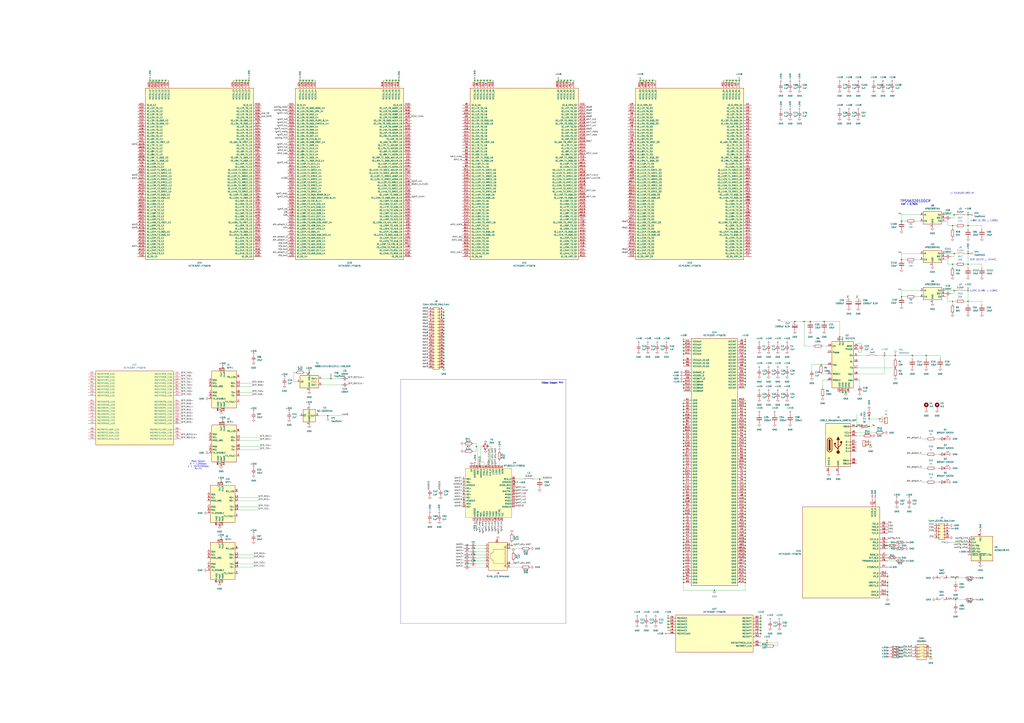
<source format=kicad_sch>
(kicad_sch (version 20250114) (generator "eeschema") (generator_version "9.0")
  (paper "A1")
  (lib_symbols
    (symbol "Connector:RJ45_LED_Shielded" (pin_names (offset 1.016))
      (property "Reference" "J" (at -5.08 13.97 0))
      (property "Value" "RJ45_LED_Shielded" (at 1.27 13.97 0))
      (symbol "RJ45_LED_Shielded_1_1"
        (pin passive line (at -10.16 10.16 0) (length 2.54) (name "~") (number "9"))
        (pin passive line (at -10.16 7.62 0) (length 2.54) (name "~") (number "10"))
        (pin passive line (at -10.16 -5.08 0) (length 2.54) (name "~") (number "11"))
        (pin passive line (at -10.16 -7.62 0) (length 2.54) (name "~") (number "12"))
        (pin passive line (at 0 -12.7 90) (length 2.54) (name "~") (number "SH"))
        (pin passive line (at 10.16 10.16 180) (length 2.54) (name "~") (number "8"))
        (pin passive line (at 10.16 7.62 180) (length 2.54) (name "~") (number "7"))
        (pin passive line (at 10.16 5.08 180) (length 2.54) (name "~") (number "6"))
        (pin passive line (at 10.16 2.54 180) (length 2.54) (name "~") (number "5"))
        (pin passive line (at 10.16 0 180) (length 2.54) (name "~") (number "4"))
        (pin passive line (at 10.16 -2.54 180) (length 2.54) (name "~") (number "3"))
        (pin passive line (at 10.16 -5.08 180) (length 2.54) (name "~") (number "2"))
        (pin passive line (at 10.16 -7.62 180) (length 2.54) (name "~") (number "1"))
      )
    )
    (symbol "Connector:TestPoint" (pin_numbers (hide yes)) (pin_names (offset 0.762) (hide yes))
      (property "Reference" "TP" (at 0 6.858 0))
      (property "Value" "TestPoint" (at 0 5.08 0))
      (symbol "TestPoint_1_1"
        (pin passive line (at 0 0 90) (length 2.54) (name "1") (number "1"))
      )
    )
    (symbol "Connector:USB_C_Receptacle_USB2.0_16P" (pin_names (offset 1.016))
      (property "Reference" "J" (at 0 22.225 0))
      (property "Value" "USB_C_Receptacle_USB2.0_16P" (at 0 19.685 0))
      (symbol "USB_C_Receptacle_USB2.0_16P_1_1"
        (pin passive line (at -7.62 -22.86 90) (length 5.08) (name "SHIELD") (number "S1"))
        (pin passive line (at 0 -22.86 90) (length 5.08) (name "GND") (number "A1"))
        (pin passive line (at 0 -22.86 90) (length 5.08) (hide yes) (name "GND") (number "A12"))
        (pin passive line (at 0 -22.86 90) (length 5.08) (hide yes) (name "GND") (number "B1"))
        (pin passive line (at 0 -22.86 90) (length 5.08) (hide yes) (name "GND") (number "B12"))
        (pin passive line (at 15.24 15.24 180) (length 5.08) (name "VBUS") (number "A4"))
        (pin passive line (at 15.24 15.24 180) (length 5.08) (hide yes) (name "VBUS") (number "A9"))
        (pin passive line (at 15.24 15.24 180) (length 5.08) (hide yes) (name "VBUS") (number "B4"))
        (pin passive line (at 15.24 15.24 180) (length 5.08) (hide yes) (name "VBUS") (number "B9"))
        (pin bidirectional line (at 15.24 10.16 180) (length 5.08) (name "CC1") (number "A5"))
        (pin bidirectional line (at 15.24 7.62 180) (length 5.08) (name "CC2") (number "B5"))
        (pin bidirectional line (at 15.24 2.54 180) (length 5.08) (name "D-") (number "A7"))
        (pin bidirectional line (at 15.24 0 180) (length 5.08) (name "D-") (number "B7"))
        (pin bidirectional line (at 15.24 -2.54 180) (length 5.08) (name "D+") (number "A6"))
        (pin bidirectional line (at 15.24 -5.08 180) (length 5.08) (name "D+") (number "B6"))
        (pin bidirectional line (at 15.24 -12.7 180) (length 5.08) (name "SBU1") (number "A8"))
        (pin bidirectional line (at 15.24 -15.24 180) (length 5.08) (name "SBU2") (number "B8"))
      )
    )
    (symbol "Connector_Generic:Conn_01x02" (pin_names (offset 1.016) (hide yes))
      (property "Reference" "J" (at 0 2.54 0))
      (property "Value" "Conn_01x02" (at 0 -5.08 0))
      (symbol "Conn_01x02_1_1"
        (pin passive line (at -5.08 0 0) (length 3.81) (name "Pin_1") (number "1"))
        (pin passive line (at -5.08 -2.54 0) (length 3.81) (name "Pin_2") (number "2"))
      )
    )
    (symbol "Connector_Generic:Conn_02x05_Odd_Even" (pin_names (offset 1.016) (hide yes))
      (property "Reference" "J" (at 1.27 7.62 0))
      (property "Value" "Conn_02x05_Odd_Even" (at 1.27 -7.62 0))
      (symbol "Conn_02x05_Odd_Even_1_1"
        (pin passive line (at -5.08 5.08 0) (length 3.81) (name "Pin_1") (number "1"))
        (pin passive line (at -5.08 2.54 0) (length 3.81) (name "Pin_3") (number "3"))
        (pin passive line (at -5.08 0 0) (length 3.81) (name "Pin_5") (number "5"))
        (pin passive line (at -5.08 -2.54 0) (length 3.81) (name "Pin_7") (number "7"))
        (pin passive line (at -5.08 -5.08 0) (length 3.81) (name "Pin_9") (number "9"))
        (pin passive line (at 7.62 5.08 180) (length 3.81) (name "Pin_2") (number "2"))
        (pin passive line (at 7.62 2.54 180) (length 3.81) (name "Pin_4") (number "4"))
        (pin passive line (at 7.62 0 180) (length 3.81) (name "Pin_6") (number "6"))
        (pin passive line (at 7.62 -2.54 180) (length 3.81) (name "Pin_8") (number "8"))
        (pin passive line (at 7.62 -5.08 180) (length 3.81) (name "Pin_10") (number "10"))
      )
    )
    (symbol "Connector_Generic:Conn_02x20_Odd_Even" (pin_names (offset 1.016) (hide yes))
      (property "Reference" "J" (at 1.27 25.4 0))
      (property "Value" "Conn_02x20_Odd_Even" (at 1.27 -27.94 0))
      (symbol "Conn_02x20_Odd_Even_1_1"
        (pin passive line (at -5.08 22.86 0) (length 3.81) (name "Pin_1") (number "1"))
        (pin passive line (at -5.08 20.32 0) (length 3.81) (name "Pin_3") (number "3"))
        (pin passive line (at -5.08 17.78 0) (length 3.81) (name "Pin_5") (number "5"))
        (pin passive line (at -5.08 15.24 0) (length 3.81) (name "Pin_7") (number "7"))
        (pin passive line (at -5.08 12.7 0) (length 3.81) (name "Pin_9") (number "9"))
        (pin passive line (at -5.08 10.16 0) (length 3.81) (name "Pin_11") (number "11"))
        (pin passive line (at -5.08 7.62 0) (length 3.81) (name "Pin_13") (number "13"))
        (pin passive line (at -5.08 5.08 0) (length 3.81) (name "Pin_15") (number "15"))
        (pin passive line (at -5.08 2.54 0) (length 3.81) (name "Pin_17") (number "17"))
        (pin passive line (at -5.08 0 0) (length 3.81) (name "Pin_19") (number "19"))
        (pin passive line (at -5.08 -2.54 0) (length 3.81) (name "Pin_21") (number "21"))
        (pin passive line (at -5.08 -5.08 0) (length 3.81) (name "Pin_23") (number "23"))
        (pin passive line (at -5.08 -7.62 0) (length 3.81) (name "Pin_25") (number "25"))
        (pin passive line (at -5.08 -10.16 0) (length 3.81) (name "Pin_27") (number "27"))
        (pin passive line (at -5.08 -12.7 0) (length 3.81) (name "Pin_29") (number "29"))
        (pin passive line (at -5.08 -15.24 0) (length 3.81) (name "Pin_31") (number "31"))
        (pin passive line (at -5.08 -17.78 0) (length 3.81) (name "Pin_33") (number "33"))
        (pin passive line (at -5.08 -20.32 0) (length 3.81) (name "Pin_35") (number "35"))
        (pin passive line (at -5.08 -22.86 0) (length 3.81) (name "Pin_37") (number "37"))
        (pin passive line (at -5.08 -25.4 0) (length 3.81) (name "Pin_39") (number "39"))
        (pin passive line (at 7.62 22.86 180) (length 3.81) (name "Pin_2") (number "2"))
        (pin passive line (at 7.62 20.32 180) (length 3.81) (name "Pin_4") (number "4"))
        (pin passive line (at 7.62 17.78 180) (length 3.81) (name "Pin_6") (number "6"))
        (pin passive line (at 7.62 15.24 180) (length 3.81) (name "Pin_8") (number "8"))
        (pin passive line (at 7.62 12.7 180) (length 3.81) (name "Pin_10") (number "10"))
        (pin passive line (at 7.62 10.16 180) (length 3.81) (name "Pin_12") (number "12"))
        (pin passive line (at 7.62 7.62 180) (length 3.81) (name "Pin_14") (number "14"))
        (pin passive line (at 7.62 5.08 180) (length 3.81) (name "Pin_16") (number "16"))
        (pin passive line (at 7.62 2.54 180) (length 3.81) (name "Pin_18") (number "18"))
        (pin passive line (at 7.62 0 180) (length 3.81) (name "Pin_20") (number "20"))
        (pin passive line (at 7.62 -2.54 180) (length 3.81) (name "Pin_22") (number "22"))
        (pin passive line (at 7.62 -5.08 180) (length 3.81) (name "Pin_24") (number "24"))
        (pin passive line (at 7.62 -7.62 180) (length 3.81) (name "Pin_26") (number "26"))
        (pin passive line (at 7.62 -10.16 180) (length 3.81) (name "Pin_28") (number "28"))
        (pin passive line (at 7.62 -12.7 180) (length 3.81) (name "Pin_30") (number "30"))
        (pin passive line (at 7.62 -15.24 180) (length 3.81) (name "Pin_32") (number "32"))
        (pin passive line (at 7.62 -17.78 180) (length 3.81) (name "Pin_34") (number "34"))
        (pin passive line (at 7.62 -20.32 180) (length 3.81) (name "Pin_36") (number "36"))
        (pin passive line (at 7.62 -22.86 180) (length 3.81) (name "Pin_38") (number "38"))
        (pin passive line (at 7.62 -25.4 180) (length 3.81) (name "Pin_40") (number "40"))
      )
    )
    (symbol "Device:C" (pin_numbers (hide yes)) (pin_names (offset 0.254))
      (property "Reference" "C" (at 0.635 2.54 0))
      (property "Value" "C" (at 0.635 -2.54 0))
      (symbol "C_1_1"
        (pin passive line (at 0 3.81 270) (length 2.794) (name "~") (number "1"))
        (pin passive line (at 0 -3.81 90) (length 2.794) (name "~") (number "2"))
      )
    )
    (symbol "Device:C_Polarized" (pin_numbers (hide yes)) (pin_names (offset 0.254))
      (property "Reference" "C" (at 0.635 2.54 0))
      (property "Value" "C_Polarized" (at 0.635 -2.54 0))
      (symbol "C_Polarized_1_1"
        (pin passive line (at 0 3.81 270) (length 2.794) (name "~") (number "1"))
        (pin passive line (at 0 -3.81 90) (length 2.794) (name "~") (number "2"))
      )
    )
    (symbol "Device:C_Small" (pin_numbers (hide yes)) (pin_names (offset 0.254) (hide yes))
      (property "Reference" "C" (at 0.254 1.778 0))
      (property "Value" "C_Small" (at 0.254 -2.032 0))
      (symbol "C_Small_1_1"
        (pin passive line (at 0 2.54 270) (length 2.032) (name "~") (number "1"))
        (pin passive line (at 0 -2.54 90) (length 2.032) (name "~") (number "2"))
      )
    )
    (symbol "Device:Crystal_GND24_Small" (pin_names (offset 1.016) (hide yes))
      (property "Reference" "Y" (at 1.27 4.445 0))
      (property "Value" "Crystal_GND24_Small" (at 1.27 2.54 0))
      (symbol "Crystal_GND24_Small_1_1"
        (pin passive line (at -2.54 0 0) (length 1.27) (name "1") (number "1"))
        (pin passive line (at 0 2.54 270) (length 0.635) (name "4") (number "4"))
        (pin passive line (at 0 -2.54 90) (length 0.635) (name "2") (number "2"))
        (pin passive line (at 2.54 0 180) (length 1.27) (name "3") (number "3"))
      )
    )
    (symbol "Device:L" (pin_numbers (hide yes)) (pin_names (offset 1.016) (hide yes))
      (property "Reference" "L" (at -1.27 0 90))
      (property "Value" "L" (at 1.905 0 90))
      (symbol "L_1_1"
        (pin passive line (at 0 3.81 270) (length 1.27) (name "1") (number "1"))
        (pin passive line (at 0 -3.81 90) (length 1.27) (name "2") (number "2"))
      )
    )
    (symbol "Device:LED" (pin_numbers (hide yes)) (pin_names (offset 1.016) (hide yes))
      (property "Reference" "D" (at 0 2.54 0))
      (property "Value" "LED" (at 0 -2.54 0))
      (symbol "LED_1_1"
        (pin passive line (at -3.81 0 0) (length 2.54) (name "K") (number "1"))
        (pin passive line (at 3.81 0 180) (length 2.54) (name "A") (number "2"))
      )
    )
    (symbol "Device:Polyfuse" (pin_numbers (hide yes)) (pin_names (offset 0))
      (property "Reference" "F" (at -2.54 0 90))
      (property "Value" "Polyfuse" (at 2.54 0 90))
      (symbol "Polyfuse_1_1"
        (pin passive line (at 0 3.81 270) (length 1.27) (name "~") (number "1"))
        (pin passive line (at 0 -3.81 90) (length 1.27) (name "~") (number "2"))
      )
    )
    (symbol "Device:R" (pin_numbers (hide yes)) (pin_names (offset 0))
      (property "Reference" "R" (at 2.032 0 90))
      (property "Value" "R" (at 0 0 90))
      (symbol "R_1_1"
        (pin passive line (at 0 3.81 270) (length 1.27) (name "~") (number "1"))
        (pin passive line (at 0 -3.81 90) (length 1.27) (name "~") (number "2"))
      )
    )
    (symbol "Diode:S2JTR" (pin_numbers (hide yes)) (pin_names (hide yes))
      (property "Reference" "D" (at 0 2.54 0))
      (property "Value" "S2JTR" (at 0 -2.54 0))
      (symbol "S2JTR_1_1"
        (pin passive line (at -3.81 0 0) (length 2.54) (name "K") (number "1"))
        (pin passive line (at 3.81 0 180) (length 2.54) (name "A") (number "2"))
      )
    )
    (symbol "FPGA_Xilinx_Kintex7:XC7K325T-FFG676" (pin_names (offset 1.016))
      (property "Reference" "U" (at 0 1.27 0))
      (property "Value" "XC7K325T-FFG676" (at 0 -1.27 0))
      (symbol "XC7K325T-FFG676_1_1"
        (pin bidirectional line (at -50.8 53.34 0) (length 6.35) (name "IO_0_12") (number "U21"))
        (pin bidirectional line (at -50.8 50.8 0) (length 6.35) (name "IO_L1P_T0_12") (number "U22"))
        (pin bidirectional line (at -50.8 48.26 0) (length 6.35) (name "IO_L1N_T0_12") (number "V22"))
        (pin bidirectional line (at -50.8 45.72 0) (length 6.35) (name "IO_L2P_T0_12") (number "U24"))
        (pin bidirectional line (at -50.8 43.18 0) (length 6.35) (name "IO_L2N_T0_12") (number "U25"))
        (pin bidirectional line (at -50.8 40.64 0) (length 6.35) (name "IO_L3P_T0_DQS_12") (number "V23"))
        (pin bidirectional line (at -50.8 38.1 0) (length 6.35) (name "IO_L3N_T0_DQS_12") (number "V24"))
        (pin bidirectional line (at -50.8 35.56 0) (length 6.35) (name "IO_L4P_T0_12") (number "U26"))
        (pin bidirectional line (at -50.8 33.02 0) (length 6.35) (name "IO_L4N_T0_12") (number "V26"))
        (pin bidirectional line (at -50.8 30.48 0) (length 6.35) (name "IO_L5P_T0_12") (number "W25"))
        (pin bidirectional line (at -50.8 27.94 0) (length 6.35) (name "IO_L5N_T0_12") (number "W26"))
        (pin bidirectional line (at -50.8 25.4 0) (length 6.35) (name "IO_L6P_T0_12") (number "V21"))
        (pin bidirectional line (at -50.8 22.86 0) (length 6.35) (name "IO_L6N_T0_VREF_12") (number "W21"))
        (pin bidirectional line (at -50.8 20.32 0) (length 6.35) (name "IO_L7P_T1_12") (number "AA25"))
        (pin bidirectional line (at -50.8 17.78 0) (length 6.35) (name "IO_L7N_T1_12") (number "AB25"))
        (pin bidirectional line (at -50.8 15.24 0) (length 6.35) (name "IO_L8P_T1_12") (number "W23"))
        (pin bidirectional line (at -50.8 12.7 0) (length 6.35) (name "IO_L8N_T1_12") (number "W24"))
        (pin bidirectional line (at -50.8 10.16 0) (length 6.35) (name "IO_L9P_T1_DQS_12") (number "AB26"))
        (pin bidirectional line (at -50.8 7.62 0) (length 6.35) (name "IO_L9N_T1_DQS_12") (number "AC26"))
        (pin bidirectional line (at -50.8 5.08 0) (length 6.35) (name "IO_L10P_T1_12") (number "Y25"))
        (pin bidirectional line (at -50.8 2.54 0) (length 6.35) (name "IO_L10N_T1_12") (number "Y26"))
        (pin bidirectional line (at -50.8 0 0) (length 6.35) (name "IO_L11P_T1_SRCC_12") (number "AA23"))
        (pin bidirectional line (at -50.8 -2.54 0) (length 6.35) (name "IO_L11N_T1_SRCC_12") (number "AB24"))
        (pin bidirectional line (at -50.8 -5.08 0) (length 6.35) (name "IO_L12P_T1_MRCC_12") (number "Y23"))
        (pin bidirectional line (at -50.8 -7.62 0) (length 6.35) (name "IO_L12N_T1_MRCC_12") (number "AA24"))
        (pin bidirectional line (at -50.8 -10.16 0) (length 6.35) (name "IO_L13P_T2_MRCC_12") (number "Y22"))
        (pin bidirectional line (at -50.8 -12.7 0) (length 6.35) (name "IO_L13N_T2_MRCC_12") (number "AA22"))
        (pin bidirectional line (at -50.8 -15.24 0) (length 6.35) (name "IO_L14P_T2_SRCC_12") (number "AC23"))
        (pin bidirectional line (at -50.8 -17.78 0) (length 6.35) (name "IO_L14N_T2_SRCC_12") (number "AC24"))
        (pin bidirectional line (at -50.8 -20.32 0) (length 6.35) (name "IO_L15P_T2_DQS_12") (number "W20"))
        (pin bidirectional line (at -50.8 -22.86 0) (length 6.35) (name "IO_L15N_T2_DQS_12") (number "Y21"))
        (pin bidirectional line (at -50.8 -25.4 0) (length 6.35) (name "IO_L16P_T2_12") (number "AD23"))
        (pin bidirectional line (at -50.8 -27.94 0) (length 6.35) (name "IO_L16N_T2_12") (number "AD24"))
        (pin bidirectional line (at -50.8 -30.48 0) (length 6.35) (name "IO_L17P_T2_12") (number "AB22"))
        (pin bidirectional line (at -50.8 -33.02 0) (length 6.35) (name "IO_L17N_T2_12") (number "AC22"))
        (pin bidirectional line (at -50.8 -35.56 0) (length 6.35) (name "IO_L18P_T2_12") (number "AB21"))
        (pin bidirectional line (at -50.8 -38.1 0) (length 6.35) (name "IO_L18N_T2_12") (number "AC21"))
        (pin bidirectional line (at -50.8 -40.64 0) (length 6.35) (name "IO_L19P_T3_12") (number "AD21"))
        (pin bidirectional line (at -50.8 -43.18 0) (length 6.35) (name "IO_L19N_T3_VREF_12") (number "AE21"))
        (pin bidirectional line (at -50.8 -45.72 0) (length 6.35) (name "IO_L20P_T3_12") (number "AF24"))
        (pin bidirectional line (at -50.8 -48.26 0) (length 6.35) (name "IO_L20N_T3_12") (number "AF25"))
        (pin bidirectional line (at -50.8 -50.8 0) (length 6.35) (name "IO_L21P_T3_DQS_12") (number "AD26"))
        (pin bidirectional line (at -50.8 -53.34 0) (length 6.35) (name "IO_L21N_T3_DQS_12") (number "AE26"))
        (pin bidirectional line (at -50.8 -55.88 0) (length 6.35) (name "IO_L22P_T3_12") (number "AE23"))
        (pin bidirectional line (at -50.8 -58.42 0) (length 6.35) (name "IO_L22N_T3_12") (number "AF23"))
        (pin bidirectional line (at -50.8 -60.96 0) (length 6.35) (name "IO_L23P_T3_12") (number "AD25"))
        (pin bidirectional line (at -50.8 -63.5 0) (length 6.35) (name "IO_L23N_T3_12") (number "AE25"))
        (pin bidirectional line (at -50.8 -66.04 0) (length 6.35) (name "IO_L24P_T3_12") (number "AE22"))
        (pin bidirectional line (at -50.8 -68.58 0) (length 6.35) (name "IO_L24N_T3_12") (number "AF22"))
        (pin bidirectional line (at -50.8 -71.12 0) (length 6.35) (name "IO_25_12") (number "Y20"))
        (pin power_in line (at -40.64 73.66 270) (length 6.35) (name "VCCO_12") (number "AA21"))
        (pin power_in line (at -38.1 73.66 270) (length 6.35) (name "VCCO_12") (number "AC25"))
        (pin power_in line (at -35.56 73.66 270) (length 6.35) (name "VCCO_12") (number "AD22"))
        (pin power_in line (at -33.02 73.66 270) (length 6.35) (name "VCCO_12") (number "AF26"))
        (pin power_in line (at -30.48 73.66 270) (length 6.35) (name "VCCO_12") (number "U23"))
        (pin power_in line (at -27.94 73.66 270) (length 6.35) (name "VCCO_12") (number "V20"))
        (pin power_in line (at -25.4 73.66 270) (length 6.35) (name "VCCO_12") (number "Y24"))
        (pin power_in line (at 27.94 73.66 270) (length 6.35) (name "VCCO_13") (number "K24"))
        (pin power_in line (at 30.48 73.66 270) (length 6.35) (name "VCCO_13") (number "N25"))
        (pin power_in line (at 33.02 73.66 270) (length 6.35) (name "VCCO_13") (number "P22"))
        (pin power_in line (at 35.56 73.66 270) (length 6.35) (name "VCCO_13") (number "R19"))
        (pin power_in line (at 38.1 73.66 270) (length 6.35) (name "VCCO_13") (number "T16"))
        (pin power_in line (at 40.64 73.66 270) (length 6.35) (name "VCCO_13") (number "T26"))
        (pin bidirectional line (at 50.8 53.34 180) (length 6.35) (name "IO_0_13") (number "N16"))
        (pin bidirectional line (at 50.8 50.8 180) (length 6.35) (name "IO_L1P_T0_13") (number "K25"))
        (pin bidirectional line (at 50.8 48.26 180) (length 6.35) (name "IO_L1N_T0_13") (number "K26"))
        (pin bidirectional line (at 50.8 45.72 180) (length 6.35) (name "IO_L2P_T0_13") (number "R26"))
        (pin bidirectional line (at 50.8 43.18 180) (length 6.35) (name "IO_L2N_T0_13") (number "P26"))
        (pin bidirectional line (at 50.8 40.64 180) (length 6.35) (name "IO_L3P_T0_DQS_13") (number "M25"))
        (pin bidirectional line (at 50.8 38.1 180) (length 6.35) (name "IO_L3N_T0_DQS_13") (number "L25"))
        (pin bidirectional line (at 50.8 35.56 180) (length 6.35) (name "IO_L4P_T0_13") (number "P24"))
        (pin bidirectional line (at 50.8 33.02 180) (length 6.35) (name "IO_L4N_T0_13") (number "N24"))
        (pin bidirectional line (at 50.8 30.48 180) (length 6.35) (name "IO_L5P_T0_13") (number "N26"))
        (pin bidirectional line (at 50.8 27.94 180) (length 6.35) (name "IO_L5N_T0_13") (number "M26"))
        (pin bidirectional line (at 50.8 25.4 180) (length 6.35) (name "IO_L6P_T0_13") (number "R25"))
        (pin bidirectional line (at 50.8 22.86 180) (length 6.35) (name "IO_L6N_T0_VREF_13") (number "P25"))
        (pin bidirectional line (at 50.8 20.32 180) (length 6.35) (name "IO_L7P_T1_13") (number "N19"))
        (pin bidirectional line (at 50.8 17.78 180) (length 6.35) (name "IO_L7N_T1_13") (number "M20"))
        (pin bidirectional line (at 50.8 15.24 180) (length 6.35) (name "IO_L8P_T1_13") (number "M24"))
        (pin bidirectional line (at 50.8 12.7 180) (length 6.35) (name "IO_L8N_T1_13") (number "L24"))
        (pin bidirectional line (at 50.8 10.16 180) (length 6.35) (name "IO_L9P_T1_DQS_13") (number "P19"))
        (pin bidirectional line (at 50.8 7.62 180) (length 6.35) (name "IO_L9N_T1_DQS_13") (number "P20"))
        (pin bidirectional line (at 50.8 5.08 180) (length 6.35) (name "IO_L10P_T1_13") (number "M21"))
        (pin bidirectional line (at 50.8 2.54 180) (length 6.35) (name "IO_L10N_T1_13") (number "M22"))
        (pin bidirectional line (at 50.8 0 180) (length 6.35) (name "IO_L11P_T1_SRCC_13") (number "P23"))
        (pin bidirectional line (at 50.8 -2.54 180) (length 6.35) (name "IO_L11N_T1_SRCC_13") (number "N23"))
        (pin bidirectional line (at 50.8 -5.08 180) (length 6.35) (name "IO_L12P_T1_MRCC_13") (number "N21"))
        (pin bidirectional line (at 50.8 -7.62 180) (length 6.35) (name "IO_L12N_T1_MRCC_13") (number "N22"))
        (pin bidirectional line (at 50.8 -10.16 180) (length 6.35) (name "IO_L13P_T2_MRCC_13") (number "R21"))
        (pin bidirectional line (at 50.8 -12.7 180) (length 6.35) (name "IO_L13N_T2_MRCC_13") (number "P21"))
        (pin bidirectional line (at 50.8 -15.24 180) (length 6.35) (name "IO_L14P_T2_SRCC_13") (number "R22"))
        (pin bidirectional line (at 50.8 -17.78 180) (length 6.35) (name "IO_L14N_T2_SRCC_13") (number "R23"))
        (pin bidirectional line (at 50.8 -20.32 180) (length 6.35) (name "IO_L15P_T2_DQS_13") (number "T24"))
        (pin bidirectional line (at 50.8 -22.86 180) (length 6.35) (name "IO_L15N_T2_DQS_13") (number "T25"))
        (pin bidirectional line (at 50.8 -25.4 180) (length 6.35) (name "IO_L16P_T2_13") (number "T20"))
        (pin bidirectional line (at 50.8 -27.94 180) (length 6.35) (name "IO_L16N_T2_13") (number "R20"))
        (pin bidirectional line (at 50.8 -30.48 180) (length 6.35) (name "IO_L17P_T2_13") (number "T22"))
        (pin bidirectional line (at 50.8 -33.02 180) (length 6.35) (name "IO_L17N_T2_13") (number "T23"))
        (pin bidirectional line (at 50.8 -35.56 180) (length 6.35) (name "IO_L18P_T2_13") (number "U19"))
        (pin bidirectional line (at 50.8 -38.1 180) (length 6.35) (name "IO_L18N_T2_13") (number "U20"))
        (pin bidirectional line (at 50.8 -40.64 180) (length 6.35) (name "IO_L19P_T3_13") (number "T18"))
        (pin bidirectional line (at 50.8 -43.18 180) (length 6.35) (name "IO_L19N_T3_VREF_13") (number "T19"))
        (pin bidirectional line (at 50.8 -45.72 180) (length 6.35) (name "IO_L20P_T3_13") (number "P16"))
        (pin bidirectional line (at 50.8 -48.26 180) (length 6.35) (name "IO_L20N_T3_13") (number "N17"))
        (pin bidirectional line (at 50.8 -50.8 180) (length 6.35) (name "IO_L21P_T3_DQS_13") (number "R16"))
        (pin bidirectional line (at 50.8 -53.34 180) (length 6.35) (name "IO_L21N_T3_DQS_13") (number "R17"))
        (pin bidirectional line (at 50.8 -55.88 180) (length 6.35) (name "IO_L22P_T3_13") (number "N18"))
        (pin bidirectional line (at 50.8 -58.42 180) (length 6.35) (name "IO_L22N_T3_13") (number "M19"))
        (pin bidirectional line (at 50.8 -60.96 180) (length 6.35) (name "IO_L23P_T3_13") (number "U17"))
        (pin bidirectional line (at 50.8 -63.5 180) (length 6.35) (name "IO_L23N_T3_13") (number "T17"))
        (pin bidirectional line (at 50.8 -66.04 180) (length 6.35) (name "IO_L24P_T3_13") (number "R18"))
        (pin bidirectional line (at 50.8 -68.58 180) (length 6.35) (name "IO_L24N_T3_13") (number "P18"))
        (pin bidirectional line (at 50.8 -71.12 180) (length 6.35) (name "IO_25_13") (number "U16"))
      )
      (symbol "XC7K325T-FFG676_2_1"
        (pin bidirectional line (at -50.8 53.34 0) (length 6.35) (name "IO_0_14") (number "K21"))
        (pin bidirectional line (at -50.8 50.8 0) (length 6.35) (name "IO_L1P_T0_D00_MOSI_14") (number "B24"))
        (pin bidirectional line (at -50.8 48.26 0) (length 6.35) (name "IO_L1N_T0_D01_DIN_14") (number "A25"))
        (pin bidirectional line (at -50.8 45.72 0) (length 6.35) (name "IO_L2P_T0_D02_14") (number "B22"))
        (pin bidirectional line (at -50.8 43.18 0) (length 6.35) (name "IO_L2N_T0_D03_14") (number "A22"))
        (pin bidirectional line (at -50.8 40.64 0) (length 6.35) (name "IO_L3P_T0_DQS_PUDC_B_14") (number "B25"))
        (pin bidirectional line (at -50.8 38.1 0) (length 6.35) (name "IO_L3N_T0_DQS_EMCCLK_14") (number "B26"))
        (pin bidirectional line (at -50.8 35.56 0) (length 6.35) (name "IO_L4P_T0_D04_14") (number "A23"))
        (pin bidirectional line (at -50.8 33.02 0) (length 6.35) (name "IO_L4N_T0_D05_14") (number "A24"))
        (pin bidirectional line (at -50.8 30.48 0) (length 6.35) (name "IO_L5P_T0_D06_14") (number "D26"))
        (pin bidirectional line (at -50.8 27.94 0) (length 6.35) (name "IO_L5N_T0_D07_14") (number "C26"))
        (pin bidirectional line (at -50.8 25.4 0) (length 6.35) (name "IO_L6P_T0_FCS_B_14") (number "C23"))
        (pin bidirectional line (at -50.8 22.86 0) (length 6.35) (name "IO_L6N_T0_D08_VREF_14") (number "C24"))
        (pin bidirectional line (at -50.8 20.32 0) (length 6.35) (name "IO_L7P_T1_D09_14") (number "D21"))
        (pin bidirectional line (at -50.8 17.78 0) (length 6.35) (name "IO_L7N_T1_D10_14") (number "C22"))
        (pin bidirectional line (at -50.8 15.24 0) (length 6.35) (name "IO_L8P_T1_D11_14") (number "B20"))
        (pin bidirectional line (at -50.8 12.7 0) (length 6.35) (name "IO_L8N_T1_D12_14") (number "A20"))
        (pin bidirectional line (at -50.8 10.16 0) (length 6.35) (name "IO_L9P_T1_DQS_14") (number "E21"))
        (pin bidirectional line (at -50.8 7.62 0) (length 6.35) (name "IO_L9N_T1_DQS_D13_14") (number "E22"))
        (pin bidirectional line (at -50.8 5.08 0) (length 6.35) (name "IO_L10P_T1_D14_14") (number "C21"))
        (pin bidirectional line (at -50.8 2.54 0) (length 6.35) (name "IO_L10N_T1_D15_14") (number "B21"))
        (pin bidirectional line (at -50.8 0 0) (length 6.35) (name "IO_L11P_T1_SRCC_14") (number "D23"))
        (pin bidirectional line (at -50.8 -2.54 0) (length 6.35) (name "IO_L11N_T1_SRCC_14") (number "D24"))
        (pin bidirectional line (at -50.8 -5.08 0) (length 6.35) (name "IO_L12P_T1_MRCC_14") (number "F22"))
        (pin bidirectional line (at -50.8 -7.62 0) (length 6.35) (name "IO_L12N_T1_MRCC_14") (number "E23"))
        (pin bidirectional line (at -50.8 -10.16 0) (length 6.35) (name "IO_L13P_T2_MRCC_14") (number "G22"))
        (pin bidirectional line (at -50.8 -12.7 0) (length 6.35) (name "IO_L13N_T2_MRCC_14") (number "F23"))
        (pin bidirectional line (at -50.8 -15.24 0) (length 6.35) (name "IO_L14P_T2_SRCC_14") (number "G24"))
        (pin bidirectional line (at -50.8 -17.78 0) (length 6.35) (name "IO_L14N_T2_SRCC_14") (number "F24"))
        (pin bidirectional line (at -50.8 -20.32 0) (length 6.35) (name "IO_L15P_T2_DQS_RDWR_B_14") (number "E25"))
        (pin bidirectional line (at -50.8 -22.86 0) (length 6.35) (name "IO_L15N_T2_DQS_DOUT_CSO_B_14") (number "D25"))
        (pin bidirectional line (at -50.8 -25.4 0) (length 6.35) (name "IO_L16P_T2_CSI_B_14") (number "G25"))
        (pin bidirectional line (at -50.8 -27.94 0) (length 6.35) (name "IO_L16N_T2_A15_D31_14") (number "G26"))
        (pin bidirectional line (at -50.8 -30.48 0) (length 6.35) (name "IO_L17P_T2_A14_D30_14") (number "F25"))
        (pin bidirectional line (at -50.8 -33.02 0) (length 6.35) (name "IO_L17N_T2_A13_D29_14") (number "E26"))
        (pin bidirectional line (at -50.8 -35.56 0) (length 6.35) (name "IO_L18P_T2_A12_D28_14") (number "J26"))
        (pin bidirectional line (at -50.8 -38.1 0) (length 6.35) (name "IO_L18N_T2_A11_D27_14") (number "H26"))
        (pin bidirectional line (at -50.8 -40.64 0) (length 6.35) (name "IO_L19P_T3_A10_D26_14") (number "H21"))
        (pin bidirectional line (at -50.8 -43.18 0) (length 6.35) (name "IO_L19N_T3_A09_D25_VREF_14") (number "G21"))
        (pin bidirectional line (at -50.8 -45.72 0) (length 6.35) (name "IO_L20P_T3_A08_D24_14") (number "H23"))
        (pin bidirectional line (at -50.8 -48.26 0) (length 6.35) (name "IO_L20N_T3_A07_D23_14") (number "H24"))
        (pin bidirectional line (at -50.8 -50.8 0) (length 6.35) (name "IO_L21P_T3_DQS_14") (number "J21"))
        (pin bidirectional line (at -50.8 -53.34 0) (length 6.35) (name "IO_L21N_T3_DQS_A06_D22_14") (number "H22"))
        (pin bidirectional line (at -50.8 -55.88 0) (length 6.35) (name "IO_L22P_T3_A05_D21_14") (number "J24"))
        (pin bidirectional line (at -50.8 -58.42 0) (length 6.35) (name "IO_L22N_T3_A04_D20_14") (number "J25"))
        (pin bidirectional line (at -50.8 -60.96 0) (length 6.35) (name "IO_L23P_T3_A03_D19_14") (number "L22"))
        (pin bidirectional line (at -50.8 -63.5 0) (length 6.35) (name "IO_L23N_T3_A02_D18_14") (number "K22"))
        (pin bidirectional line (at -50.8 -66.04 0) (length 6.35) (name "IO_L24P_T3_A01_D17_14") (number "K23"))
        (pin bidirectional line (at -50.8 -68.58 0) (length 6.35) (name "IO_L24N_T3_A00_D16_14") (number "J23"))
        (pin bidirectional line (at -50.8 -71.12 0) (length 6.35) (name "IO_25_14") (number "L23"))
        (pin power_in line (at -40.64 73.66 270) (length 6.35) (name "VCCO_14") (number "A21"))
        (pin power_in line (at -38.1 73.66 270) (length 6.35) (name "VCCO_14") (number "C25"))
        (pin power_in line (at -35.56 73.66 270) (length 6.35) (name "VCCO_14") (number "D22"))
        (pin power_in line (at -33.02 73.66 270) (length 6.35) (name "VCCO_14") (number "F26"))
        (pin power_in line (at -30.48 73.66 270) (length 6.35) (name "VCCO_14") (number "G23"))
        (pin power_in line (at -27.94 73.66 270) (length 6.35) (name "VCCO_14") (number "L21"))
        (pin power_in line (at 27.94 73.66 270) (length 6.35) (name "VCCO_15") (number "B18"))
        (pin power_in line (at 30.48 73.66 270) (length 6.35) (name "VCCO_15") (number "E19"))
        (pin power_in line (at 33.02 73.66 270) (length 6.35) (name "VCCO_15") (number "F16"))
        (pin power_in line (at 35.56 73.66 270) (length 6.35) (name "VCCO_15") (number "H20"))
        (pin power_in line (at 38.1 73.66 270) (length 6.35) (name "VCCO_15") (number "J17"))
        (pin power_in line (at 40.64 73.66 270) (length 6.35) (name "VCCO_15") (number "M18"))
        (pin bidirectional line (at 50.8 53.34 180) (length 6.35) (name "IO_0_15") (number "K15"))
        (pin bidirectional line (at 50.8 50.8 180) (length 6.35) (name "IO_L1P_T0_AD0P_15") (number "C16"))
        (pin bidirectional line (at 50.8 48.26 180) (length 6.35) (name "IO_L1N_T0_AD0N_15") (number "B16"))
        (pin bidirectional line (at 50.8 45.72 180) (length 6.35) (name "IO_L2P_T0_AD8P_15") (number "A18"))
        (pin bidirectional line (at 50.8 43.18 180) (length 6.35) (name "IO_L2N_T0_AD8N_15") (number "A19"))
        (pin bidirectional line (at 50.8 40.64 180) (length 6.35) (name "IO_L3P_T0_DQS_AD1P_15") (number "B17"))
        (pin bidirectional line (at 50.8 38.1 180) (length 6.35) (name "IO_L3N_T0_DQS_AD1N_15") (number "A17"))
        (pin bidirectional line (at 50.8 35.56 180) (length 6.35) (name "IO_L4P_T0_AD9P_15") (number "C19"))
        (pin bidirectional line (at 50.8 33.02 180) (length 6.35) (name "IO_L4N_T0_AD9N_15") (number "B19"))
        (pin bidirectional line (at 50.8 30.48 180) (length 6.35) (name "IO_L5P_T0_AD2P_15") (number "C17"))
        (pin bidirectional line (at 50.8 27.94 180) (length 6.35) (name "IO_L5N_T0_AD2N_15") (number "C18"))
        (pin bidirectional line (at 50.8 25.4 180) (length 6.35) (name "IO_L6P_T0_15") (number "D15"))
        (pin bidirectional line (at 50.8 22.86 180) (length 6.35) (name "IO_L6N_T0_VREF_15") (number "D16"))
        (pin bidirectional line (at 50.8 20.32 180) (length 6.35) (name "IO_L7P_T1_AD10P_15") (number "H16"))
        (pin bidirectional line (at 50.8 17.78 180) (length 6.35) (name "IO_L7N_T1_AD10N_15") (number "G16"))
        (pin bidirectional line (at 50.8 15.24 180) (length 6.35) (name "IO_L8P_T1_AD3P_15") (number "G15"))
        (pin bidirectional line (at 50.8 12.7 180) (length 6.35) (name "IO_L8N_T1_AD3N_15") (number "F15"))
        (pin bidirectional line (at 50.8 10.16 180) (length 6.35) (name "IO_L9P_T1_DQS_AD11P_15") (number "J15"))
        (pin bidirectional line (at 50.8 7.62 180) (length 6.35) (name "IO_L9N_T1_DQS_AD11N_15") (number "J16"))
        (pin bidirectional line (at 50.8 5.08 180) (length 6.35) (name "IO_L10P_T1_AD4P_15") (number "E15"))
        (pin bidirectional line (at 50.8 2.54 180) (length 6.35) (name "IO_L10N_T1_AD4N_15") (number "E16"))
        (pin bidirectional line (at 50.8 0 180) (length 6.35) (name "IO_L11P_T1_SRCC_AD12P_15") (number "G17"))
        (pin bidirectional line (at 50.8 -2.54 180) (length 6.35) (name "IO_L11N_T1_SRCC_AD12N_15") (number "F18"))
        (pin bidirectional line (at 50.8 -5.08 180) (length 6.35) (name "IO_L12P_T1_MRCC_AD5P_15") (number "F17"))
        (pin bidirectional line (at 50.8 -7.62 180) (length 6.35) (name "IO_L12N_T1_MRCC_AD5N_15") (number "E17"))
        (pin bidirectional line (at 50.8 -10.16 180) (length 6.35) (name "IO_L13P_T2_MRCC_15") (number "E18"))
        (pin bidirectional line (at 50.8 -12.7 180) (length 6.35) (name "IO_L13N_T2_MRCC_15") (number "D18"))
        (pin bidirectional line (at 50.8 -15.24 180) (length 6.35) (name "IO_L14P_T2_SRCC_15") (number "H17"))
        (pin bidirectional line (at 50.8 -17.78 180) (length 6.35) (name "IO_L14N_T2_SRCC_15") (number "H18"))
        (pin bidirectional line (at 50.8 -20.32 180) (length 6.35) (name "IO_L15P_T2_DQS_15") (number "D19"))
        (pin bidirectional line (at 50.8 -22.86 180) (length 6.35) (name "IO_L15N_T2_DQS_ADV_B_15") (number "D20"))
        (pin bidirectional line (at 50.8 -25.4 180) (length 6.35) (name "IO_L16P_T2_A28_15") (number "G19"))
        (pin bidirectional line (at 50.8 -27.94 180) (length 6.35) (name "IO_L16N_T2_A27_15") (number "F20"))
        (pin bidirectional line (at 50.8 -30.48 180) (length 6.35) (name "IO_L17P_T2_A26_15") (number "F19"))
        (pin bidirectional line (at 50.8 -33.02 180) (length 6.35) (name "IO_L17N_T2_A25_15") (number "E20"))
        (pin bidirectional line (at 50.8 -35.56 180) (length 6.35) (name "IO_L18P_T2_A24_15") (number "H19"))
        (pin bidirectional line (at 50.8 -38.1 180) (length 6.35) (name "IO_L18N_T2_A23_15") (number "G20"))
        (pin bidirectional line (at 50.8 -40.64 180) (length 6.35) (name "IO_L19P_T3_A22_15") (number "K20"))
        (pin bidirectional line (at 50.8 -43.18 180) (length 6.35) (name "IO_L19N_T3_A21_VREF_15") (number "J20"))
        (pin bidirectional line (at 50.8 -45.72 180) (length 6.35) (name "IO_L20P_T3_A20_15") (number "J18"))
        (pin bidirectional line (at 50.8 -48.26 180) (length 6.35) (name "IO_L20N_T3_A19_15") (number "J19"))
        (pin bidirectional line (at 50.8 -50.8 180) (length 6.35) (name "IO_L21P_T3_DQS_15") (number "L19"))
        (pin bidirectional line (at 50.8 -53.34 180) (length 6.35) (name "IO_L21N_T3_DQS_A18_15") (number "L20"))
        (pin bidirectional line (at 50.8 -55.88 180) (length 6.35) (name "IO_L22P_T3_A17_15") (number "K16"))
        (pin bidirectional line (at 50.8 -58.42 180) (length 6.35) (name "IO_L22N_T3_A16_15") (number "K17"))
        (pin bidirectional line (at 50.8 -60.96 180) (length 6.35) (name "IO_L23P_T3_FOE_B_15") (number "M17"))
        (pin bidirectional line (at 50.8 -63.5 180) (length 6.35) (name "IO_L23N_T3_FWE_B_15") (number "L18"))
        (pin bidirectional line (at 50.8 -66.04 180) (length 6.35) (name "IO_L24P_T3_RS1_15") (number "L17"))
        (pin bidirectional line (at 50.8 -68.58 180) (length 6.35) (name "IO_L24N_T3_RS0_15") (number "K18"))
        (pin bidirectional line (at 50.8 -71.12 180) (length 6.35) (name "IO_25_15") (number "M16"))
      )
      (symbol "XC7K325T-FFG676_3_1"
        (pin bidirectional line (at -50.8 53.34 0) (length 6.35) (name "IO_0_16") (number "J8"))
        (pin bidirectional line (at -50.8 50.8 0) (length 6.35) (name "IO_L1P_T0_16") (number "H9"))
        (pin bidirectional line (at -50.8 48.26 0) (length 6.35) (name "IO_L1N_T0_16") (number "H8"))
        (pin bidirectional line (at -50.8 45.72 0) (length 6.35) (name "IO_L2P_T0_16") (number "G10"))
        (pin bidirectional line (at -50.8 43.18 0) (length 6.35) (name "IO_L2N_T0_16") (number "G9"))
        (pin bidirectional line (at -50.8 40.64 0) (length 6.35) (name "IO_L3P_T0_DQS_16") (number "J13"))
        (pin bidirectional line (at -50.8 38.1 0) (length 6.35) (name "IO_L3N_T0_DQS_16") (number "H13"))
        (pin bidirectional line (at -50.8 35.56 0) (length 6.35) (name "IO_L4P_T0_16") (number "J11"))
        (pin bidirectional line (at -50.8 33.02 0) (length 6.35) (name "IO_L4N_T0_16") (number "J10"))
        (pin bidirectional line (at -50.8 30.48 0) (length 6.35) (name "IO_L5P_T0_16") (number "H14"))
        (pin bidirectional line (at -50.8 27.94 0) (length 6.35) (name "IO_L5N_T0_16") (number "G14"))
        (pin bidirectional line (at -50.8 25.4 0) (length 6.35) (name "IO_L6P_T0_16") (number "H12"))
        (pin bidirectional line (at -50.8 22.86 0) (length 6.35) (name "IO_L6N_T0_VREF_16") (number "H11"))
        (pin bidirectional line (at -50.8 20.32 0) (length 6.35) (name "IO_L7P_T1_16") (number "F9"))
        (pin bidirectional line (at -50.8 17.78 0) (length 6.35) (name "IO_L7N_T1_16") (number "F8"))
        (pin bidirectional line (at -50.8 15.24 0) (length 6.35) (name "IO_L8P_T1_16") (number "D9"))
        (pin bidirectional line (at -50.8 12.7 0) (length 6.35) (name "IO_L8N_T1_16") (number "D8"))
        (pin bidirectional line (at -50.8 10.16 0) (length 6.35) (name "IO_L9P_T1_DQS_16") (number "A9"))
        (pin bidirectional line (at -50.8 7.62 0) (length 6.35) (name "IO_L9N_T1_DQS_16") (number "A8"))
        (pin bidirectional line (at -50.8 5.08 0) (length 6.35) (name "IO_L10P_T1_16") (number "C9"))
        (pin bidirectional line (at -50.8 2.54 0) (length 6.35) (name "IO_L10N_T1_16") (number "B9"))
        (pin bidirectional line (at -50.8 0 0) (length 6.35) (name "IO_L11P_T1_SRCC_16") (number "G11"))
        (pin bidirectional line (at -50.8 -2.54 0) (length 6.35) (name "IO_L11N_T1_SRCC_16") (number "F10"))
        (pin bidirectional line (at -50.8 -5.08 0) (length 6.35) (name "IO_L12P_T1_MRCC_16") (number "E10"))
        (pin bidirectional line (at -50.8 -7.62 0) (length 6.35) (name "IO_L12N_T1_MRCC_16") (number "D10"))
        (pin bidirectional line (at -50.8 -10.16 0) (length 6.35) (name "IO_L13P_T2_MRCC_16") (number "C12"))
        (pin bidirectional line (at -50.8 -12.7 0) (length 6.35) (name "IO_L13N_T2_MRCC_16") (number "C11"))
        (pin bidirectional line (at -50.8 -15.24 0) (length 6.35) (name "IO_L14P_T2_SRCC_16") (number "E11"))
        (pin bidirectional line (at -50.8 -17.78 0) (length 6.35) (name "IO_L14N_T2_SRCC_16") (number "D11"))
        (pin bidirectional line (at -50.8 -20.32 0) (length 6.35) (name "IO_L15P_T2_DQS_16") (number "F14"))
        (pin bidirectional line (at -50.8 -22.86 0) (length 6.35) (name "IO_L15N_T2_DQS_16") (number "F13"))
        (pin bidirectional line (at -50.8 -25.4 0) (length 6.35) (name "IO_L16P_T2_16") (number "G12"))
        (pin bidirectional line (at -50.8 -27.94 0) (length 6.35) (name "IO_L16N_T2_16") (number "F12"))
        (pin bidirectional line (at -50.8 -30.48 0) (length 6.35) (name "IO_L17P_T2_16") (number "D14"))
        (pin bidirectional line (at -50.8 -33.02 0) (length 6.35) (name "IO_L17N_T2_16") (number "D13"))
        (pin bidirectional line (at -50.8 -35.56 0) (length 6.35) (name "IO_L18P_T2_16") (number "E13"))
        (pin bidirectional line (at -50.8 -38.1 0) (length 6.35) (name "IO_L18N_T2_16") (number "E12"))
        (pin bidirectional line (at -50.8 -40.64 0) (length 6.35) (name "IO_L19P_T3_16") (number "C14"))
        (pin bidirectional line (at -50.8 -43.18 0) (length 6.35) (name "IO_L19N_T3_VREF_16") (number "C13"))
        (pin bidirectional line (at -50.8 -45.72 0) (length 6.35) (name "IO_L20P_T3_16") (number "B12"))
        (pin bidirectional line (at -50.8 -48.26 0) (length 6.35) (name "IO_L20N_T3_16") (number "B11"))
        (pin bidirectional line (at -50.8 -50.8 0) (length 6.35) (name "IO_L21P_T3_DQS_16") (number "B14"))
        (pin bidirectional line (at -50.8 -53.34 0) (length 6.35) (name "IO_L21N_T3_DQS_16") (number "A14"))
        (pin bidirectional line (at -50.8 -55.88 0) (length 6.35) (name "IO_L22P_T3_16") (number "B10"))
        (pin bidirectional line (at -50.8 -58.42 0) (length 6.35) (name "IO_L22N_T3_16") (number "A10"))
        (pin bidirectional line (at -50.8 -60.96 0) (length 6.35) (name "IO_L23P_T3_16") (number "B15"))
        (pin bidirectional line (at -50.8 -63.5 0) (length 6.35) (name "IO_L23N_T3_16") (number "A15"))
        (pin bidirectional line (at -50.8 -66.04 0) (length 6.35) (name "IO_L24P_T3_16") (number "A13"))
        (pin bidirectional line (at -50.8 -68.58 0) (length 6.35) (name "IO_L24N_T3_16") (number "A12"))
        (pin bidirectional line (at -50.8 -71.12 0) (length 6.35) (name "IO_25_16") (number "J14"))
        (pin power_in line (at -40.64 73.66 270) (length 6.35) (name "VCCO_16") (number "A11"))
        (pin power_in line (at -38.1 73.66 270) (length 6.35) (name "VCCO_16") (number "B8"))
        (pin power_in line (at -35.56 73.66 270) (length 6.35) (name "VCCO_16") (number "C15"))
        (pin power_in line (at -33.02 73.66 270) (length 6.35) (name "VCCO_16") (number "D12"))
        (pin power_in line (at -30.48 73.66 270) (length 6.35) (name "VCCO_16") (number "E9"))
        (pin power_in line (at -27.94 73.66 270) (length 6.35) (name "VCCO_16") (number "G13"))
        (pin power_in line (at -25.4 73.66 270) (length 6.35) (name "VCCO_16") (number "H10"))
        (pin power_in line (at 27.94 73.66 270) (length 6.35) (name "VCCO_32") (number "AB18"))
        (pin power_in line (at 30.48 73.66 270) (length 6.35) (name "VCCO_32") (number "AC15"))
        (pin power_in line (at 33.02 73.66 270) (length 6.35) (name "VCCO_32") (number "AE19"))
        (pin power_in line (at 35.56 73.66 270) (length 6.35) (name "VCCO_32") (number "AF16"))
        (pin power_in line (at 38.1 73.66 270) (length 6.35) (name "VCCO_32") (number "W17"))
        (pin power_in line (at 40.64 73.66 270) (length 6.35) (name "VCCO_32") (number "Y14"))
        (pin bidirectional line (at 50.8 53.34 180) (length 6.35) (name "IO_0_VRN_32") (number "V13"))
        (pin bidirectional line (at 50.8 50.8 180) (length 6.35) (name "IO_L1P_T0_32") (number "AE17"))
        (pin bidirectional line (at 50.8 48.26 180) (length 6.35) (name "IO_L1N_T0_32") (number "AF17"))
        (pin bidirectional line (at 50.8 45.72 180) (length 6.35) (name "IO_L2P_T0_32") (number "AF14"))
        (pin bidirectional line (at 50.8 43.18 180) (length 6.35) (name "IO_L2N_T0_32") (number "AF15"))
        (pin bidirectional line (at 50.8 40.64 180) (length 6.35) (name "IO_L3P_T0_DQS_32") (number "AE18"))
        (pin bidirectional line (at 50.8 38.1 180) (length 6.35) (name "IO_L3N_T0_DQS_32") (number "AF18"))
        (pin bidirectional line (at 50.8 35.56 180) (length 6.35) (name "IO_L4P_T0_32") (number "AD15"))
        (pin bidirectional line (at 50.8 33.02 180) (length 6.35) (name "IO_L4N_T0_32") (number "AE15"))
        (pin bidirectional line (at 50.8 30.48 180) (length 6.35) (name "IO_L5P_T0_32") (number "AF19"))
        (pin bidirectional line (at 50.8 27.94 180) (length 6.35) (name "IO_L5N_T0_32") (number "AF20"))
        (pin bidirectional line (at 50.8 25.4 180) (length 6.35) (name "IO_L6P_T0_32") (number "AD16"))
        (pin bidirectional line (at 50.8 22.86 180) (length 6.35) (name "IO_L6N_T0_VREF_32") (number "AE16"))
        (pin bidirectional line (at 50.8 20.32 180) (length 6.35) (name "IO_L7P_T1_32") (number "AA14"))
        (pin bidirectional line (at 50.8 17.78 180) (length 6.35) (name "IO_L7N_T1_32") (number "AA15"))
        (pin bidirectional line (at 50.8 15.24 180) (length 6.35) (name "IO_L8P_T1_32") (number "AC14"))
        (pin bidirectional line (at 50.8 12.7 180) (length 6.35) (name "IO_L8N_T1_32") (number "AD14"))
        (pin bidirectional line (at 50.8 10.16 180) (length 6.35) (name "IO_L9P_T1_DQS_32") (number "Y15"))
        (pin bidirectional line (at 50.8 7.62 180) (length 6.35) (name "IO_L9N_T1_DQS_32") (number "Y16"))
        (pin bidirectional line (at 50.8 5.08 180) (length 6.35) (name "IO_L10P_T1_32") (number "AB14"))
        (pin bidirectional line (at 50.8 2.54 180) (length 6.35) (name "IO_L10N_T1_32") (number "AB15"))
        (pin bidirectional line (at 50.8 0 180) (length 6.35) (name "IO_L11P_T1_SRCC_32") (number "AA17"))
        (pin bidirectional line (at 50.8 -2.54 180) (length 6.35) (name "IO_L11N_T1_SRCC_32") (number "AA18"))
        (pin bidirectional line (at 50.8 -5.08 180) (length 6.35) (name "IO_L12P_T1_MRCC_32") (number "AB16"))
        (pin bidirectional line (at 50.8 -7.62 180) (length 6.35) (name "IO_L12N_T1_MRCC_32") (number "AC16"))
        (pin bidirectional line (at 50.8 -10.16 180) (length 6.35) (name "IO_L13P_T2_MRCC_32") (number "AC18"))
        (pin bidirectional line (at 50.8 -12.7 180) (length 6.35) (name "IO_L13N_T2_MRCC_32") (number "AD18"))
        (pin bidirectional line (at 50.8 -15.24 180) (length 6.35) (name "IO_L14P_T2_SRCC_32") (number "AB17"))
        (pin bidirectional line (at 50.8 -17.78 180) (length 6.35) (name "IO_L14N_T2_SRCC_32") (number "AC17"))
        (pin bidirectional line (at 50.8 -20.32 180) (length 6.35) (name "IO_L15P_T2_DQS_32") (number "AD20"))
        (pin bidirectional line (at 50.8 -22.86 180) (length 6.35) (name "IO_L15N_T2_DQS_32") (number "AE20"))
        (pin bidirectional line (at 50.8 -25.4 180) (length 6.35) (name "IO_L16P_T2_32") (number "AA19"))
        (pin bidirectional line (at 50.8 -27.94 180) (length 6.35) (name "IO_L16N_T2_32") (number "AA20"))
        (pin bidirectional line (at 50.8 -30.48 180) (length 6.35) (name "IO_L17P_T2_32") (number "AC19"))
        (pin bidirectional line (at 50.8 -33.02 180) (length 6.35) (name "IO_L17N_T2_32") (number "AD19"))
        (pin bidirectional line (at 50.8 -35.56 180) (length 6.35) (name "IO_L18P_T2_32") (number "AB19"))
        (pin bidirectional line (at 50.8 -38.1 180) (length 6.35) (name "IO_L18N_T2_32") (number "AB20"))
        (pin bidirectional line (at 50.8 -40.64 180) (length 6.35) (name "IO_L19P_T3_32") (number "Y17"))
        (pin bidirectional line (at 50.8 -43.18 180) (length 6.35) (name "IO_L19N_T3_VREF_32") (number "Y18"))
        (pin bidirectional line (at 50.8 -45.72 180) (length 6.35) (name "IO_L20P_T3_32") (number "V16"))
        (pin bidirectional line (at 50.8 -48.26 180) (length 6.35) (name "IO_L20N_T3_32") (number "V17"))
        (pin bidirectional line (at 50.8 -50.8 180) (length 6.35) (name "IO_L21P_T3_DQS_32") (number "W18"))
        (pin bidirectional line (at 50.8 -53.34 180) (length 6.35) (name "IO_L21N_T3_DQS_32") (number "W19"))
        (pin bidirectional line (at 50.8 -55.88 180) (length 6.35) (name "IO_L22P_T3_32") (number "W15"))
        (pin bidirectional line (at 50.8 -58.42 180) (length 6.35) (name "IO_L22N_T3_32") (number "W16"))
        (pin bidirectional line (at 50.8 -60.96 180) (length 6.35) (name "IO_L23P_T3_32") (number "V18"))
        (pin bidirectional line (at 50.8 -63.5 180) (length 6.35) (name "IO_L23N_T3_32") (number "V19"))
        (pin bidirectional line (at 50.8 -66.04 180) (length 6.35) (name "IO_L24P_T3_32") (number "V14"))
        (pin bidirectional line (at 50.8 -68.58 180) (length 6.35) (name "IO_L24N_T3_32") (number "W14"))
        (pin bidirectional line (at 50.8 -71.12 180) (length 6.35) (name "IO_25_VRP_32") (number "W13"))
      )
      (symbol "XC7K325T-FFG676_4_1"
        (pin bidirectional line (at -50.8 53.34 0) (length 6.35) (name "IO_0_VRN_33") (number "U9"))
        (pin bidirectional line (at -50.8 50.8 0) (length 6.35) (name "IO_L1P_T0_33") (number "V11"))
        (pin bidirectional line (at -50.8 48.26 0) (length 6.35) (name "IO_L1N_T0_33") (number "W11"))
        (pin bidirectional line (at -50.8 45.72 0) (length 6.35) (name "IO_L2P_T0_33") (number "V8"))
        (pin bidirectional line (at -50.8 43.18 0) (length 6.35) (name "IO_L2N_T0_33") (number "V7"))
        (pin bidirectional line (at -50.8 40.64 0) (length 6.35) (name "IO_L3P_T0_DQS_33") (number "W10"))
        (pin bidirectional line (at -50.8 38.1 0) (length 6.35) (name "IO_L3N_T0_DQS_33") (number "W9"))
        (pin bidirectional line (at -50.8 35.56 0) (length 6.35) (name "IO_L4P_T0_33") (number "Y8"))
        (pin bidirectional line (at -50.8 33.02 0) (length 6.35) (name "IO_L4N_T0_33") (number "Y7"))
        (pin bidirectional line (at -50.8 30.48 0) (length 6.35) (name "IO_L5P_T0_33") (number "Y11"))
        (pin bidirectional line (at -50.8 27.94 0) (length 6.35) (name "IO_L5N_T0_33") (number "Y10"))
        (pin bidirectional line (at -50.8 25.4 0) (length 6.35) (name "IO_L6P_T0_33") (number "V9"))
        (pin bidirectional line (at -50.8 22.86 0) (length 6.35) (name "IO_L6N_T0_VREF_33") (number "W8"))
        (pin bidirectional line (at -50.8 20.32 0) (length 6.35) (name "IO_L7P_T1_33") (number "AE7"))
        (pin bidirectional line (at -50.8 17.78 0) (length 6.35) (name "IO_L7N_T1_33") (number "AF7"))
        (pin bidirectional line (at -50.8 15.24 0) (length 6.35) (name "IO_L8P_T1_33") (number "AA8"))
        (pin bidirectional line (at -50.8 12.7 0) (length 6.35) (name "IO_L8N_T1_33") (number "AA7"))
        (pin bidirectional line (at -50.8 10.16 0) (length 6.35) (name "IO_L9P_T1_DQS_33") (number "AC8"))
        (pin bidirectional line (at -50.8 7.62 0) (length 6.35) (name "IO_L9N_T1_DQS_33") (number "AD8"))
        (pin bidirectional line (at -50.8 5.08 0) (length 6.35) (name "IO_L10P_T1_33") (number "AB7"))
        (pin bidirectional line (at -50.8 2.54 0) (length 6.35) (name "IO_L10N_T1_33") (number "AC7"))
        (pin bidirectional line (at -50.8 0 0) (length 6.35) (name "IO_L11P_T1_SRCC_33") (number "AA9"))
        (pin bidirectional line (at -50.8 -2.54 0) (length 6.35) (name "IO_L11N_T1_SRCC_33") (number "AB9"))
        (pin bidirectional line (at -50.8 -5.08 0) (length 6.35) (name "IO_L12P_T1_MRCC_33") (number "AC9"))
        (pin bidirectional line (at -50.8 -7.62 0) (length 6.35) (name "IO_L12N_T1_MRCC_33") (number "AD9"))
        (pin bidirectional line (at -50.8 -10.16 0) (length 6.35) (name "IO_L13P_T2_MRCC_33") (number "AB11"))
        (pin bidirectional line (at -50.8 -12.7 0) (length 6.35) (name "IO_L13N_T2_MRCC_33") (number "AC11"))
        (pin bidirectional line (at -50.8 -15.24 0) (length 6.35) (name "IO_L14P_T2_SRCC_33") (number "AA10"))
        (pin bidirectional line (at -50.8 -17.78 0) (length 6.35) (name "IO_L14N_T2_SRCC_33") (number "AB10"))
        (pin bidirectional line (at -50.8 -20.32 0) (length 6.35) (name "IO_L15P_T2_DQS_33") (number "AB12"))
        (pin bidirectional line (at -50.8 -22.86 0) (length 6.35) (name "IO_L15N_T2_DQS_33") (number "AC12"))
        (pin bidirectional line (at -50.8 -25.4 0) (length 6.35) (name "IO_L16P_T2_33") (number "AA13"))
        (pin bidirectional line (at -50.8 -27.94 0) (length 6.35) (name "IO_L16N_T2_33") (number "AA12"))
        (pin bidirectional line (at -50.8 -30.48 0) (length 6.35) (name "IO_L17P_T2_33") (number "AC13"))
        (pin bidirectional line (at -50.8 -33.02 0) (length 6.35) (name "IO_L17N_T2_33") (number "AD13"))
        (pin bidirectional line (at -50.8 -35.56 0) (length 6.35) (name "IO_L18P_T2_33") (number "Y13"))
        (pin bidirectional line (at -50.8 -38.1 0) (length 6.35) (name "IO_L18N_T2_33") (number "Y12"))
        (pin bidirectional line (at -50.8 -40.64 0) (length 6.35) (name "IO_L19P_T3_33") (number "AD11"))
        (pin bidirectional line (at -50.8 -43.18 0) (length 6.35) (name "IO_L19N_T3_VREF_33") (number "AE11"))
        (pin bidirectional line (at -50.8 -45.72 0) (length 6.35) (name "IO_L20P_T3_33") (number "AD10"))
        (pin bidirectional line (at -50.8 -48.26 0) (length 6.35) (name "IO_L20N_T3_33") (number "AE10"))
        (pin bidirectional line (at -50.8 -50.8 0) (length 6.35) (name "IO_L21P_T3_DQS_33") (number "AE12"))
        (pin bidirectional line (at -50.8 -53.34 0) (length 6.35) (name "IO_L21N_T3_DQS_33") (number "AF12"))
        (pin bidirectional line (at -50.8 -55.88 0) (length 6.35) (name "IO_L22P_T3_33") (number "AE8"))
        (pin bidirectional line (at -50.8 -58.42 0) (length 6.35) (name "IO_L22N_T3_33") (number "AF8"))
        (pin bidirectional line (at -50.8 -60.96 0) (length 6.35) (name "IO_L23P_T3_33") (number "AE13"))
        (pin bidirectional line (at -50.8 -63.5 0) (length 6.35) (name "IO_L23N_T3_33") (number "AF13"))
        (pin bidirectional line (at -50.8 -66.04 0) (length 6.35) (name "IO_L24P_T3_33") (number "AF10"))
        (pin bidirectional line (at -50.8 -68.58 0) (length 6.35) (name "IO_L24N_T3_33") (number "AF9"))
        (pin bidirectional line (at -50.8 -71.12 0) (length 6.35) (name "IO_25_VRP_33") (number "V12"))
        (pin power_in line (at -40.64 73.66 270) (length 6.35) (name "VCCO_33") (number "AA11"))
        (pin power_in line (at -38.1 73.66 270) (length 6.35) (name "VCCO_33") (number "AB8"))
        (pin power_in line (at -35.56 73.66 270) (length 6.35) (name "VCCO_33") (number "AD12"))
        (pin power_in line (at -33.02 73.66 270) (length 6.35) (name "VCCO_33") (number "AE9"))
        (pin power_in line (at -30.48 73.66 270) (length 6.35) (name "VCCO_33") (number "V10"))
        (pin power_in line (at -27.94 73.66 270) (length 6.35) (name "VCCO_33") (number "W7"))
        (pin power_in line (at 27.94 73.66 270) (length 6.35) (name "VCCO_34") (number "AA1"))
        (pin power_in line (at 30.48 73.66 270) (length 6.35) (name "VCCO_34") (number "AC5"))
        (pin power_in line (at 33.02 73.66 270) (length 6.35) (name "VCCO_34") (number "AD2"))
        (pin power_in line (at 35.56 73.66 270) (length 6.35) (name "VCCO_34") (number "AF6"))
        (pin power_in line (at 38.1 73.66 270) (length 6.35) (name "VCCO_34") (number "U3"))
        (pin power_in line (at 40.64 73.66 270) (length 6.35) (name "VCCO_34") (number "Y4"))
        (pin bidirectional line (at 50.8 53.34 180) (length 6.35) (name "IO_0_VRN_34") (number "U4"))
        (pin bidirectional line (at 50.8 50.8 180) (length 6.35) (name "IO_L1P_T0_34") (number "U6"))
        (pin bidirectional line (at 50.8 48.26 180) (length 6.35) (name "IO_L1N_T0_34") (number "U5"))
        (pin bidirectional line (at 50.8 45.72 180) (length 6.35) (name "IO_L2P_T0_34") (number "U2"))
        (pin bidirectional line (at 50.8 43.18 180) (length 6.35) (name "IO_L2N_T0_34") (number "U1"))
        (pin bidirectional line (at 50.8 40.64 180) (length 6.35) (name "IO_L3P_T0_DQS_34") (number "W6"))
        (pin bidirectional line (at 50.8 38.1 180) (length 6.35) (name "IO_L3N_T0_DQS_34") (number "W5"))
        (pin bidirectional line (at 50.8 35.56 180) (length 6.35) (name "IO_L4P_T0_34") (number "V3"))
        (pin bidirectional line (at 50.8 33.02 180) (length 6.35) (name "IO_L4N_T0_34") (number "W3"))
        (pin bidirectional line (at 50.8 30.48 180) (length 6.35) (name "IO_L5P_T0_34") (number "U7"))
        (pin bidirectional line (at 50.8 27.94 180) (length 6.35) (name "IO_L5N_T0_34") (number "V6"))
        (pin bidirectional line (at 50.8 25.4 180) (length 6.35) (name "IO_L6P_T0_34") (number "V4"))
        (pin bidirectional line (at 50.8 22.86 180) (length 6.35) (name "IO_L6N_T0_VREF_34") (number "W4"))
        (pin bidirectional line (at 50.8 20.32 180) (length 6.35) (name "IO_L7P_T1_34") (number "Y3"))
        (pin bidirectional line (at 50.8 17.78 180) (length 6.35) (name "IO_L7N_T1_34") (number "Y2"))
        (pin bidirectional line (at 50.8 15.24 180) (length 6.35) (name "IO_L8P_T1_34") (number "V2"))
        (pin bidirectional line (at 50.8 12.7 180) (length 6.35) (name "IO_L8N_T1_34") (number "V1"))
        (pin bidirectional line (at 50.8 10.16 180) (length 6.35) (name "IO_L9P_T1_DQS_34") (number "AB1"))
        (pin bidirectional line (at 50.8 7.62 180) (length 6.35) (name "IO_L9N_T1_DQS_34") (number "AC1"))
        (pin bidirectional line (at 50.8 5.08 180) (length 6.35) (name "IO_L10P_T1_34") (number "W1"))
        (pin bidirectional line (at 50.8 2.54 180) (length 6.35) (name "IO_L10N_T1_34") (number "Y1"))
        (pin bidirectional line (at 50.8 0 180) (length 6.35) (name "IO_L11P_T1_SRCC_34") (number "AB2"))
        (pin bidirectional line (at 50.8 -2.54 180) (length 6.35) (name "IO_L11N_T1_SRCC_34") (number "AC2"))
        (pin bidirectional line (at 50.8 -5.08 180) (length 6.35) (name "IO_L12P_T1_MRCC_34") (number "AA3"))
        (pin bidirectional line (at 50.8 -7.62 180) (length 6.35) (name "IO_L12N_T1_MRCC_34") (number "AA2"))
        (pin bidirectional line (at 50.8 -10.16 180) (length 6.35) (name "IO_L13P_T2_MRCC_34") (number "AA4"))
        (pin bidirectional line (at 50.8 -12.7 180) (length 6.35) (name "IO_L13N_T2_MRCC_34") (number "AB4"))
        (pin bidirectional line (at 50.8 -15.24 180) (length 6.35) (name "IO_L14P_T2_SRCC_34") (number "AC4"))
        (pin bidirectional line (at 50.8 -17.78 180) (length 6.35) (name "IO_L14N_T2_SRCC_34") (number "AC3"))
        (pin bidirectional line (at 50.8 -20.32 180) (length 6.35) (name "IO_L15P_T2_DQS_34") (number "AA5"))
        (pin bidirectional line (at 50.8 -22.86 180) (length 6.35) (name "IO_L15N_T2_DQS_34") (number "AB5"))
        (pin bidirectional line (at 50.8 -25.4 180) (length 6.35) (name "IO_L16P_T2_34") (number "AB6"))
        (pin bidirectional line (at 50.8 -27.94 180) (length 6.35) (name "IO_L16N_T2_34") (number "AC6"))
        (pin bidirectional line (at 50.8 -30.48 180) (length 6.35) (name "IO_L17P_T2_34") (number "Y6"))
        (pin bidirectional line (at 50.8 -33.02 180) (length 6.35) (name "IO_L17N_T2_34") (number "Y5"))
        (pin bidirectional line (at 50.8 -35.56 180) (length 6.35) (name "IO_L18P_T2_34") (number "AD6"))
        (pin bidirectional line (at 50.8 -38.1 180) (length 6.35) (name "IO_L18N_T2_34") (number "AD5"))
        (pin bidirectional line (at 50.8 -40.64 180) (length 6.35) (name "IO_L19P_T3_34") (number "AD4"))
        (pin bidirectional line (at 50.8 -43.18 180) (length 6.35) (name "IO_L19N_T3_VREF_34") (number "AD3"))
        (pin bidirectional line (at 50.8 -45.72 180) (length 6.35) (name "IO_L20P_T3_34") (number "AD1"))
        (pin bidirectional line (at 50.8 -48.26 180) (length 6.35) (name "IO_L20N_T3_34") (number "AE1"))
        (pin bidirectional line (at 50.8 -50.8 180) (length 6.35) (name "IO_L21P_T3_DQS_34") (number "AF5"))
        (pin bidirectional line (at 50.8 -53.34 180) (length 6.35) (name "IO_L21N_T3_DQS_34") (number "AF4"))
        (pin bidirectional line (at 50.8 -55.88 180) (length 6.35) (name "IO_L22P_T3_34") (number "AE3"))
        (pin bidirectional line (at 50.8 -58.42 180) (length 6.35) (name "IO_L22N_T3_34") (number "AE2"))
        (pin bidirectional line (at 50.8 -60.96 180) (length 6.35) (name "IO_L23P_T3_34") (number "AE6"))
        (pin bidirectional line (at 50.8 -63.5 180) (length 6.35) (name "IO_L23N_T3_34") (number "AE5"))
        (pin bidirectional line (at 50.8 -66.04 180) (length 6.35) (name "IO_L24P_T3_34") (number "AF3"))
        (pin bidirectional line (at 50.8 -68.58 180) (length 6.35) (name "IO_L24N_T3_34") (number "AF2"))
        (pin bidirectional line (at 50.8 -71.12 180) (length 6.35) (name "IO_25_VRP_34") (number "T7"))
      )
      (symbol "XC7K325T-FFG676_5_1"
        (pin bidirectional line (at -38.1 27.94 0) (length 6.35) (name "MGTXTXP0_115") (number "P2"))
        (pin bidirectional line (at -38.1 25.4 0) (length 6.35) (name "MGTXTXN0_115") (number "P1"))
        (pin bidirectional line (at -38.1 22.86 0) (length 6.35) (name "MGTXTXP1_115") (number "M2"))
        (pin bidirectional line (at -38.1 20.32 0) (length 6.35) (name "MGTXTXN1_115") (number "M1"))
        (pin bidirectional line (at -38.1 17.78 0) (length 6.35) (name "MGTXTXP2_115") (number "K2"))
        (pin bidirectional line (at -38.1 15.24 0) (length 6.35) (name "MGTXTXN2_115") (number "K1"))
        (pin bidirectional line (at -38.1 12.7 0) (length 6.35) (name "MGTXTXP3_115") (number "H2"))
        (pin bidirectional line (at -38.1 10.16 0) (length 6.35) (name "MGTXTXN3_115") (number "H1"))
        (pin bidirectional line (at -38.1 5.08 0) (length 6.35) (name "MGTXRXP0_115") (number "R4"))
        (pin bidirectional line (at -38.1 2.54 0) (length 6.35) (name "MGTXRXN0_115") (number "R3"))
        (pin bidirectional line (at -38.1 0 0) (length 6.35) (name "MGTXRXP1_115") (number "N4"))
        (pin bidirectional line (at -38.1 -2.54 0) (length 6.35) (name "MGTXRXN1_115") (number "N3"))
        (pin bidirectional line (at -38.1 -5.08 0) (length 6.35) (name "MGTXRXP2_115") (number "L4"))
        (pin bidirectional line (at -38.1 -7.62 0) (length 6.35) (name "MGTXRXN2_115") (number "L3"))
        (pin bidirectional line (at -38.1 -10.16 0) (length 6.35) (name "MGTXRXP3_115") (number "J4"))
        (pin bidirectional line (at -38.1 -12.7 0) (length 6.35) (name "MGTXRXN3_115") (number "J3"))
        (pin bidirectional line (at -38.1 -17.78 0) (length 6.35) (name "MGTREFCLK0P_115") (number "H6"))
        (pin bidirectional line (at -38.1 -20.32 0) (length 6.35) (name "MGTREFCLK0N_115") (number "H5"))
        (pin bidirectional line (at -38.1 -22.86 0) (length 6.35) (name "MGTREFCLK1P_115") (number "K6"))
        (pin bidirectional line (at -38.1 -25.4 0) (length 6.35) (name "MGTREFCLK1N_115") (number "K5"))
        (pin bidirectional line (at 38.1 27.94 180) (length 6.35) (name "MGTXTXP0_116") (number "F2"))
        (pin bidirectional line (at 38.1 25.4 180) (length 6.35) (name "MGTXTXN0_116") (number "F1"))
        (pin bidirectional line (at 38.1 22.86 180) (length 6.35) (name "MGTXTXP1_116") (number "D2"))
        (pin bidirectional line (at 38.1 20.32 180) (length 6.35) (name "MGTXTXN1_116") (number "D1"))
        (pin bidirectional line (at 38.1 17.78 180) (length 6.35) (name "MGTXTXP2_116") (number "B2"))
        (pin bidirectional line (at 38.1 15.24 180) (length 6.35) (name "MGTXTXN2_116") (number "B1"))
        (pin bidirectional line (at 38.1 12.7 180) (length 6.35) (name "MGTXTXP3_116") (number "A4"))
        (pin bidirectional line (at 38.1 10.16 180) (length 6.35) (name "MGTXTXN3_116") (number "A3"))
        (pin bidirectional line (at 38.1 5.08 180) (length 6.35) (name "MGTXRXP0_116") (number "G4"))
        (pin bidirectional line (at 38.1 2.54 180) (length 6.35) (name "MGTXRXN0_116") (number "G3"))
        (pin bidirectional line (at 38.1 0 180) (length 6.35) (name "MGTXRXP1_116") (number "E4"))
        (pin bidirectional line (at 38.1 -2.54 180) (length 6.35) (name "MGTXRXN1_116") (number "E3"))
        (pin bidirectional line (at 38.1 -5.08 180) (length 6.35) (name "MGTXRXP2_116") (number "C4"))
        (pin bidirectional line (at 38.1 -7.62 180) (length 6.35) (name "MGTXRXN2_116") (number "C3"))
        (pin bidirectional line (at 38.1 -10.16 180) (length 6.35) (name "MGTXRXP3_116") (number "B6"))
        (pin bidirectional line (at 38.1 -12.7 180) (length 6.35) (name "MGTXRXN3_116") (number "B5"))
        (pin bidirectional line (at 38.1 -17.78 180) (length 6.35) (name "MGTREFCLK0P_116") (number "D6"))
        (pin bidirectional line (at 38.1 -20.32 180) (length 6.35) (name "MGTREFCLK0N_116") (number "D5"))
        (pin bidirectional line (at 38.1 -22.86 180) (length 6.35) (name "MGTREFCLK1P_116") (number "F6"))
        (pin bidirectional line (at 38.1 -25.4 180) (length 6.35) (name "MGTREFCLK1N_116") (number "F5"))
      )
      (symbol "XC7K325T-FFG676_6_1"
        (pin power_in line (at -38.1 12.7 0) (length 6.35) (name "MGTAVCC") (number "C6"))
        (pin power_in line (at -38.1 10.16 0) (length 6.35) (name "MGTAVCC") (number "E6"))
        (pin power_in line (at -38.1 7.62 0) (length 6.35) (name "MGTAVCC") (number "G6"))
        (pin power_in line (at -38.1 5.08 0) (length 6.35) (name "MGTAVCC") (number "J6"))
        (pin power_in line (at -38.1 2.54 0) (length 6.35) (name "MGTAVCC") (number "L6"))
        (pin power_in line (at -38.1 0 0) (length 6.35) (name "MGTVCCAUX") (number "N6"))
        (pin power_in line (at 38.1 12.7 180) (length 6.35) (name "MGTAVTT") (number "B3"))
        (pin power_in line (at 38.1 10.16 180) (length 6.35) (name "MGTAVTT") (number "C2"))
        (pin power_in line (at 38.1 7.62 180) (length 6.35) (name "MGTAVTT") (number "D3"))
        (pin power_in line (at 38.1 5.08 180) (length 6.35) (name "MGTAVTT") (number "G2"))
        (pin power_in line (at 38.1 2.54 180) (length 6.35) (name "MGTAVTT") (number "H3"))
        (pin power_in line (at 38.1 0 180) (length 6.35) (name "MGTAVTT") (number "L2"))
        (pin power_in line (at 38.1 -2.54 180) (length 6.35) (name "MGTAVTT") (number "M3"))
        (pin power_in line (at 38.1 -7.62 180) (length 6.35) (name "MGTAVTTRCAL_115") (number "M5"))
        (pin power_in line (at 38.1 -10.16 180) (length 6.35) (name "MGTRREF_115") (number "M6"))
      )
      (symbol "XC7K325T-FFG676_7_1"
        (pin power_in line (at 25.4 40.64 270) (length 6.35) (name "VCCO_0") (number "L7"))
        (pin power_in line (at 27.94 40.64 270) (length 6.35) (name "VCCO_0") (number "T6"))
        (pin bidirectional line (at 38.1 20.32 180) (length 6.35) (name "TDI_0") (number "R6"))
        (pin bidirectional line (at 38.1 17.78 180) (length 6.35) (name "TDO_0") (number "R7"))
        (pin bidirectional line (at 38.1 15.24 180) (length 6.35) (name "TMS_0") (number "N8"))
        (pin bidirectional line (at 38.1 12.7 180) (length 6.35) (name "TCK_0") (number "L8"))
        (pin bidirectional line (at 38.1 7.62 180) (length 6.35) (name "CCLK_0") (number "C8"))
        (pin bidirectional line (at 38.1 5.08 180) (length 6.35) (name "M0_0") (number "T5"))
        (pin bidirectional line (at 38.1 2.54 180) (length 6.35) (name "M1_0") (number "T2"))
        (pin bidirectional line (at 38.1 0 180) (length 6.35) (name "M2_0") (number "P5"))
        (pin bidirectional line (at 38.1 -5.08 180) (length 6.35) (name "DONE_0") (number "J7"))
        (pin bidirectional line (at 38.1 -7.62 180) (length 6.35) (name "INIT_B_0") (number "G7"))
        (pin bidirectional line (at 38.1 -10.16 180) (length 6.35) (name "PROGRAM_B_0") (number "P6"))
        (pin bidirectional line (at 38.1 -15.24 180) (length 6.35) (name "CFGBVS_0") (number "P7"))
        (pin bidirectional line (at 38.1 -20.32 180) (length 6.35) (name "VP_0") (number "N12"))
        (pin bidirectional line (at 38.1 -22.86 180) (length 6.35) (name "VN_0") (number "P11"))
        (pin bidirectional line (at 38.1 -27.94 180) (length 6.35) (name "VREFP_0") (number "P12"))
        (pin bidirectional line (at 38.1 -30.48 180) (length 6.35) (name "VREFN_0") (number "N11"))
        (pin bidirectional line (at 38.1 -35.56 180) (length 6.35) (name "DXP_0") (number "R12"))
        (pin bidirectional line (at 38.1 -38.1 180) (length 6.35) (name "DXN_0") (number "R11"))
      )
      (symbol "XC7K325T-FFG676_8_1"
        (pin power_in line (at -25.4 99.06 0) (length 6.35) (name "VCCAUX") (number "L11"))
        (pin power_in line (at -25.4 96.52 0) (length 6.35) (name "VCCAUX") (number "M10"))
        (pin power_in line (at -25.4 93.98 0) (length 6.35) (name "VCCAUX") (number "P10"))
        (pin power_in line (at -25.4 91.44 0) (length 6.35) (name "VCCAUX") (number "T10"))
        (pin power_in line (at -25.4 88.9 0) (length 6.35) (name "VCCAUX") (number "U11"))
        (pin power_in line (at -25.4 83.82 0) (length 6.35) (name "VCCAUX_IO_G0") (number "T8"))
        (pin power_in line (at -25.4 81.28 0) (length 6.35) (name "VCCAUX_IO_G0") (number "R9"))
        (pin power_in line (at -25.4 78.74 0) (length 6.35) (name "VCCAUX_IO_G0") (number "P8"))
        (pin power_in line (at -25.4 73.66 0) (length 6.35) (name "GNDADC_0") (number "M11"))
        (pin power_in line (at -25.4 71.12 0) (length 6.35) (name "VCCADC_0") (number "M12"))
        (pin power_in line (at -25.4 68.58 0) (length 6.35) (name "VCCBATT_0") (number "E8"))
        (pin power_in line (at -25.4 66.04 0) (length 6.35) (name "VCCBRAM") (number "N13"))
        (pin power_in line (at -25.4 63.5 0) (length 6.35) (name "VCCBRAM") (number "R13"))
        (pin power_in line (at -25.4 60.96 0) (length 6.35) (name "VCCBRAM") (number "T12"))
        (pin power_in line (at -25.4 58.42 0) (length 6.35) (name "VCCBRAM") (number "U13"))
        (pin power_in line (at -25.4 50.8 0) (length 6.35) (name "GND") (number "A1"))
        (pin power_in line (at -25.4 48.26 0) (length 6.35) (name "GND") (number "A2"))
        (pin power_in line (at -25.4 45.72 0) (length 6.35) (name "GND") (number "A5"))
        (pin power_in line (at -25.4 43.18 0) (length 6.35) (name "GND") (number "A6"))
        (pin power_in line (at -25.4 40.64 0) (length 6.35) (name "GND") (number "A7"))
        (pin power_in line (at -25.4 38.1 0) (length 6.35) (name "GND") (number "A16"))
        (pin power_in line (at -25.4 35.56 0) (length 6.35) (name "GND") (number "A26"))
        (pin power_in line (at -25.4 33.02 0) (length 6.35) (name "GND") (number "B4"))
        (pin power_in line (at -25.4 30.48 0) (length 6.35) (name "GND") (number "B7"))
        (pin power_in line (at -25.4 27.94 0) (length 6.35) (name "GND") (number "B13"))
        (pin power_in line (at -25.4 25.4 0) (length 6.35) (name "GND") (number "B23"))
        (pin power_in line (at -25.4 22.86 0) (length 6.35) (name "GND") (number "C1"))
        (pin power_in line (at -25.4 20.32 0) (length 6.35) (name "GND") (number "C5"))
        (pin power_in line (at -25.4 17.78 0) (length 6.35) (name "GND") (number "C7"))
        (pin power_in line (at -25.4 15.24 0) (length 6.35) (name "GND") (number "C10"))
        (pin power_in line (at -25.4 12.7 0) (length 6.35) (name "GND") (number "C20"))
        (pin power_in line (at -25.4 10.16 0) (length 6.35) (name "GND") (number "D4"))
        (pin power_in line (at -25.4 7.62 0) (length 6.35) (name "GND") (number "D7"))
        (pin power_in line (at -25.4 5.08 0) (length 6.35) (name "GND") (number "D17"))
        (pin power_in line (at -25.4 2.54 0) (length 6.35) (name "GND") (number "E1"))
        (pin power_in line (at -25.4 0 0) (length 6.35) (name "GND") (number "E2"))
        (pin power_in line (at -25.4 -2.54 0) (length 6.35) (name "GND") (number "E5"))
        (pin power_in line (at -25.4 -5.08 0) (length 6.35) (name "GND") (number "E7"))
        (pin power_in line (at -25.4 -7.62 0) (length 6.35) (name "GND") (number "E14"))
        (pin power_in line (at -25.4 -10.16 0) (length 6.35) (name "GND") (number "E24"))
        (pin power_in line (at -25.4 -12.7 0) (length 6.35) (name "GND") (number "F3"))
        (pin power_in line (at -25.4 -15.24 0) (length 6.35) (name "GND") (number "F4"))
        (pin power_in line (at -25.4 -17.78 0) (length 6.35) (name "GND") (number "F7"))
        (pin power_in line (at -25.4 -20.32 0) (length 6.35) (name "GND") (number "F11"))
        (pin power_in line (at -25.4 -22.86 0) (length 6.35) (name "GND") (number "F21"))
        (pin power_in line (at -25.4 -25.4 0) (length 6.35) (name "GND") (number "G1"))
        (pin power_in line (at -25.4 -27.94 0) (length 6.35) (name "GND") (number "G5"))
        (pin power_in line (at -25.4 -30.48 0) (length 6.35) (name "GND") (number "G8"))
        (pin power_in line (at -25.4 -33.02 0) (length 6.35) (name "GND") (number "G18"))
        (pin power_in line (at -25.4 -35.56 0) (length 6.35) (name "GND") (number "H4"))
        (pin power_in line (at -25.4 -38.1 0) (length 6.35) (name "GND") (number "H7"))
        (pin power_in line (at -25.4 -40.64 0) (length 6.35) (name "GND") (number "H15"))
        (pin power_in line (at -25.4 -43.18 0) (length 6.35) (name "GND") (number "H25"))
        (pin power_in line (at -25.4 -45.72 0) (length 6.35) (name "GND") (number "J1"))
        (pin power_in line (at -25.4 -48.26 0) (length 6.35) (name "GND") (number "J2"))
        (pin power_in line (at -25.4 -50.8 0) (length 6.35) (name "GND") (number "J5"))
        (pin power_in line (at -25.4 -53.34 0) (length 6.35) (name "GND") (number "J12"))
        (pin power_in line (at -25.4 -55.88 0) (length 6.35) (name "GND") (number "J22"))
        (pin power_in line (at -25.4 -58.42 0) (length 6.35) (name "GND") (number "K3"))
        (pin power_in line (at -25.4 -60.96 0) (length 6.35) (name "GND") (number "K4"))
        (pin power_in line (at -25.4 -63.5 0) (length 6.35) (name "GND") (number "K7"))
        (pin power_in line (at -25.4 -66.04 0) (length 6.35) (name "GND") (number "K9"))
        (pin power_in line (at -25.4 -68.58 0) (length 6.35) (name "GND") (number "K11"))
        (pin power_in line (at -25.4 -71.12 0) (length 6.35) (name "GND") (number "K13"))
        (pin power_in line (at -25.4 -73.66 0) (length 6.35) (name "GND") (number "K19"))
        (pin power_in line (at -25.4 -76.2 0) (length 6.35) (name "GND") (number "L1"))
        (pin power_in line (at -25.4 -78.74 0) (length 6.35) (name "GND") (number "L5"))
        (pin power_in line (at -25.4 -81.28 0) (length 6.35) (name "GND") (number "L10"))
        (pin power_in line (at -25.4 -83.82 0) (length 6.35) (name "GND") (number "L12"))
        (pin power_in line (at -25.4 -86.36 0) (length 6.35) (name "GND") (number "L14"))
        (pin power_in line (at -25.4 -88.9 0) (length 6.35) (name "GND") (number "L16"))
        (pin power_in line (at -25.4 -91.44 0) (length 6.35) (name "GND") (number "L26"))
        (pin power_in line (at -25.4 -93.98 0) (length 6.35) (name "GND") (number "M4"))
        (pin power_in line (at -25.4 -96.52 0) (length 6.35) (name "GND") (number "M7"))
        (pin power_in line (at -25.4 -99.06 0) (length 6.35) (name "GND") (number "M9"))
        (pin power_in line (at 25.4 99.06 180) (length 6.35) (name "VCCINT") (number "J9"))
        (pin power_in line (at 25.4 96.52 180) (length 6.35) (name "VCCINT") (number "K8"))
        (pin power_in line (at 25.4 93.98 180) (length 6.35) (name "VCCINT") (number "K10"))
        (pin power_in line (at 25.4 91.44 180) (length 6.35) (name "VCCINT") (number "K12"))
        (pin power_in line (at 25.4 88.9 180) (length 6.35) (name "VCCINT") (number "K14"))
        (pin power_in line (at 25.4 86.36 180) (length 6.35) (name "VCCINT") (number "L9"))
        (pin power_in line (at 25.4 83.82 180) (length 6.35) (name "VCCINT") (number "L13"))
        (pin power_in line (at 25.4 81.28 180) (length 6.35) (name "VCCINT") (number "L15"))
        (pin power_in line (at 25.4 78.74 180) (length 6.35) (name "VCCINT") (number "M8"))
        (pin power_in line (at 25.4 76.2 180) (length 6.35) (name "VCCINT") (number "M14"))
        (pin power_in line (at 25.4 73.66 180) (length 6.35) (name "VCCINT") (number "N9"))
        (pin power_in line (at 25.4 71.12 180) (length 6.35) (name "VCCINT") (number "N15"))
        (pin power_in line (at 25.4 68.58 180) (length 6.35) (name "VCCINT") (number "P14"))
        (pin power_in line (at 25.4 66.04 180) (length 6.35) (name "VCCINT") (number "R15"))
        (pin power_in line (at 25.4 63.5 180) (length 6.35) (name "VCCINT") (number "T14"))
        (pin power_in line (at 25.4 60.96 180) (length 6.35) (name "VCCINT") (number "U15"))
        (pin power_in line (at 25.4 50.8 180) (length 6.35) (name "GND") (number "M13"))
        (pin power_in line (at 25.4 48.26 180) (length 6.35) (name "GND") (number "M15"))
        (pin power_in line (at 25.4 45.72 180) (length 6.35) (name "GND") (number "M23"))
        (pin power_in line (at 25.4 43.18 180) (length 6.35) (name "GND") (number "N1"))
        (pin power_in line (at 25.4 40.64 180) (length 6.35) (name "GND") (number "N2"))
        (pin power_in line (at 25.4 38.1 180) (length 6.35) (name "GND") (number "N5"))
        (pin power_in line (at 25.4 35.56 180) (length 6.35) (name "GND") (number "N7"))
        (pin power_in line (at 25.4 33.02 180) (length 6.35) (name "GND") (number "N10"))
        (pin power_in line (at 25.4 30.48 180) (length 6.35) (name "GND") (number "N14"))
        (pin power_in line (at 25.4 27.94 180) (length 6.35) (name "GND") (number "N20"))
        (pin power_in line (at 25.4 25.4 180) (length 6.35) (name "GND") (number "P3"))
        (pin power_in line (at 25.4 22.86 180) (length 6.35) (name "GND") (number "P4"))
        (pin power_in line (at 25.4 20.32 180) (length 6.35) (name "GND") (number "P9"))
        (pin power_in line (at 25.4 17.78 180) (length 6.35) (name "GND") (number "P13"))
        (pin power_in line (at 25.4 15.24 180) (length 6.35) (name "GND") (number "P15"))
        (pin power_in line (at 25.4 12.7 180) (length 6.35) (name "GND") (number "P17"))
        (pin power_in line (at 25.4 10.16 180) (length 6.35) (name "GND") (number "R1"))
        (pin power_in line (at 25.4 7.62 180) (length 6.35) (name "GND") (number "R2"))
        (pin power_in line (at 25.4 5.08 180) (length 6.35) (name "GND") (number "R5"))
        (pin power_in line (at 25.4 2.54 180) (length 6.35) (name "GND") (number "R8"))
        (pin power_in line (at 25.4 0 180) (length 6.35) (name "GND") (number "R10"))
        (pin power_in line (at 25.4 -2.54 180) (length 6.35) (name "GND") (number "R14"))
        (pin power_in line (at 25.4 -5.08 180) (length 6.35) (name "GND") (number "R24"))
        (pin power_in line (at 25.4 -7.62 180) (length 6.35) (name "GND") (number "T1"))
        (pin power_in line (at 25.4 -10.16 180) (length 6.35) (name "GND") (number "T3"))
        (pin power_in line (at 25.4 -12.7 180) (length 6.35) (name "GND") (number "T4"))
        (pin power_in line (at 25.4 -15.24 180) (length 6.35) (name "GND") (number "T9"))
        (pin power_in line (at 25.4 -17.78 180) (length 6.35) (name "GND") (number "T11"))
        (pin power_in line (at 25.4 -20.32 180) (length 6.35) (name "GND") (number "T13"))
        (pin power_in line (at 25.4 -22.86 180) (length 6.35) (name "GND") (number "T15"))
        (pin power_in line (at 25.4 -25.4 180) (length 6.35) (name "GND") (number "T21"))
        (pin power_in line (at 25.4 -27.94 180) (length 6.35) (name "GND") (number "U8"))
        (pin power_in line (at 25.4 -30.48 180) (length 6.35) (name "GND") (number "U10"))
        (pin power_in line (at 25.4 -33.02 180) (length 6.35) (name "GND") (number "U12"))
        (pin power_in line (at 25.4 -35.56 180) (length 6.35) (name "GND") (number "U14"))
        (pin power_in line (at 25.4 -38.1 180) (length 6.35) (name "GND") (number "U18"))
        (pin power_in line (at 25.4 -40.64 180) (length 6.35) (name "GND") (number "V5"))
        (pin power_in line (at 25.4 -43.18 180) (length 6.35) (name "GND") (number "V15"))
        (pin power_in line (at 25.4 -45.72 180) (length 6.35) (name "GND") (number "V25"))
        (pin power_in line (at 25.4 -48.26 180) (length 6.35) (name "GND") (number "W2"))
        (pin power_in line (at 25.4 -50.8 180) (length 6.35) (name "GND") (number "W12"))
        (pin power_in line (at 25.4 -53.34 180) (length 6.35) (name "GND") (number "W22"))
        (pin power_in line (at 25.4 -55.88 180) (length 6.35) (name "GND") (number "Y9"))
        (pin power_in line (at 25.4 -58.42 180) (length 6.35) (name "GND") (number "Y19"))
        (pin power_in line (at 25.4 -60.96 180) (length 6.35) (name "GND") (number "AA6"))
        (pin power_in line (at 25.4 -63.5 180) (length 6.35) (name "GND") (number "AA16"))
        (pin power_in line (at 25.4 -66.04 180) (length 6.35) (name "GND") (number "AA26"))
        (pin power_in line (at 25.4 -68.58 180) (length 6.35) (name "GND") (number "AB3"))
        (pin power_in line (at 25.4 -71.12 180) (length 6.35) (name "GND") (number "AB13"))
        (pin power_in line (at 25.4 -73.66 180) (length 6.35) (name "GND") (number "AB23"))
        (pin power_in line (at 25.4 -76.2 180) (length 6.35) (name "GND") (number "AC10"))
        (pin power_in line (at 25.4 -78.74 180) (length 6.35) (name "GND") (number "AC20"))
        (pin power_in line (at 25.4 -81.28 180) (length 6.35) (name "GND") (number "AD7"))
        (pin power_in line (at 25.4 -83.82 180) (length 6.35) (name "GND") (number "AD17"))
        (pin power_in line (at 25.4 -86.36 180) (length 6.35) (name "GND") (number "AE4"))
        (pin power_in line (at 25.4 -88.9 180) (length 6.35) (name "GND") (number "AE14"))
        (pin power_in line (at 25.4 -91.44 180) (length 6.35) (name "GND") (number "AE24"))
        (pin power_in line (at 25.4 -93.98 180) (length 6.35) (name "GND") (number "AF1"))
        (pin power_in line (at 25.4 -96.52 180) (length 6.35) (name "GND") (number "AF11"))
        (pin power_in line (at 25.4 -99.06 180) (length 6.35) (name "GND") (number "AF21"))
      )
    )
    (symbol "Interface_Optical:SFP+"
      (property "Reference" "J" (at -8.89 16.51 0))
      (property "Value" "SFP+" (at 11.43 16.51 0))
      (symbol "SFP+_1_1"
        (pin bidirectional line (at -12.7 7.62 0) (length 2.54) (name "SDA") (number "4"))
        (pin input line (at -12.7 5.08 0) (length 2.54) (name "SCL") (number "5"))
        (pin passive line (at -12.7 2.54 0) (length 2.54) (name "MOD_ABS") (number "6"))
        (pin input line (at -12.7 -2.54 0) (length 2.54) (name "RS0") (number "7"))
        (pin input line (at -12.7 -5.08 0) (length 2.54) (name "RS1") (number "9"))
        (pin input line (at -12.7 -7.62 0) (length 2.54) (name "TX_DISABLE") (number "3"))
        (pin passive line (at -5.08 -17.78 90) (length 2.54) (name "CAGE") (number "CAGE"))
        (pin power_in line (at -2.54 17.78 270) (length 2.54) (name "VccT") (number "16"))
        (pin power_in line (at -2.54 -17.78 90) (length 2.54) (name "VeeT") (number "1"))
        (pin passive line (at -2.54 -17.78 90) (length 2.54) (hide yes) (name "VeeT") (number "17"))
        (pin passive line (at -2.54 -17.78 90) (length 2.54) (hide yes) (name "VeeT") (number "20"))
        (pin power_in line (at 0 17.78 270) (length 2.54) (name "VccR") (number "15"))
        (pin power_in line (at 0 -17.78 90) (length 2.54) (name "VeeR") (number "10"))
        (pin passive line (at 0 -17.78 90) (length 2.54) (hide yes) (name "VeeR") (number "11"))
        (pin passive line (at 0 -17.78 90) (length 2.54) (hide yes) (name "VeeR") (number "14"))
        (pin open_collector line (at 12.7 10.16 180) (length 2.54) (name "RX_LOS") (number "8"))
        (pin output line (at 12.7 5.08 180) (length 2.54) (name "RD+") (number "13"))
        (pin output line (at 12.7 2.54 180) (length 2.54) (name "RD-") (number "12"))
        (pin input line (at 12.7 -2.54 180) (length 2.54) (name "TD+") (number "18"))
        (pin input line (at 12.7 -5.08 180) (length 2.54) (name "TD-") (number "19"))
        (pin open_collector line (at 12.7 -10.16 180) (length 2.54) (name "TX_FAULT") (number "2"))
      )
    )
    (symbol "Mechanical:MountingHole_Pad" (pin_numbers (hide yes)) (pin_names (offset 1.016) (hide yes)) (in_bom no)
      (property "Reference" "H" (at 0 6.35 0))
      (property "Value" "MountingHole_Pad" (at 0 4.445 0))
      (symbol "MountingHole_Pad_1_1"
        (pin input line (at 0 -2.54 90) (length 2.54) (name "1") (number "1"))
      )
    )
    (symbol "Memory_Flash:W25Q128JVS"
      (property "Reference" "U" (at -6.35 11.43 0))
      (property "Value" "W25Q128JVS" (at 7.62 11.43 0))
      (symbol "W25Q128JVS_1_1"
        (pin input line (at -10.16 7.62 0) (length 2.54) (name "~{CS}") (number "1"))
        (pin input line (at -10.16 5.08 0) (length 2.54) (name "CLK") (number "6"))
        (pin bidirectional line (at -10.16 2.54 0) (length 2.54) (name "DI/IO_{0}") (number "5"))
        (pin bidirectional line (at -10.16 0 0) (length 2.54) (name "DO/IO_{1}") (number "2"))
        (pin bidirectional line (at -10.16 -2.54 0) (length 2.54) (name "~{WP}/IO_{2}") (number "3"))
        (pin bidirectional line (at -10.16 -5.08 0) (length 2.54) (name "~{HOLD}/~{RESET}/IO_{3}") (number "7"))
        (pin power_in line (at 0 12.7 270) (length 2.54) (name "VCC") (number "8"))
        (pin power_in line (at 0 -12.7 90) (length 2.54) (name "GND") (number "4"))
      )
    )
    (symbol "Oscillator:SG-5032CAN" (pin_names (offset 0.254))
      (property "Reference" "Y" (at -5.08 6.35 0))
      (property "Value" "SG-5032CAN" (at 1.27 -6.35 0))
      (symbol "SG-5032CAN_1_1"
        (pin input line (at -7.62 0 0) (length 2.54) (name "~{ST}") (number "1"))
        (pin power_in line (at 0 7.62 270) (length 2.54) (name "VCC") (number "4"))
        (pin power_in line (at 0 -7.62 90) (length 2.54) (name "GND") (number "2"))
        (pin output line (at 7.62 0 180) (length 2.54) (name "OUT") (number "3"))
      )
    )
    (symbol "Oscillator:SiT9365xx-xBx-xxE"
      (property "Reference" "Y" (at -6.35 6.35 0))
      (property "Value" "SiT9365xx-xBx-xxE" (at 8.89 -6.35 0))
      (symbol "SiT9365xx-xBx-xxE_1_1"
        (pin input line (at -10.16 0 0) (length 2.54) (name "OE") (number "1"))
        (pin no_connect line (at -7.62 2.54 0) (length 2.54) (hide yes) (name "NC") (number "2"))
        (pin power_in line (at 0 7.62 270) (length 2.54) (name "VDD") (number "6"))
        (pin power_in line (at 0 -7.62 90) (length 2.54) (name "GND") (number "3"))
        (pin output line (at 10.16 2.54 180) (length 2.54) (name "OUT+") (number "4"))
        (pin output line (at 10.16 -2.54 180) (length 2.54) (name "OUT-") (number "5"))
      )
    )
    (symbol "Regulator_Switching:AP62300TWU"
      (property "Reference" "U" (at -7.62 6.35 0))
      (property "Value" "AP62300TWU" (at 2.54 6.35 0))
      (symbol "AP62300TWU_1_1"
        (pin power_in line (at -10.16 2.54 0) (length 2.54) (name "IN") (number "3"))
        (pin passive line (at -10.16 -2.54 0) (length 2.54) (name "EN") (number "5"))
        (pin power_in line (at 0 -7.62 90) (length 2.54) (name "GND") (number "1"))
        (pin output line (at 10.16 2.54 180) (length 2.54) (name "SW") (number "2"))
        (pin passive line (at 10.16 0 180) (length 2.54) (name "BST") (number "6"))
        (pin input line (at 10.16 -2.54 180) (length 2.54) (name "FB") (number "4"))
      )
    )
    (symbol "Switch:SW_DIP_x04" (pin_names (offset 0) (hide yes))
      (property "Reference" "SW" (at 0 8.89 0))
      (property "Value" "SW_DIP_x04" (at 0 -6.35 0))
      (symbol "SW_DIP_x04_1_1"
        (pin passive line (at -7.62 5.08 0) (length 5.08) (name "~") (number "1"))
        (pin passive line (at -7.62 2.54 0) (length 5.08) (name "~") (number "2"))
        (pin passive line (at -7.62 0 0) (length 5.08) (name "~") (number "3"))
        (pin passive line (at -7.62 -2.54 0) (length 5.08) (name "~") (number "4"))
        (pin passive line (at 7.62 5.08 180) (length 5.08) (name "~") (number "8"))
        (pin passive line (at 7.62 2.54 180) (length 5.08) (name "~") (number "7"))
        (pin passive line (at 7.62 0 180) (length 5.08) (name "~") (number "6"))
        (pin passive line (at 7.62 -2.54 180) (length 5.08) (name "~") (number "5"))
      )
    )
    (symbol "Switch:SW_SPST" (pin_names (offset 0) (hide yes))
      (property "Reference" "SW" (at 0 3.175 0))
      (property "Value" "SW_SPST" (at 0 -2.54 0))
      (symbol "SW_SPST_1_1"
        (pin passive line (at -5.08 0 0) (length 2.54) (name "A") (number "1"))
        (pin passive line (at 5.08 0 180) (length 2.54) (name "B") (number "2"))
      )
    )
    (symbol "power:+1V0" (power) (pin_numbers (hide yes)) (pin_names (offset 0) (hide yes))
      (property "Value" "+1V0" (at 0 3.556 0))
      (symbol "+1V0_1_1"
        (pin power_in line (at 0 0 90) (length 0) (name "~") (number "1"))
      )
    )
    (symbol "power:+1V2" (power) (pin_numbers (hide yes)) (pin_names (offset 0) (hide yes))
      (property "Value" "+1V2" (at 0 3.556 0))
      (symbol "+1V2_1_1"
        (pin power_in line (at 0 0 90) (length 0) (name "~") (number "1"))
      )
    )
    (symbol "power:+1V8" (power) (pin_numbers (hide yes)) (pin_names (offset 0) (hide yes))
      (property "Value" "+1V8" (at 0 3.556 0))
      (symbol "+1V8_1_1"
        (pin power_in line (at 0 0 90) (length 0) (name "~") (number "1"))
      )
    )
    (symbol "power:+3V0" (power) (pin_numbers (hide yes)) (pin_names (offset 0) (hide yes))
      (property "Value" "+3V0" (at 0 3.556 0))
      (symbol "+3V0_1_1"
        (pin power_in line (at 0 0 90) (length 0) (name "~") (number "1"))
      )
    )
    (symbol "power:GND" (power) (pin_numbers (hide yes)) (pin_names (offset 0) (hide yes))
      (property "Value" "GND" (at 0 -3.81 0))
      (symbol "GND_1_1"
        (pin power_in line (at 0 0 270) (length 0) (name "~") (number "1"))
      )
    )
    (symbol "rprp_neo:RTL8211F"
      (property "Reference" "U" (at -13.97 7.62 0))
      (property "Value" "RTL8211F/YT8531" (at -13.97 7.62 0))
      (symbol "RTL8211F_1_1"
        (pin input line (at -21.59 11.43 0) (length 2.54) (name "M0+") (number "1"))
        (pin input line (at -21.59 8.89 0) (length 2.54) (name "M0-") (number "2"))
        (pin input line (at -21.59 6.35 0) (length 2.54) (name "AVDD10") (number "3"))
        (pin input line (at -21.59 3.81 0) (length 2.54) (name "M1+") (number "4"))
        (pin input line (at -21.59 1.27 0) (length 2.54) (name "M1-") (number "5"))
        (pin input line (at -21.59 -1.27 0) (length 2.54) (name "M2+") (number "6"))
        (pin input line (at -21.59 -3.81 0) (length 2.54) (name "M2-") (number "7"))
        (pin input line (at -21.59 -6.35 0) (length 2.54) (name "AVDD10") (number "8"))
        (pin input line (at -21.59 -8.89 0) (length 2.54) (name "M3+") (number "9"))
        (pin input line (at -21.59 -11.43 0) (length 2.54) (name "M3-") (number "10"))
        (pin input line (at -13.97 22.86 270) (length 2.54) (name "EP") (number "41"))
        (pin input line (at -11.43 22.86 270) (length 2.54) (name "AVDD33") (number "40"))
        (pin input line (at -11.43 -22.86 90) (length 2.54) (name "AVDD33") (number "11"))
        (pin input line (at -8.89 22.86 270) (length 2.54) (name "RSET") (number "39"))
        (pin input line (at -8.89 -22.86 90) (length 2.54) (name "RSTB") (number "12"))
        (pin input line (at -6.35 22.86 270) (length 2.54) (name "AVDD10") (number "38"))
        (pin input line (at -6.35 -22.86 90) (length 2.54) (name "MDC") (number "13"))
        (pin input line (at -3.81 22.86 270) (length 2.54) (name "XTAL2") (number "37"))
        (pin input line (at -3.81 -22.86 90) (length 2.54) (name "MDIO") (number "14"))
        (pin input line (at -1.27 22.86 270) (length 2.54) (name "XTAL1") (number "36"))
        (pin input line (at -1.27 -22.86 90) (length 2.54) (name "TXD3") (number "15"))
        (pin input line (at 1.27 22.86 270) (length 2.54) (name "CLK_O") (number "35"))
        (pin input line (at 1.27 -22.86 90) (length 2.54) (name "TXD2") (number "16"))
        (pin input line (at 3.81 22.86 270) (length 2.54) (name "LED2") (number "34"))
        (pin input line (at 3.81 -22.86 90) (length 2.54) (name "TXD1") (number "17"))
        (pin input line (at 6.35 22.86 270) (length 2.54) (name "LED1") (number "33"))
        (pin input line (at 6.35 -22.86 90) (length 2.54) (name "TXD0") (number "18"))
        (pin input line (at 8.89 22.86 270) (length 2.54) (name "LED0") (number "32"))
        (pin input line (at 8.89 -22.86 90) (length 2.54) (name "TXCTRL") (number "19"))
        (pin input line (at 11.43 22.86 270) (length 2.54) (name "INTB") (number "31"))
        (pin input line (at 11.43 -22.86 90) (length 2.54) (name "TXC") (number "20"))
        (pin input line (at 21.59 11.43 180) (length 2.54) (name "REG_O") (number "30"))
        (pin input line (at 21.59 8.89 180) (length 2.54) (name "DVDD33") (number "29"))
        (pin input line (at 21.59 6.35 180) (length 2.54) (name "DVDD_REG") (number "28"))
        (pin input line (at 21.59 3.81 180) (length 2.54) (name "RXC") (number "27"))
        (pin input line (at 21.59 1.27 180) (length 2.54) (name "RXCTRL") (number "26"))
        (pin input line (at 21.59 -1.27 180) (length 2.54) (name "RXD0") (number "25"))
        (pin input line (at 21.59 -3.81 180) (length 2.54) (name "RXD1") (number "24"))
        (pin input line (at 21.59 -6.35 180) (length 2.54) (name "RXD2") (number "23"))
        (pin input line (at 21.59 -8.89 180) (length 2.54) (name "RXD3") (number "22"))
        (pin input line (at 21.59 -11.43 180) (length 2.54) (name "DVDD10") (number "21"))
      )
    )
    (symbol "rprp_neo:SIC437A"
      (property "Reference" "U" (at -7.62 20.32 0))
      (property "Value" "SIC437A" (at 5.08 20.32 0))
      (symbol "SIC437A_1_1"
        (pin input line (at -12.7 15.24 0) (length 3.81) (name "EN") (number "19"))
        (pin open_collector line (at -12.7 10.16 0) (length 3.81) (name "P_{GOOD}") (number "14"))
        (pin power_out line (at -12.7 0 0) (length 3.81) (name "V_{DD}") (number "15"))
        (pin input line (at -12.7 -7.62 0) (length 3.81) (name "MODE1") (number "21"))
        (pin input line (at -12.7 -12.7 0) (length 3.81) (name "MODE2") (number "20"))
        (pin power_in line (at -2.54 22.86 270) (length 3.81) (name "V_{IN}") (number "22"))
        (pin power_in line (at -2.54 -22.86 90) (length 3.81) (name "GND") (number "13"))
        (pin power_in line (at 0 22.86 270) (length 3.81) (name "V_{IN}") (number "1"))
        (pin power_in line (at 0 -22.86 90) (length 3.81) (name "GND") (number "25"))
        (pin power_in line (at 2.54 -22.86 90) (length 3.81) (name "GND") (number "27"))
        (pin power_in line (at 5.08 -22.86 90) (length 3.81) (name "GND") (number "16"))
        (pin input line (at 12.7 15.24 180) (length 3.81) (name "BOOT") (number "23"))
        (pin output line (at 12.7 12.7 180) (length 3.81) (name "PHASE") (number "24"))
        (pin power_out line (at 12.7 7.62 180) (length 3.81) (name "SW") (number "5"))
        (pin output line (at 12.7 2.54 180) (length 3.81) (name "GL") (number "10"))
        (pin passive line (at 12.7 2.54 180) (length 3.81) (hide yes) (name "GL") (number "11"))
        (pin passive line (at 12.7 2.54 180) (length 3.81) (hide yes) (name "GL") (number "28"))
        (pin input line (at 12.7 -2.54 180) (length 3.81) (name "FB") (number "17"))
        (pin input line (at 12.7 -7.62 180) (length 3.81) (name "V_{OUT}") (number "18"))
        (pin power_out line (at 12.7 -12.7 180) (length 3.81) (name "V_{DRV}") (number "12"))
      )
    )
  )
  (rectangle (start 328.93 311.785) (end 464.82 512.445))
  (text "TPS563201DDCR" (at 751.84 165.354 0) (effects (font (size 2 2) (thickness 0.254) (bold yes))))
  (text "1.86V [1.79V ... 1.93V]" (at 808.228 181.356 0) (effects (font (size 1.27 1.27))))
  (text "1Gbps Copper PHY" (at 453.644 314.706 0) (effects (font (size 1.27 1.27) (thickness 0.254) (bold yes))))
  (text "3.3V [3.17V ... 3.44V]" (at 807.212 213.36 0) (effects (font (size 1.27 1.27))))
  (text "L: FXL0420-2R2-M" (at 790.194 158.75 0) (effects (font (size 1.27 1.27))))
  (text "Rate Select\n0 = 1.25Gbps\n1 = 10.3125Gbps\nRx=Tx" (at 162.814 382.27 0) (effects (font (size 1.27 1.27))))
  (text "1.22V [1.18V ... 1.26V]" (at 807.974 239.014 0) (effects (font (size 1.27 1.27))))
  (text "Vref = 0.763V" (at 746.76 167.894 0) (effects (font (size 1.27 1.27) (thickness 0.254) (bold yes))))
  (junction (at 561.34 407.67))
  (junction (at 394.97 66.04))
  (junction (at 561.34 476.25))
  (junction (at 599.44 66.04))
  (junction (at 400.05 66.04))
  (junction (at 535.94 66.04))
  (junction (at 735.33 302.26))
  (junction (at 728.98 473.71))
  (junction (at 181.61 443.23))
  (junction (at 612.14 430.53))
  (junction (at 612.14 466.09))
  (junction (at 612.14 410.21))
  (junction (at 612.14 361.95))
  (junction (at 561.34 288.29))
  (junction (at 676.91 264.16))
  (junction (at 694.69 322.58))
  (junction (at 561.34 433.07))
  (junction (at 612.14 308.61))
  (junction (at 364.49 256.54))
  (junction (at 561.34 349.25))
  (junction (at 389.89 66.04))
  (junction (at 612.14 407.67))
  (junction (at 397.51 66.04))
  (junction (at 364.49 266.7))
  (junction (at 596.9 66.04))
  (junction (at 561.34 438.15))
  (junction (at 463.55 66.04))
  (junction (at 254 306.07))
  (junction (at 764.54 537.21))
  (junction (at 612.14 387.35))
  (junction (at 561.34 374.65))
  (junction (at 364.49 292.1))
  (junction (at 612.14 420.37))
  (junction (at 612.14 463.55))
  (junction (at 561.34 392.43))
  (junction (at 612.14 351.79))
  (junction (at 612.14 285.75))
  (junction (at 533.4 66.04))
  (junction (at 784.86 474.98))
  (junction (at 612.14 392.43))
  (junction (at 612.14 468.63))
  (junction (at 561.34 430.53))
  (junction (at 561.34 354.33))
  (junction (at 246.38 66.04))
  (junction (at 561.34 341.63))
  (junction (at 713.74 350.52))
  (junction (at 783.59 208.28))
  (junction (at 612.14 427.99))
  (junction (at 612.14 364.49))
  (junction (at 269.24 341.63))
  (junction (at 782.32 185.42))
  (junction (at 561.34 369.57))
  (junction (at 256.54 66.04))
  (junction (at 612.14 341.63))
  (junction (at 612.14 374.65))
  (junction (at 364.49 274.32))
  (junction (at 612.14 298.45))
  (junction (at 182.88 346.71))
  (junction (at 703.58 350.52))
  (junction (at 782.32 247.65))
  (junction (at 612.14 331.47))
  (junction (at 612.14 382.27))
  (junction (at 561.34 478.79))
  (junction (at 612.14 377.19))
  (junction (at 561.34 471.17))
  (junction (at 674.37 299.72))
  (junction (at 624.84 515.62))
  (junction (at 561.34 410.21))
  (junction (at 740.41 181.61))
  (junction (at 561.34 420.37))
  (junction (at 364.49 294.64))
  (junction (at 689.61 276.86))
  (junction (at 612.14 476.25))
  (junction (at 561.34 359.41))
  (junction (at 713.74 344.17))
  (junction (at 612.14 295.91))
  (junction (at 364.49 271.78))
  (junction (at 561.34 455.93))
  (junction (at 561.34 402.59))
  (junction (at 133.35 66.04))
  (junction (at 586.74 485.14))
  (junction (at 364.49 302.26))
  (junction (at 652.78 264.16))
  (junction (at 612.14 369.57))
  (junction (at 612.14 471.17))
  (junction (at 612.14 349.25))
  (junction (at 561.34 417.83))
  (junction (at 612.14 405.13))
  (junction (at 612.14 425.45))
  (junction (at 783.59 176.53))
  (junction (at 196.85 66.04))
  (junction (at 561.34 450.85))
  (junction (at 199.39 66.04))
  (junction (at 629.92 528.32))
  (junction (at 561.34 440.69))
  (junction (at 612.14 384.81))
  (junction (at 548.64 513.08))
  (junction (at 561.34 344.17))
  (junction (at 749.3 292.1))
  (junction (at 561.34 425.45))
  (junction (at 612.14 359.41))
  (junction (at 125.73 66.04))
  (junction (at 561.34 466.09))
  (junction (at 561.34 356.87))
  (junction (at 180.34 431.8))
  (junction (at 561.34 364.49))
  (junction (at 612.14 455.93))
  (junction (at 561.34 458.47))
  (junction (at 458.47 66.04))
  (junction (at 204.47 66.04))
  (junction (at 660.4 264.16))
  (junction (at 561.34 339.09))
  (junction (at 364.49 269.24))
  (junction (at 561.34 367.03))
  (junction (at 461.01 66.04))
  (junction (at 604.52 66.04))
  (junction (at 624.84 510.54))
  (junction (at 612.14 400.05))
  (junction (at 726.44 292.1))
  (junction (at 612.14 448.31))
  (junction (at 364.49 281.94))
  (junction (at 612.14 283.21))
  (junction (at 251.46 66.04))
  (junction (at 612.14 433.07))
  (junction (at 548.64 515.62))
  (junction (at 740.41 243.84))
  (junction (at 561.34 461.01))
  (junction (at 443.23 393.7))
  (junction (at 466.09 66.04))
  (junction (at 612.14 306.07))
  (junction (at 612.14 336.55))
  (junction (at 525.78 66.04))
  (junction (at 612.14 458.47))
  (junction (at 561.34 445.77))
  (junction (at 364.49 284.48))
  (junction (at 182.88 302.26))
  (junction (at 561.34 473.71))
  (junction (at 612.14 372.11))
  (junction (at 364.49 279.4))
  (junction (at 561.34 443.23))
  (junction (at 722.63 344.17))
  (junction (at 327.66 66.04))
  (junction (at 561.34 453.39))
  (junction (at 317.5 66.04))
  (junction (at 612.14 412.75))
  (junction (at 561.34 435.61))
  (junction (at 561.34 463.55))
  (junction (at 612.14 435.61))
  (junction (at 760.73 292.1))
  (junction (at 612.14 367.03))
  (junction (at 612.14 379.73))
  (junction (at 561.34 382.27))
  (junction (at 528.32 66.04))
  (junction (at 728.98 488.95))
  (junction (at 364.49 299.72))
  (junction (at 402.59 66.04))
  (junction (at 561.34 331.47))
  (junction (at 561.34 280.67))
  (junction (at 612.14 344.17))
  (junction (at 783.59 238.76))
  (junction (at 561.34 346.71))
  (junction (at 612.14 346.71))
  (junction (at 561.34 389.89))
  (junction (at 561.34 379.73))
  (junction (at 561.34 285.75))
  (junction (at 392.43 66.04))
  (junction (at 548.64 508))
  (junction (at 612.14 443.23))
  (junction (at 612.14 440.69))
  (junction (at 561.34 397.51))
  (junction (at 795.02 247.65))
  (junction (at 364.49 297.18))
  (junction (at 194.31 66.04))
  (junction (at 612.14 280.67))
  (junction (at 764.54 539.75))
  (junction (at 561.34 318.77))
  (junction (at 624.84 520.7))
  (junction (at 561.34 394.97))
  (junction (at 364.49 287.02))
  (junction (at 612.14 473.71))
  (junction (at 181.61 337.82))
  (junction (at 561.34 415.29))
  (junction (at 254 66.04))
  (junction (at 612.14 450.85))
  (junction (at 612.14 316.23))
  (junction (at 561.34 334.01))
  (junction (at 612.14 461.01))
  (junction (at 728.98 478.79))
  (junction (at 561.34 448.31))
  (junction (at 123.19 66.04))
  (junction (at 612.14 356.87))
  (junction (at 364.49 289.56))
  (junction (at 624.84 513.08))
  (junction (at 612.14 438.15))
  (junction (at 325.12 66.04))
  (junction (at 135.89 66.04))
  (junction (at 612.14 303.53))
  (junction (at 795.02 185.42))
  (junction (at 561.34 298.45))
  (junction (at 612.14 293.37))
  (junction (at 715.01 365.76))
  (junction (at 612.14 313.69))
  (junction (at 130.81 66.04))
  (junction (at 364.49 276.86))
  (junction (at 735.33 292.1))
  (junction (at 561.34 283.21))
  (junction (at 795.02 217.17))
  (junction (at 612.14 339.09))
  (junction (at 740.41 213.36))
  (junction (at 181.61 396.24))
  (junction (at 468.63 66.04))
  (junction (at 764.54 534.67))
  (junction (at 201.93 66.04))
  (junction (at 561.34 405.13))
  (junction (at 561.34 412.75))
  (junction (at 548.64 510.54))
  (junction (at 665.48 264.16))
  (junction (at 561.34 468.63))
  (junction (at 612.14 288.29))
  (junction (at 248.92 66.04))
  (junction (at 561.34 422.91))
  (junction (at 624.84 518.16))
  (junction (at 612.14 397.51))
  (junction (at 561.34 387.35))
  (junction (at 561.34 351.79))
  (junction (at 561.34 336.55))
  (junction (at 782.32 217.17))
  (junction (at 692.15 322.58))
  (junction (at 612.14 300.99))
  (junction (at 624.84 508))
  (junction (at 728.98 481.33))
  (junction (at 561.34 377.19))
  (junction (at 561.34 316.23))
  (junction (at 612.14 311.15))
  (junction (at 612.14 290.83))
  (junction (at 612.14 445.77))
  (junction (at 612.14 402.59))
  (junction (at 612.14 478.79))
  (junction (at 561.34 372.11))
  (junction (at 364.49 259.08))
  (junction (at 561.34 427.99))
  (junction (at 561.34 295.91))
  (junction (at 364.49 264.16))
  (junction (at 612.14 354.33))
  (junction (at 320.04 66.04))
  (junction (at 561.34 313.69))
  (junction (at 561.34 361.95))
  (junction (at 530.86 66.04))
  (junction (at 561.34 290.83))
  (junction (at 420.37 448.31))
  (junction (at 728.98 486.41))
  (junction (at 271.78 311.15))
  (junction (at 128.27 66.04))
  (junction (at 612.14 415.29))
  (junction (at 561.34 400.05))
  (junction (at 180.34 478.79))
  (junction (at 612.14 417.83))
  (junction (at 795.02 176.53))
  (junction (at 795.02 238.76))
  (junction (at 795.02 453.39))
  (junction (at 612.14 453.39))
  (junction (at 612.14 334.01))
  (junction (at 391.16 367.03))
  (junction (at 607.06 66.04))
  (junction (at 795.02 208.28))
  (junction (at 322.58 66.04))
  (junction (at 422.91 396.24))
  (junction (at 784.86 492.76))
  (junction (at 561.34 384.81))
  (junction (at 364.49 261.62))
  (junction (at 612.14 422.91))
  (junction (at 601.98 66.04))
  (junction (at 612.14 389.89))
  (junction (at 612.14 394.97))
  (junction (at 181.61 382.27))
  (wire (pts (xy 726.44 307.34) (xy 726.44 292.1)))
  (wire (pts (xy 782.32 185.42) (xy 784.86 185.42)))
  (wire (pts (xy 806.45 247.65) (xy 795.02 247.65)))
  (wire (pts (xy 778.51 181.61) (xy 778.51 185.42)))
  (wire (pts (xy 704.85 287.02) (xy 704.85 289.56)))
  (wire (pts (xy 624.84 528.32) (xy 629.92 528.32)))
  (wire (pts (xy 707.39 288.29) (xy 707.39 289.56)))
  (wire (pts (xy 561.34 372.11) (xy 561.34 374.65)))
  (wire (pts (xy 624.84 513.08) (xy 624.84 515.62)))
  (wire (pts (xy 612.14 377.19) (xy 612.14 374.65)))
  (wire (pts (xy 561.34 280.67) (xy 561.34 283.21)))
  (wire (pts (xy 561.34 392.43) (xy 561.34 394.97)))
  (wire (pts (xy 177.8 431.8) (xy 180.34 431.8)))
  (wire (pts (xy 561.34 468.63) (xy 561.34 471.17)))
  (wire (pts (xy 466.09 66.04) (xy 468.63 66.04)))
  (wire (pts (xy 612.14 422.91) (xy 612.14 420.37)))
  (wire (pts (xy 612.14 382.27) (xy 612.14 379.73)))
  (wire (pts (xy 689.61 322.58) (xy 692.15 322.58)))
  (wire (pts (xy 749.3 292.1) (xy 760.73 292.1)))
  (wire (pts (xy 322.58 66.04) (xy 325.12 66.04)))
  (wire (pts (xy 638.81 528.32) (xy 638.81 530.86)))
  (wire (pts (xy 612.14 369.57) (xy 612.14 367.03)))
  (wire (pts (xy 629.92 528.32) (xy 638.81 528.32)))
  (wire (pts (xy 782.32 185.42) (xy 782.32 187.96)))
  (wire (pts (xy 392.43 382.27) (xy 392.43 367.03)))
  (wire (pts (xy 722.63 344.17) (xy 713.74 344.17)))
  (wire (pts (xy 612.14 308.61) (xy 612.14 311.15)))
  (wire (pts (xy 612.14 311.15) (xy 612.14 313.69)))
  (wire (pts (xy 196.85 66.04) (xy 199.39 66.04)))
  (wire (pts (xy 612.14 285.75) (xy 612.14 288.29)))
  (wire (pts (xy 364.49 254) (xy 364.49 256.54)))
  (wire (pts (xy 402.59 66.04) (xy 405.13 66.04)))
  (wire (pts (xy 781.05 445.77) (xy 795.02 445.77)))
  (wire (pts (xy 195.58 411.48) (xy 212.09 411.48)))
  (wire (pts (xy 391.16 367.03) (xy 391.16 370.84)))
  (wire (pts (xy 740.41 176.53) (xy 755.65 176.53)))
  (wire (pts (xy 201.93 66.04) (xy 204.47 66.04)))
  (wire (pts (xy 561.34 288.29) (xy 561.34 290.83)))
  (wire (pts (xy 561.34 427.99) (xy 561.34 430.53)))
  (wire (pts (xy 561.34 453.39) (xy 561.34 455.93)))
  (wire (pts (xy 740.41 213.36) (xy 740.41 208.28)))
  (wire (pts (xy 561.34 351.79) (xy 561.34 354.33)))
  (wire (pts (xy 525.78 66.04) (xy 528.32 66.04)))
  (wire (pts (xy 715.01 363.22) (xy 715.01 365.76)))
  (wire (pts (xy 561.34 445.77) (xy 561.34 448.31)))
  (wire (pts (xy 806.45 187.96) (xy 806.45 185.42)))
  (wire (pts (xy 419.1 450.85) (xy 427.99 450.85)))
  (wire (pts (xy 775.97 243.84) (xy 778.51 243.84)))
  (wire (pts (xy 561.34 438.15) (xy 561.34 440.69)))
  (wire (pts (xy 443.23 393.7) (xy 445.77 393.7)))
  (wire (pts (xy 674.37 299.72) (xy 679.45 299.72)))
  (wire (pts (xy 196.85 361.95) (xy 213.36 361.95)))
  (wire (pts (xy 561.34 397.51) (xy 561.34 400.05)))
  (wire (pts (xy 703.58 355.6) (xy 718.82 355.6)))
  (wire (pts (xy 726.44 292.1) (xy 735.33 292.1)))
  (wire (pts (xy 243.84 313.69) (xy 241.3 313.69)))
  (wire (pts (xy 561.34 354.33) (xy 561.34 356.87)))
  (wire (pts (xy 778.51 247.65) (xy 782.32 247.65)))
  (wire (pts (xy 401.32 367.03) (xy 402.59 367.03)))
  (wire (pts (xy 795.02 247.65) (xy 792.48 247.65)))
  (wire (pts (xy 612.14 471.17) (xy 612.14 468.63)))
  (wire (pts (xy 612.14 367.03) (xy 612.14 364.49)))
  (wire (pts (xy 561.34 455.93) (xy 561.34 458.47)))
  (wire (pts (xy 665.48 264.16) (xy 676.91 264.16)))
  (wire (pts (xy 386.08 450.85) (xy 398.78 450.85)))
  (wire (pts (xy 391.16 370.84) (xy 388.62 370.84)))
  (wire (pts (xy 420.37 448.31) (xy 421.64 448.31)))
  (wire (pts (xy 612.14 485.14) (xy 612.14 478.79)))
  (wire (pts (xy 248.92 66.04) (xy 251.46 66.04)))
  (wire (pts (xy 740.41 181.61) (xy 740.41 176.53)))
  (wire (pts (xy 561.34 346.71) (xy 561.34 349.25)))
  (wire (pts (xy 364.49 279.4) (xy 364.49 281.94)))
  (wire (pts (xy 783.59 210.82) (xy 783.59 208.28)))
  (wire (pts (xy 123.19 66.04) (xy 125.73 66.04)))
  (wire (pts (xy 795.02 217.17) (xy 795.02 219.71)))
  (wire (pts (xy 381 448.31) (xy 386.08 448.31)))
  (wire (pts (xy 612.14 387.35) (xy 612.14 384.81)))
  (wire (pts (xy 196.85 369.57) (xy 213.36 369.57)))
  (wire (pts (xy 561.34 374.65) (xy 561.34 377.19)))
  (wire (pts (xy 612.14 458.47) (xy 612.14 455.93)))
  (wire (pts (xy 652.78 264.16) (xy 660.4 264.16)))
  (wire (pts (xy 783.59 179.07) (xy 783.59 176.53)))
  (wire (pts (xy 364.49 269.24) (xy 364.49 271.78)))
  (wire (pts (xy 768.35 384.81) (xy 770.89 384.81)))
  (wire (pts (xy 561.34 443.23) (xy 561.34 445.77)))
  (wire (pts (xy 703.58 358.14) (xy 708.66 358.14)))
  (wire (pts (xy 612.14 389.89) (xy 612.14 387.35)))
  (wire (pts (xy 458.47 66.04) (xy 461.01 66.04)))
  (wire (pts (xy 612.14 435.61) (xy 612.14 433.07)))
  (wire (pts (xy 689.61 276.86) (xy 692.15 276.86)))
  (wire (pts (xy 561.34 339.09) (xy 561.34 341.63)))
  (wire (pts (xy 792.48 208.28) (xy 795.02 208.28)))
  (wire (pts (xy 561.34 356.87) (xy 561.34 359.41)))
  (wire (pts (xy 704.85 281.94) (xy 707.39 281.94)))
  (wire (pts (xy 775.97 238.76) (xy 783.59 238.76)))
  (wire (pts (xy 394.97 66.04) (xy 397.51 66.04)))
  (wire (pts (xy 638.81 530.86) (xy 636.27 530.86)))
  (wire (pts (xy 195.58 458.47) (xy 208.28 458.47)))
  (wire (pts (xy 735.33 292.1) (xy 735.33 294.64)))
  (wire (pts (xy 755.65 243.84) (xy 751.84 243.84)))
  (wire (pts (xy 782.32 217.17) (xy 784.86 217.17)))
  (wire (pts (xy 391.16 448.31) (xy 398.78 448.31)))
  (wire (pts (xy 728.98 450.85) (xy 735.33 450.85)))
  (wire (pts (xy 612.14 407.67) (xy 612.14 405.13)))
  (wire (pts (xy 604.52 66.04) (xy 607.06 66.04)))
  (wire (pts (xy 364.49 259.08) (xy 364.49 261.62)))
  (wire (pts (xy 778.51 185.42) (xy 782.32 185.42)))
  (wire (pts (xy 561.34 407.67) (xy 561.34 410.21)))
  (wire (pts (xy 180.34 431.8) (xy 182.88 431.8)))
  (wire (pts (xy 561.34 448.31) (xy 561.34 450.85)))
  (wire (pts (xy 561.34 364.49) (xy 561.34 367.03)))
  (wire (pts (xy 364.49 276.86) (xy 364.49 279.4)))
  (wire (pts (xy 402.59 379.73) (xy 400.05 379.73)))
  (wire (pts (xy 364.49 284.48) (xy 364.49 287.02)))
  (wire (pts (xy 561.34 313.69) (xy 561.34 316.23)))
  (wire (pts (xy 668.02 284.48) (xy 660.4 284.48)))
  (wire (pts (xy 783.59 176.53) (xy 784.86 176.53)))
  (wire (pts (xy 364.49 289.56) (xy 364.49 292.1)))
  (wire (pts (xy 728.98 486.41) (xy 728.98 488.95)))
  (wire (pts (xy 386.08 461.01) (xy 398.78 461.01)))
  (wire (pts (xy 726.44 292.1) (xy 720.09 292.1)))
  (wire (pts (xy 364.49 287.02) (xy 364.49 289.56)))
  (wire (pts (xy 764.54 537.21) (xy 764.54 539.75)))
  (wire (pts (xy 675.64 318.77) (xy 675.64 312.42)))
  (wire (pts (xy 612.14 280.67) (xy 612.14 283.21)))
  (wire (pts (xy 596.9 66.04) (xy 599.44 66.04)))
  (wire (pts (xy 561.34 382.27) (xy 561.34 384.81)))
  (wire (pts (xy 561.34 341.63) (xy 561.34 344.17)))
  (wire (pts (xy 806.45 219.71) (xy 806.45 217.17)))
  (wire (pts (xy 713.74 344.17) (xy 713.74 350.52)))
  (wire (pts (xy 739.14 534.67) (xy 749.3 534.67)))
  (wire (pts (xy 180.34 478.79) (xy 182.88 478.79)))
  (wire (pts (xy 364.49 299.72) (xy 364.49 302.26)))
  (wire (pts (xy 561.34 336.55) (xy 561.34 339.09)))
  (wire (pts (xy 612.14 372.11) (xy 612.14 369.57)))
  (wire (pts (xy 612.14 334.01) (xy 612.14 331.47)))
  (wire (pts (xy 756.92 360.68) (xy 760.73 360.68)))
  (wire (pts (xy 760.73 294.64) (xy 760.73 292.1)))
  (wire (pts (xy 728.98 461.01) (xy 735.33 461.01)))
  (wire (pts (xy 181.61 396.24) (xy 182.88 396.24)))
  (wire (pts (xy 561.34 412.75) (xy 561.34 415.29)))
  (wire (pts (xy 561.34 430.53) (xy 561.34 433.07)))
  (wire (pts (xy 806.45 250.19) (xy 806.45 247.65)))
  (wire (pts (xy 795.02 217.17) (xy 792.48 217.17)))
  (wire (pts (xy 612.14 331.47) (xy 612.14 328.93)))
  (wire (pts (xy 196.85 367.03) (xy 213.36 367.03)))
  (wire (pts (xy 196.85 317.5) (xy 207.01 317.5)))
  (wire (pts (xy 795.02 238.76) (xy 795.02 247.65)))
  (wire (pts (xy 317.5 66.04) (xy 320.04 66.04)))
  (wire (pts (xy 561.34 400.05) (xy 561.34 402.59)))
  (wire (pts (xy 125.73 66.04) (xy 128.27 66.04)))
  (wire (pts (xy 692.15 322.58) (xy 694.69 322.58)))
  (wire (pts (xy 561.34 410.21) (xy 561.34 412.75)))
  (wire (pts (xy 740.41 243.84) (xy 740.41 238.76)))
  (wire (pts (xy 468.63 66.04) (xy 471.17 66.04)))
  (wire (pts (xy 612.14 427.99) (xy 612.14 425.45)))
  (wire (pts (xy 792.48 176.53) (xy 795.02 176.53)))
  (wire (pts (xy 676.91 264.16) (xy 689.61 264.16)))
  (wire (pts (xy 675.64 284.48) (xy 679.45 284.48)))
  (wire (pts (xy 463.55 66.04) (xy 466.09 66.04)))
  (wire (pts (xy 739.14 539.75) (xy 749.3 539.75)))
  (wire (pts (xy 795.02 176.53) (xy 795.02 185.42)))
  (wire (pts (xy 612.14 466.09) (xy 612.14 463.55)))
  (wire (pts (xy 612.14 313.69) (xy 612.14 316.23)))
  (wire (pts (xy 561.34 435.61) (xy 561.34 438.15)))
  (wire (pts (xy 397.51 66.04) (xy 400.05 66.04)))
  (wire (pts (xy 795.02 185.42) (xy 795.02 187.96)))
  (wire (pts (xy 391.16 364.49) (xy 391.16 367.03)))
  (wire (pts (xy 784.86 492.76) (xy 784.86 496.57)))
  (wire (pts (xy 612.14 359.41) (xy 612.14 356.87)))
  (wire (pts (xy 264.16 311.15) (xy 271.78 311.15)))
  (wire (pts (xy 254 66.04) (xy 256.54 66.04)))
  (wire (pts (xy 548.64 515.62) (xy 548.64 518.16)))
  (wire (pts (xy 768.35 360.68) (xy 770.89 360.68)))
  (wire (pts (xy 364.49 264.16) (xy 364.49 266.7)))
  (wire (pts (xy 778.51 474.98) (xy 784.86 474.98)))
  (wire (pts (xy 180.34 443.23) (xy 181.61 443.23)))
  (wire (pts (xy 612.14 354.33) (xy 612.14 351.79)))
  (wire (pts (xy 561.34 440.69) (xy 561.34 443.23)))
  (wire (pts (xy 778.51 243.84) (xy 778.51 247.65)))
  (wire (pts (xy 135.89 66.04) (xy 138.43 66.04)))
  (wire (pts (xy 739.14 532.13) (xy 749.3 532.13)))
  (wire (pts (xy 612.14 351.79) (xy 612.14 349.25)))
  (wire (pts (xy 561.34 344.17) (xy 561.34 346.71)))
  (wire (pts (xy 391.16 453.39) (xy 398.78 453.39)))
  (wire (pts (xy 561.34 420.37) (xy 561.34 422.91)))
  (wire (pts (xy 400.05 379.73) (xy 400.05 382.27)))
  (wire (pts (xy 530.86 66.04) (xy 533.4 66.04)))
  (wire (pts (xy 728.98 478.79) (xy 728.98 481.33)))
  (wire (pts (xy 364.49 261.62) (xy 364.49 264.16)))
  (wire (pts (xy 612.14 448.31) (xy 612.14 445.77)))
  (wire (pts (xy 612.14 394.97) (xy 612.14 392.43)))
  (wire (pts (xy 612.14 384.81) (xy 612.14 382.27)))
  (wire (pts (xy 427.99 466.09) (xy 419.1 466.09)))
  (wire (pts (xy 624.84 510.54) (xy 624.84 513.08)))
  (wire (pts (xy 586.74 485.14) (xy 612.14 485.14)))
  (wire (pts (xy 410.21 378.46) (xy 410.21 382.27)))
  (wire (pts (xy 612.14 298.45) (xy 612.14 300.99)))
  (wire (pts (xy 612.14 415.29) (xy 612.14 412.75)))
  (wire (pts (xy 179.07 337.82) (xy 181.61 337.82)))
  (wire (pts (xy 612.14 306.07) (xy 612.14 308.61)))
  (wire (pts (xy 191.77 66.04) (xy 194.31 66.04)))
  (wire (pts (xy 548.64 510.54) (xy 548.64 513.08)))
  (wire (pts (xy 180.34 396.24) (xy 181.61 396.24)))
  (wire (pts (xy 783.59 241.3) (xy 783.59 238.76)))
  (wire (pts (xy 561.34 318.77) (xy 561.34 321.31)))
  (wire (pts (xy 391.16 458.47) (xy 398.78 458.47)))
  (wire (pts (xy 624.84 530.86) (xy 628.65 530.86)))
  (wire (pts (xy 533.4 66.04) (xy 535.94 66.04)))
  (wire (pts (xy 386.08 466.09) (xy 398.78 466.09)))
  (wire (pts (xy 778.51 217.17) (xy 782.32 217.17)))
  (wire (pts (xy 364.49 271.78) (xy 364.49 274.32)))
  (wire (pts (xy 561.34 422.91) (xy 561.34 425.45)))
  (wire (pts (xy 397.51 382.27) (xy 397.51 379.73)))
  (wire (pts (xy 755.65 181.61) (xy 751.84 181.61)))
  (wire (pts (xy 728.98 481.33) (xy 728.98 486.41)))
  (wire (pts (xy 561.34 402.59) (xy 561.34 405.13)))
  (wire (pts (xy 181.61 443.23) (xy 182.88 443.23)))
  (wire (pts (xy 196.85 322.58) (xy 207.01 322.58)))
  (wire (pts (xy 461.01 66.04) (xy 463.55 66.04)))
  (wire (pts (xy 612.14 425.45) (xy 612.14 422.91)))
  (wire (pts (xy 256.54 66.04) (xy 259.08 66.04)))
  (wire (pts (xy 704.85 289.56) (xy 707.39 289.56)))
  (wire (pts (xy 364.49 274.32) (xy 364.49 276.86)))
  (wire (pts (xy 561.34 476.25) (xy 561.34 478.79)))
  (wire (pts (xy 196.85 314.96) (xy 207.01 314.96)))
  (wire (pts (xy 364.49 292.1) (xy 364.49 294.64)))
  (wire (pts (xy 783.59 208.28) (xy 784.86 208.28)))
  (wire (pts (xy 133.35 66.04) (xy 135.89 66.04)))
  (wire (pts (xy 612.14 476.25) (xy 612.14 473.71)))
  (wire (pts (xy 561.34 359.41) (xy 561.34 361.95)))
  (wire (pts (xy 402.59 367.03) (xy 402.59 379.73)))
  (wire (pts (xy 561.34 473.71) (xy 561.34 476.25)))
  (wire (pts (xy 392.43 66.04) (xy 394.97 66.04)))
  (wire (pts (xy 775.97 176.53) (xy 783.59 176.53)))
  (wire (pts (xy 561.34 461.01) (xy 561.34 463.55)))
  (wire (pts (xy 795.02 208.28) (xy 795.02 217.17)))
  (wire (pts (xy 728.98 471.17) (xy 728.98 473.71)))
  (wire (pts (xy 561.34 349.25) (xy 561.34 351.79)))
  (wire (pts (xy 612.14 392.43) (xy 612.14 389.89)))
  (wire (pts (xy 756.92 373.38) (xy 760.73 373.38)))
  (wire (pts (xy 561.34 387.35) (xy 561.34 389.89)))
  (wire (pts (xy 795.02 453.39) (xy 795.02 455.93)))
  (wire (pts (xy 181.61 382.27) (xy 184.15 382.27)))
  (wire (pts (xy 707.39 281.94) (xy 707.39 283.21)))
  (wire (pts (xy 561.34 334.01) (xy 561.34 336.55)))
  (wire (pts (xy 599.44 66.04) (xy 601.98 66.04)))
  (wire (pts (xy 195.58 408.94) (xy 212.09 408.94)))
  (wire (pts (xy 422.91 396.24) (xy 422.91 398.78)))
  (wire (pts (xy 561.34 394.97) (xy 561.34 397.51)))
  (wire (pts (xy 548.64 513.08) (xy 548.64 515.62)))
  (wire (pts (xy 775.97 213.36) (xy 778.51 213.36)))
  (wire (pts (xy 764.54 532.13) (xy 764.54 534.67)))
  (wire (pts (xy 740.41 208.28) (xy 755.65 208.28)))
  (wire (pts (xy 782.32 217.17) (xy 782.32 219.71)))
  (wire (pts (xy 781.05 179.07) (xy 783.59 179.07)))
  (wire (pts (xy 394.97 379.73) (xy 394.97 367.03)))
  (wire (pts (xy 241.3 306.07) (xy 242.57 306.07)))
  (wire (pts (xy 561.34 285.75) (xy 561.34 288.29)))
  (wire (pts (xy 325.12 66.04) (xy 327.66 66.04)))
  (wire (pts (xy 612.14 344.17) (xy 612.14 341.63)))
  (wire (pts (xy 612.14 463.55) (xy 612.14 461.01)))
  (wire (pts (xy 775.97 181.61) (xy 778.51 181.61)))
  (wire (pts (xy 561.34 328.93) (xy 561.34 331.47)))
  (wire (pts (xy 641.35 264.16) (xy 652.78 264.16)))
  (wire (pts (xy 612.14 379.73) (xy 612.14 377.19)))
  (wire (pts (xy 394.97 367.03) (xy 396.24 367.03)))
  (wire (pts (xy 261.62 341.63) (xy 269.24 341.63)))
  (wire (pts (xy 612.14 453.39) (xy 612.14 450.85)))
  (wire (pts (xy 561.34 425.45) (xy 561.34 427.99)))
  (wire (pts (xy 768.35 396.24) (xy 770.89 396.24)))
  (wire (pts (xy 612.14 346.71) (xy 612.14 344.17)))
  (wire (pts (xy 704.85 312.42) (xy 706.12 312.42)))
  (wire (pts (xy 781.05 210.82) (xy 783.59 210.82)))
  (wire (pts (xy 179.07 382.27) (xy 181.61 382.27)))
  (wire (pts (xy 548.64 508) (xy 548.64 510.54)))
  (wire (pts (xy 739.14 537.21) (xy 749.3 537.21)))
  (wire (pts (xy 419.1 448.31) (xy 420.37 448.31)))
  (wire (pts (xy 386.08 455.93) (xy 398.78 455.93)))
  (wire (pts (xy 612.14 438.15) (xy 612.14 435.61)))
  (wire (pts (xy 775.97 208.28) (xy 783.59 208.28)))
  (wire (pts (xy 271.78 311.15) (xy 280.67 311.15)))
  (wire (pts (xy 195.58 419.1) (xy 212.09 419.1)))
  (wire (pts (xy 561.34 417.83) (xy 561.34 420.37)))
  (wire (pts (xy 624.84 508) (xy 624.84 510.54)))
  (wire (pts (xy 181.61 346.71) (xy 182.88 346.71)))
  (wire (pts (xy 674.37 299.72) (xy 666.75 299.72)))
  (wire (pts (xy 704.85 284.48) (xy 704.85 281.94)))
  (wire (pts (xy 728.98 445.77) (xy 735.33 445.77)))
  (wire (pts (xy 561.34 361.95) (xy 561.34 364.49)))
  (wire (pts (xy 250.19 306.07) (xy 254 306.07)))
  (wire (pts (xy 784.86 474.98) (xy 792.48 474.98)))
  (wire (pts (xy 744.22 181.61) (xy 740.41 181.61)))
  (wire (pts (xy 755.65 213.36) (xy 751.84 213.36)))
  (wire (pts (xy 364.49 297.18) (xy 364.49 299.72)))
  (wire (pts (xy 612.14 374.65) (xy 612.14 372.11)))
  (wire (pts (xy 612.14 412.75) (xy 612.14 410.21)))
  (wire (pts (xy 612.14 356.87) (xy 612.14 354.33)))
  (wire (pts (xy 196.85 325.12) (xy 207.01 325.12)))
  (wire (pts (xy 612.14 364.49) (xy 612.14 361.95)))
  (wire (pts (xy 612.14 300.99) (xy 612.14 303.53)))
  (wire (pts (xy 624.84 515.62) (xy 624.84 518.16)))
  (wire (pts (xy 181.61 337.82) (xy 184.15 337.82)))
  (wire (pts (xy 535.94 66.04) (xy 538.48 66.04)))
  (wire (pts (xy 195.58 455.93) (xy 208.28 455.93)))
  (wire (pts (xy 674.37 307.34) (xy 679.45 307.34)))
  (wire (pts (xy 722.63 344.17) (xy 722.63 346.71)))
  (wire (pts (xy 795.02 185.42) (xy 792.48 185.42)))
  (wire (pts (xy 251.46 66.04) (xy 254 66.04)))
  (wire (pts (xy 195.58 466.09) (xy 208.28 466.09)))
  (wire (pts (xy 389.89 66.04) (xy 392.43 66.04)))
  (wire (pts (xy 320.04 66.04) (xy 322.58 66.04)))
  (wire (pts (xy 756.92 384.81) (xy 760.73 384.81)))
  (wire (pts (xy 561.34 433.07) (xy 561.34 435.61)))
  (wire (pts (xy 601.98 66.04) (xy 604.52 66.04)))
  (wire (pts (xy 612.14 400.05) (xy 612.14 397.51)))
  (wire (pts (xy 703.58 340.36) (xy 703.58 350.52)))
  (wire (pts (xy 624.84 520.7) (xy 624.84 523.24)))
  (wire (pts (xy 561.34 379.73) (xy 561.34 382.27)))
  (wire (pts (xy 419.1 463.55) (xy 421.64 463.55)))
  (wire (pts (xy 528.32 66.04) (xy 530.86 66.04)))
  (wire (pts (xy 561.34 367.03) (xy 561.34 369.57)))
  (wire (pts (xy 612.14 293.37) (xy 612.14 295.91)))
  (wire (pts (xy 594.36 66.04) (xy 596.9 66.04)))
  (wire (pts (xy 784.86 492.76) (xy 792.48 492.76)))
  (wire (pts (xy 195.58 463.55) (xy 208.28 463.55)))
  (wire (pts (xy 199.39 66.04) (xy 201.93 66.04)))
  (wire (pts (xy 612.14 336.55) (xy 612.14 334.01)))
  (wire (pts (xy 666.75 299.72) (xy 666.75 304.8)))
  (wire (pts (xy 778.51 213.36) (xy 778.51 217.17)))
  (wire (pts (xy 182.88 302.26) (xy 184.15 302.26)))
  (wire (pts (xy 612.14 303.53) (xy 612.14 306.07)))
  (wire (pts (xy 364.49 266.7) (xy 364.49 269.24)))
  (wire (pts (xy 660.4 264.16) (xy 665.48 264.16)))
  (wire (pts (xy 128.27 66.04) (xy 130.81 66.04)))
  (wire (pts (xy 561.34 463.55) (xy 561.34 466.09)))
  (wire (pts (xy 561.34 384.81) (xy 561.34 387.35)))
  (wire (pts (xy 392.43 367.03) (xy 391.16 367.03)))
  (wire (pts (xy 612.14 397.51) (xy 612.14 394.97)))
  (wire (pts (xy 195.58 416.56) (xy 212.09 416.56)))
  (wire (pts (xy 561.34 316.23) (xy 561.34 318.77)))
  (wire (pts (xy 246.38 66.04) (xy 248.92 66.04)))
  (wire (pts (xy 420.37 445.77) (xy 420.37 448.31)))
  (wire (pts (xy 130.81 66.04) (xy 133.35 66.04)))
  (wire (pts (xy 772.16 294.64) (xy 772.16 292.1)))
  (wire (pts (xy 612.14 410.21) (xy 612.14 407.67)))
  (wire (pts (xy 561.34 295.91) (xy 561.34 298.45)))
  (wire (pts (xy 612.14 461.01) (xy 612.14 458.47)))
  (wire (pts (xy 783.59 238.76) (xy 784.86 238.76)))
  (wire (pts (xy 612.14 430.53) (xy 612.14 427.99)))
  (wire (pts (xy 561.34 466.09) (xy 561.34 468.63)))
  (wire (pts (xy 364.49 256.54) (xy 364.49 259.08)))
  (wire (pts (xy 438.15 393.7) (xy 443.23 393.7)))
  (wire (pts (xy 269.24 341.63) (xy 280.67 341.63)))
  (wire (pts (xy 749.3 292.1) (xy 735.33 292.1)))
  (wire (pts (xy 561.34 389.89) (xy 561.34 392.43)))
  (wire (pts (xy 241.3 313.69) (xy 241.3 306.07)))
  (wire (pts (xy 612.14 450.85) (xy 612.14 448.31)))
  (wire (pts (xy 760.73 292.1) (xy 772.16 292.1)))
  (wire (pts (xy 612.14 316.23) (xy 612.14 318.77)))
  (wire (pts (xy 561.34 283.21) (xy 561.34 285.75)))
  (wire (pts (xy 694.69 322.58) (xy 697.23 322.58)))
  (wire (pts (xy 364.49 294.64) (xy 364.49 297.18)))
  (wire (pts (xy 196.85 359.41) (xy 213.36 359.41)))
  (wire (pts (xy 782.32 247.65) (xy 784.86 247.65)))
  (wire (pts (xy 400.05 66.04) (xy 402.59 66.04)))
  (wire (pts (xy 381 463.55) (xy 386.08 463.55)))
  (wire (pts (xy 381 458.47) (xy 386.08 458.47)))
  (wire (pts (xy 795.02 247.65) (xy 795.02 250.19)))
  (wire (pts (xy 561.34 471.17) (xy 561.34 473.71)))
  (wire (pts (xy 764.54 534.67) (xy 764.54 537.21)))
  (wire (pts (xy 792.48 238.76) (xy 795.02 238.76)))
  (wire (pts (xy 612.14 288.29) (xy 612.14 290.83)))
  (wire (pts (xy 768.35 373.38) (xy 770.89 373.38)))
  (wire (pts (xy 806.45 185.42) (xy 795.02 185.42)))
  (wire (pts (xy 421.64 463.55) (xy 421.64 461.01)))
  (wire (pts (xy 561.34 369.57) (xy 561.34 372.11)))
  (wire (pts (xy 561.34 458.47) (xy 561.34 461.01)))
  (wire (pts (xy 561.34 415.29) (xy 561.34 417.83)))
  (wire (pts (xy 782.32 247.65) (xy 782.32 250.19)))
  (wire (pts (xy 713.74 350.52) (xy 716.28 350.52)))
  (wire (pts (xy 703.58 350.52) (xy 706.12 350.52)))
  (wire (pts (xy 388.62 364.49) (xy 391.16 364.49)))
  (wire (pts (xy 704.85 292.1) (xy 712.47 292.1)))
  (wire (pts (xy 612.14 290.83) (xy 612.14 293.37)))
  (wire (pts (xy 612.14 440.69) (xy 612.14 438.15)))
  (wire (pts (xy 182.88 346.71) (xy 184.15 346.71)))
  (wire (pts (xy 397.51 379.73) (xy 394.97 379.73)))
  (wire (pts (xy 728.98 473.71) (xy 728.98 478.79)))
  (wire (pts (xy 612.14 417.83) (xy 612.14 415.29)))
  (wire (pts (xy 612.14 349.25) (xy 612.14 346.71)))
  (wire (pts (xy 561.34 290.83) (xy 561.34 295.91)))
  (wire (pts (xy 561.34 478.79) (xy 561.34 485.14)))
  (wire (pts (xy 744.22 213.36) (xy 740.41 213.36)))
  (wire (pts (xy 728.98 488.95) (xy 728.98 491.49)))
  (wire (pts (xy 561.34 485.14) (xy 586.74 485.14)))
  (wire (pts (xy 612.14 455.93) (xy 612.14 453.39)))
  (wire (pts (xy 704.85 302.26) (xy 735.33 302.26)))
  (wire (pts (xy 612.14 443.23) (xy 612.14 440.69)))
  (wire (pts (xy 612.14 339.09) (xy 612.14 336.55)))
  (wire (pts (xy 612.14 402.59) (xy 612.14 400.05)))
  (wire (pts (xy 561.34 298.45) (xy 561.34 300.99)))
  (wire (pts (xy 314.96 66.04) (xy 317.5 66.04)))
  (wire (pts (xy 177.8 478.79) (xy 180.34 478.79)))
  (wire (pts (xy 381 453.39) (xy 386.08 453.39)))
  (wire (pts (xy 612.14 468.63) (xy 612.14 466.09)))
  (wire (pts (xy 391.16 463.55) (xy 398.78 463.55)))
  (wire (pts (xy 612.14 405.13) (xy 612.14 402.59)))
  (wire (pts (xy 181.61 302.26) (xy 182.88 302.26)))
  (wire (pts (xy 806.45 217.17) (xy 795.02 217.17)))
  (wire (pts (xy 706.12 312.42) (xy 706.12 317.5)))
  (wire (pts (xy 194.31 66.04) (xy 196.85 66.04)))
  (wire (pts (xy 749.3 294.64) (xy 749.3 292.1)))
  (wire (pts (xy 704.85 307.34) (xy 726.44 307.34)))
  (wire (pts (xy 612.14 341.63) (xy 612.14 339.09)))
  (wire (pts (xy 612.14 473.71) (xy 612.14 471.17)))
  (wire (pts (xy 612.14 445.77) (xy 612.14 443.23)))
  (wire (pts (xy 612.14 420.37) (xy 612.14 417.83)))
  (wire (pts (xy 756.92 396.24) (xy 760.73 396.24)))
  (wire (pts (xy 624.84 518.16) (xy 624.84 520.7)))
  (wire (pts (xy 781.05 241.3) (xy 783.59 241.3)))
  (wire (pts (xy 612.14 283.21) (xy 612.14 285.75)))
  (wire (pts (xy 561.34 450.85) (xy 561.34 453.39)))
  (wire (pts (xy 612.14 361.95) (xy 612.14 359.41)))
  (wire (pts (xy 422.91 393.7) (xy 430.53 393.7)))
  (wire (pts (xy 364.49 281.94) (xy 364.49 284.48)))
  (wire (pts (xy 612.14 433.07) (xy 612.14 430.53)))
  (wire (pts (xy 744.22 243.84) (xy 740.41 243.84)))
  (wire (pts (xy 561.34 377.19) (xy 561.34 379.73)))
  (wire (pts (xy 784.86 474.98) (xy 784.86 478.79)))
  (wire (pts (xy 689.61 264.16) (xy 689.61 276.86)))
  (wire (pts (xy 561.34 331.47) (xy 561.34 334.01)))
  (wire (pts (xy 264.16 316.23) (xy 280.67 316.23)))
  (wire (pts (xy 612.14 478.79) (xy 612.14 476.25)))
  (wire (pts (xy 740.41 238.76) (xy 755.65 238.76)))
  (wire (pts (xy 612.14 295.91) (xy 612.14 298.45)))
  (wire (pts (xy 660.4 284.48) (xy 660.4 264.16)))
  (wire (pts (xy 675.64 312.42) (xy 679.45 312.42)))
  (wire (pts (xy 561.34 405.13) (xy 561.34 407.67)))
  (wire (pts (xy 778.51 492.76) (xy 784.86 492.76)))
  (label "rgmii_rxc" (at 337.82 149.86 0))
  (label "AVDD10" (at 353.06 402.59 90))
  (label "eth7_rxctl" (at 481.33 127 0))
  (label "SFP_RX1-" (at 148.59 337.82 0))
  (label "SFP_RX3-" (at 208.28 458.47 0))
  (label "tdm1+" (at 381 453.39 180))
  (label "rgmii_rx1" (at 236.22 119.38 180))
  (label "dip_sw2" (at 236.22 210.82 180))
  (label "SFP_RX0+" (at 148.59 330.2 0))
  (label "dph2" (at 113.03 119.38 180))
  (label "jTDO" (at 767.08 434.34 180))
  (label "V_{in}" (at 704.85 245.11 90))
  (label "dbp0" (at 351.79 254 180))
  (label "SFP_TX1-" (at 148.59 314.96 0))
  (label "SFP_REFCLK+" (at 285.75 311.15 0))
  (label "eth2_rxlos" (at 337.82 96.52 0))
  (label "eth_attach_3" (at 756.92 384.81 180))
  (label "eth7_mdc" (at 481.33 111.76 0))
  (label "tdm1-" (at 381 461.01 180))
  (label "eth7_clk125" (at 481.33 147.32 0))
  (label "dbp4" (at 481.33 93.98 0))
  (label "eth1_sda" (at 379.73 198.12 180))
  (label "SFP_RX3+" (at 148.59 345.44 0))
  (label "dip_sw2" (at 749.3 537.21 180))
  (label "eth2_sda" (at 236.22 127 180))
  (label "dbp2" (at 515.62 205.74 180))
  (label "dbp5" (at 481.33 106.68 0))
  (label "config_miso" (at 795.02 450.85 180))
  (label "eth7_rx1" (at 481.33 104.14 0))
  (label "SFP_TX3-" (at 148.59 325.12 0))
  (label "SFP_RX1-" (at 213.36 361.95 0))
  (label "rgmii_tx1" (at 236.22 101.6 180))
  (label "AVDD10" (at 394.97 382.27 90))
  (label "SFP_RX2+" (at 212.09 408.94 0))
  (label "dph5" (at 113.03 187.96 180))
  (label "dph7" (at 351.79 297.18 180))
  (label "dph4" (at 113.03 203.2 180))
  (label "eth7_txc" (at 481.33 157.48 0))
  (label "tdm2-" (at 381 458.47 180))
  (label "rgmii_mdio" (at 397.51 427.99 270))
  (label "dph0" (at 113.03 144.78 180))
  (label "rgmii_tx2" (at 402.59 427.99 270))
  (label "SFP_RX3+" (at 208.28 455.93 0))
  (label "jTDI" (at 767.08 441.96 180))
  (label "dip_sw0" (at 749.3 532.13 180))
  (label "dph3" (at 351.79 287.02 180))
  (label "tdm0+" (at 381 448.31 180))
  (label "RGMII_CLK125" (at 402.59 382.27 90))
  (label "tdm3+" (at 379.73 396.24 180))
  (label "eth7_tx3" (at 481.33 101.6 0))
  (label "dph1" (at 351.79 281.94 180))
  (label "dph1" (at 113.03 147.32 180))
  (label "rgmii_txc" (at 236.22 104.14 180))
  (label "rgmii_rst" (at 236.22 172.72 180))
  (label "eth_attach_4" (at 236.22 198.12 180))
  (label "eth_attach_2" (at 236.22 208.28 180))
  (label "dph6" (at 351.79 294.64 180))
  (label "eth_attach_4" (at 756.92 396.24 180))
  (label "tdm3-" (at 379.73 393.7 180))
  (label "config_mosi" (at 236.22 88.9 180))
  (label "SFP_TX0+" (at 148.59 307.34 0))
  (label "rgmii_phy_led2" (at 421.64 448.31 0))
  (label "tdm1-" (at 379.73 406.4 180))
  (label "SFP_TX2+" (at 148.59 317.5 0))
  (label "tdm1+" (at 379.73 408.94 180))
  (label "dph0" (at 351.79 279.4 180))
  (label "SFP_TX0+" (at 207.01 322.58 0))
  (label "rgmii_rx0" (at 422.91 406.4 0))
  (label "rgmii_rx0" (at 236.22 134.62 180))
  (label "eth7_mdio" (at 481.33 109.22 0))
  (label "eth7_rxclk" (at 481.33 144.78 0))
  (label "dbp6" (at 351.79 269.24 180))
  (label "V_{in}" (at 740.41 176.53 180))
  (label "clk50" (at 280.67 341.63 0))
  (label "rgmii_rx2" (at 422.91 411.48 0))
  (label "rgmii_rxc" (at 422.91 401.32 0))
  (label "SFP_RX1+" (at 213.36 359.41 0))
  (label "dbp0" (at 515.62 208.28 180))
  (label "dbp8" (at 481.33 91.44 0))
  (label "rgmii_rxctrl" (at 337.82 162.56 0))
  (label "AVDD10" (at 422.91 416.56 0))
  (label "SFP_RX3-" (at 148.59 347.98 0))
  (label "j26" (at 236.22 175.26 180))
  (label "eth7_tx2" (at 481.33 99.06 0))
  (label "tdm3-" (at 381 466.09 180))
  (label "dbp1" (at 515.62 187.96 180))
  (label "rgmii_tx2" (at 236.22 111.76 180))
  (label "VBUS" (at 703.58 350.52 0))
  (label "eth1_rxlos" (at 379.73 129.54 180))
  (label "rgmii_phy_led1" (at 421.64 463.55 0))
  (label "V_{in}" (at 740.41 208.28 180))
  (label "SFP_TX2+" (at 212.09 416.56 0))
  (label "dbp3" (at 351.79 261.62 180))
  (label "SFP_RX2-" (at 212.09 411.48 0))
  (label "rgmii_rst" (at 392.43 427.99 270))
  (label "sys_rst" (at 214.63 93.98 0))
  (label "SFP_REFCLK-" (at 285.75 316.23 0))
  (label "V_{in}" (at 697.23 245.11 90))
  (label "SFP_TX2-" (at 212.09 419.1 0))
  (label "SFP_TX1+" (at 148.59 312.42 0))
  (label "SFP_REFCLK-" (at 148.59 360.68 0))
  (label "eth1_txerr" (at 379.73 208.28 180))
  (label "rgmii_tx1" (at 405.13 427.99 270))
  (label "SFP_REFCLK+" (at 148.59 358.14 0))
  (label "rgmii_mdc" (at 236.22 160.02 180))
  (label "rgmii_rx1" (at 422.91 408.94 0))
  (label "dbp5" (at 351.79 266.7 180))
  (label "tdm0-" (at 381 450.85 180))
  (label "rgmii_rx3" (at 236.22 93.98 180))
  (label "dbp6" (at 481.33 96.52 0))
  (label "RGMII_CLK125" (at 337.82 152.4 0))
  (label "dbp7" (at 351.79 271.78 180))
  (label "rgmii_phy_led2" (at 405.13 382.27 90))
  (label "jTCK" (at 728.98 438.15 0))
  (label "rgmii_txctrl" (at 236.22 106.68 180))
  (label "tdm2+" (at 381 455.93 180))
  (label "sys_rst" (at 787.4 474.98 180))
  (label "AVDD10" (at 361.95 402.59 90))
  (label "eth2_scl" (at 236.22 124.46 180))
  (label "SFP_RX1+" (at 148.59 335.28 0))
  (label "jTDO" (at 728.98 433.07 0))
  (label "rgmii_tx3" (at 236.22 162.56 180))
  (label "dbp1" (at 351.79 256.54 180))
  (label "SFP_RX0-" (at 148.59 332.74 0))
  (label "config_mosi" (at 795.02 448.31 180))
  (label "V_{in}" (at 740.41 238.76 180))
  (label "dph9" (at 351.79 302.26 180))
  (label "SFP_RX2+" (at 148.59 340.36 0))
  (label "config_fclk" (at 728.98 443.23 0))
  (label "AVDD10" (at 379.73 411.48 180))
  (label "eth1_rs" (at 379.73 132.08 180))
  (label "rgmii_rxctrl" (at 422.91 403.86 0))
  (label "config_miso" (at 236.22 91.44 180))
  (label "h26" (at 236.22 177.8 180))
  (label "eth_attach_2" (at 756.92 373.38 180))
  (label "tdm3+" (at 381 463.55 180))
  (label "SFP_RX0-" (at 207.01 317.5 0))
  (label "eth_attach_1" (at 756.92 360.68 180))
  (label "AVDD10" (at 379.73 398.78 180))
  (label "dbp2" (at 351.79 259.08 180))
  (label "rgmii_txc" (at 412.75 427.99 270))
  (label "SFP_TX1-" (at 213.36 369.57 0))
  (label "rgmii_tx0" (at 407.67 427.99 270))
  (label "sys_btn0" (at 214.63 96.52 0))
  (label "dip_sw1" (at 749.3 534.67 180))
  (label "config_fclk" (at 795.02 445.77 180))
  (label "sys_btn0" (at 778.51 492.76 0))
  (label "SFP_RX2-" (at 148.59 342.9 0))
  (label "dbp9" (at 481.33 88.9 0))
  (label "tdm2-" (at 379.73 401.32 180))
  (label "dbp3" (at 515.62 182.88 180))
  (label "SFP_TX1+" (at 213.36 367.03 0))
  (label "tdm0-" (at 379.73 414.02 180))
  (label "dbp4" (at 351.79 264.16 180))
  (label "dbp8" (at 351.79 274.32 180))
  (label "dbp9" (at 351.79 276.86 180))
  (label "rgmii_txctrl" (at 410.21 427.99 270))
  (label "SFP_TX3-" (at 208.28 466.09 0))
  (label "eth_attach_1" (at 236.22 185.42 180))
  (label "SFP_TX0-" (at 148.59 309.88 0))
  (label "rgmii_rx2" (at 236.22 121.92 180))
  (label "rgmii_mdc" (at 394.97 427.99 270))
  (label "h24" (at 236.22 187.96 180))
  (label "dph2" (at 351.79 284.48 180))
  (label "eth1_scl" (at 379.73 195.58 180))
  (label "config_FCS" (at 236.22 114.3 180))
  (label "dbp7" (at 481.33 116.84 0))
  (label "dip_sw0" (at 236.22 200.66 180))
  (label "SFP_TX3+" (at 148.59 322.58 0))
  (label "dip_sw3" (at 236.22 205.74 180))
  (label "tdm2+" (at 379.73 403.86 180))
  (label "rgmii_tx0" (at 236.22 99.06 180))
  (label "SFP_TX3+" (at 208.28 463.55 0))
  (label "config_FCS" (at 795.02 443.23 180))
  (label "jTMS" (at 767.08 436.88 180))
  (label "jTDI" (at 728.98 430.53 0))
  (label "dph5" (at 351.79 292.1 180))
  (label "jTCK" (at 767.08 431.8 180))
  (label "jTMS" (at 728.98 435.61 0))
  (label "SFP_TX2-" (at 148.59 320.04 0))
  (label "rgmii_phy_led1" (at 407.67 382.27 90))
  (label "rgmii_rx3" (at 422.91 414.02 0))
  (label "dph8" (at 351.79 299.72 180))
  (label "V_{in}" (at 641.35 264.16 180))
  (label "V_{in}" (at 716.28 350.52 0))
  (label "SFP_TX0-" (at 207.01 325.12 0))
  (label "eth7_rst" (at 481.33 162.56 0))
  (label "dph4" (at 351.79 289.56 180))
  (label "eth1_txdis" (at 379.73 185.42 180))
  (label "rgmii_tx3" (at 400.05 427.99 270))
  (label "rgmii_mdio" (at 236.22 109.22 180))
  (label "dip_sw3" (at 749.3 539.75 180))
  (label "eth_attach_3" (at 236.22 195.58 180))
  (label "dph3" (at 113.03 185.42 180))
  (label "clk50" (at 236.22 147.32 180))
  (label "AVDD10" (at 445.77 393.7 0))
  (label "SFP_RX0+" (at 207.01 314.96 0))
  (label "tdm0+" (at 379.73 416.56 180))
  (label "dip_sw1" (at 236.22 203.2 180))
  (symbol (lib_id "Device:R") (at 410.21 374.65 0) (mirror x) (unit 1)
    (property "Reference" "R12" (at 414.02 373.38 90) (effects (justify left)))
    (property "Value" "5.1k" (at 412.242 372.618 90) (effects (justify left)))
    (property "Footprint" "Resistor_SMD:R_0402_1005Metric" (effects (hide yes)))
    (property "Description" "Resistor" (effects (hide yes)))
  )
  (symbol (lib_id "power:+1V0") (at 623.57 322.58 0) (unit 1)
    (property "Reference" "#PWR053" (effects (hide yes)))
    (property "Value" "+1V0" (at 623.57 317.5 0))
    (property "Description" "Power symbol creates a global label with name \"+1V0\"" (effects (hide yes)))
  )
  (symbol (lib_id "power:+3V0") (at 800.1 474.98 270) (unit 1)
    (property "Reference" "#PWR0174" (effects (hide yes)))
    (property "Value" "+3V0" (at 802.386 474.98 90) (effects (justify left)))
    (property "Description" "Power symbol creates a global label with name \"+3V0\"" (effects (hide yes)))
  )
  (symbol (lib_id "Device:C_Small") (at 538.48 510.54 0) (unit 1)
    (property "Reference" "C13" (at 541.02 509.2762 0) (effects (justify left)))
    (property "Value" "1uF" (at 541.02 511.8162 0) (effects (justify left)))
    (property "Footprint" "Capacitor_SMD:C_0402_1005Metric" (effects (hide yes)))
    (property "Description" "Unpolarized capacitor, small symbol" (effects (hide yes)))
  )
  (symbol (lib_id "Device:C_Small") (at 746.76 412.75 0) (unit 1)
    (property "Reference" "C91" (at 749.3 411.4862 0) (effects (justify left)))
    (property "Value" "1uF" (at 749.3 414.0262 0) (effects (justify left)))
    (property "Footprint" "Capacitor_SMD:C_0402_1005Metric" (effects (hide yes)))
    (property "Description" "Unpolarized capacitor, small symbol" (effects (hide yes)))
  )
  (symbol (lib_id "Device:C") (at 648.97 344.17 0) (unit 1)
    (property "Reference" "C58" (at 652.78 342.8999 0) (effects (justify left)))
    (property "Value" "330uF" (at 652.78 345.4399 0) (effects (justify left)))
    (property "Footprint" "Capacitor_SMD:C_1210_3225Metric" (effects (hide yes)))
    (property "Description" "Unpolarized capacitor" (effects (hide yes)))
  )
  (symbol (lib_id "power:GND") (at 749.3 302.26 0) (unit 1)
    (property "Reference" "#PWR022" (effects (hide yes)))
    (property "Value" "GND" (at 749.3 307.34 0))
    (property "Description" "Power symbol creates a global label with name \"GND\" , ground" (effects (hide yes)))
  )
  (symbol (lib_id "power:+1V8") (at 525.78 66.04 0) (unit 1)
    (property "Reference" "#PWR0205" (effects (hide yes)))
    (property "Value" "+1V8" (at 525.78 60.96 0))
    (property "Description" "Power symbol creates a global label with name \"+1V8\"" (effects (hide yes)))
  )
  (symbol (lib_id "power:GND") (at 689.61 96.52 0) (unit 1)
    (property "Reference" "#PWR095" (effects (hide yes)))
    (property "Value" "GND" (at 689.61 101.6 0))
    (property "Description" "Power symbol creates a global label with name \"GND\" , ground" (effects (hide yes)))
  )
  (symbol (lib_id "power:GND") (at 652.78 271.78 0) (unit 1)
    (property "Reference" "#PWR088" (effects (hide yes)))
    (property "Value" "GND" (at 652.78 276.86 0))
    (property "Description" "Power symbol creates a global label with name \"GND\" , ground" (effects (hide yes)))
  )
  (symbol (lib_id "Device:R") (at 739.14 445.77 270) (unit 1)
    (property "Reference" "R14" (at 733.552 445.77 90))
    (property "Value" "4.7k" (at 739.14 445.77 90))
    (property "Footprint" "Resistor_SMD:R_0402_1005Metric" (effects (hide yes)))
    (property "Description" "Resistor" (effects (hide yes)))
  )
  (symbol (lib_id "Connector:TestPoint") (at 735.33 292.1 0) (unit 1)
    (property "Reference" "TP2" (at 737.87 287.5279 0) (effects (justify left)))
    (property "Value" "TestPoint" (at 737.87 290.0679 0) (effects (justify left)))
    (property "Footprint" "TestPoint:TestPoint_Pad_D1.0mm" (effects (hide yes)))
    (property "Description" "test point" (effects (hide yes)))
  )
  (symbol (lib_id "power:GND") (at 760.73 336.55 0) (unit 1)
    (property "Reference" "#PWR074" (effects (hide yes)))
    (property "Value" "GND" (at 760.73 341.63 0))
    (property "Description" "Power symbol creates a global label with name \"GND\" , ground" (effects (hide yes)))
  )
  (symbol (lib_id "Device:C_Small") (at 524.51 285.75 0) (unit 1)
    (property "Reference" "C43" (at 527.05 284.4862 0) (effects (justify left)))
    (property "Value" "1uF" (at 527.05 287.0262 0) (effects (justify left)))
    (property "Footprint" "Capacitor_SMD:C_0402_1005Metric" (effects (hide yes)))
    (property "Description" "Unpolarized capacitor, small symbol" (effects (hide yes)))
  )
  (symbol (lib_id "Device:C_Small") (at 530.86 510.54 0) (unit 1)
    (property "Reference" "C12" (at 533.4 509.2762 0) (effects (justify left)))
    (property "Value" "1uF" (at 533.4 511.8162 0) (effects (justify left)))
    (property "Footprint" "Capacitor_SMD:C_0402_1005Metric" (effects (hide yes)))
    (property "Description" "Unpolarized capacitor, small symbol" (effects (hide yes)))
  )
  (symbol (lib_id "rprp_neo:RTL8211F") (at 401.32 405.13 0) (unit 1)
    (property "Reference" "U4" (at 422.656 380.238 0))
    (property "Value" "RTL8211F/YT8531" (at 422.656 382.778 0))
    (property "Footprint" "Package_DFN_QFN:QFN-40-1EP_5x5mm_P0.4mm_EP3.6x3.6mm_ThermalVias" (effects (hide yes)))
  )
  (symbol (lib_id "Device:C") (at 636.27 344.17 0) (unit 1)
    (property "Reference" "C54" (at 640.08 342.8999 0) (effects (justify left)))
    (property "Value" "330uF" (at 640.08 345.4399 0) (effects (justify left)))
    (property "Footprint" "Capacitor_SMD:C_1210_3225Metric" (effects (hide yes)))
    (property "Description" "Unpolarized capacitor" (effects (hide yes)))
  )
  (symbol (lib_id "power:+3V0") (at 742.95 445.77 270) (unit 1)
    (property "Reference" "#PWR0153" (effects (hide yes)))
    (property "Value" "+3V0" (at 745.236 445.77 90) (effects (justify left)))
    (property "Description" "Power symbol creates a global label with name \"+3V0\"" (effects (hide yes)))
  )
  (symbol (lib_id "power:GND") (at 778.51 384.81 90) (unit 1)
    (property "Reference" "#PWR0239" (effects (hide yes)))
    (property "Value" "GND" (at 782.32 384.8099 90) (effects (justify right)))
    (property "Description" "Power symbol creates a global label with name \"GND\" , ground" (effects (hide yes)))
  )
  (symbol (lib_id "Device:R") (at 764.54 384.81 270) (unit 1)
    (property "Reference" "R50" (at 764.54 378.46 90))
    (property "Value" "1k" (at 764.54 381 90))
    (property "Footprint" "Resistor_SMD:R_0603_1608Metric" (effects (hide yes)))
    (property "Description" "Resistor" (effects (hide yes)))
  )
  (symbol (lib_id "power:GND") (at 631.19 327.66 0) (unit 1)
    (property "Reference" "#PWR056" (effects (hide yes)))
    (property "Value" "GND" (at 631.19 332.74 0))
    (property "Description" "Power symbol creates a global label with name \"GND\" , ground" (effects (hide yes)))
  )
  (symbol (lib_id "power:+3V0") (at 728.98 466.09 270) (unit 1)
    (property "Reference" "#PWR063" (effects (hide yes)))
    (property "Value" "+3V0" (at 731.266 466.09 90) (effects (justify left)))
    (property "Description" "Power symbol creates a global label with name \"+3V0\"" (effects (hide yes)))
  )
  (symbol (lib_id "Device:C_Small") (at 717.55 71.12 0) (unit 1)
    (property "Reference" "C106" (at 720.09 69.8562 0) (effects (justify left)))
    (property "Value" "1uF" (at 720.09 72.3962 0) (effects (justify left)))
    (property "Footprint" "Capacitor_SMD:C_0402_1005Metric" (effects (hide yes)))
    (property "Description" "Unpolarized capacitor, small symbol" (effects (hide yes)))
  )
  (symbol (lib_id "Device:C_Small") (at 697.23 93.98 0) (unit 1)
    (property "Reference" "C29" (at 699.77 92.7162 0) (effects (justify left)))
    (property "Value" "1uF" (at 699.77 95.2562 0) (effects (justify left)))
    (property "Footprint" "Capacitor_SMD:C_0402_1005Metric" (effects (hide yes)))
    (property "Description" "Unpolarized capacitor, small symbol" (effects (hide yes)))
  )
  (symbol (lib_id "power:+3V0") (at 795.02 208.28 0) (unit 1)
    (property "Reference" "#PWR0233" (effects (hide yes)))
    (property "Value" "+3V0" (at 795.02 205.232 90) (effects (justify left)))
    (property "Description" "Power symbol creates a global label with name \"+3V0\"" (effects (hide yes)))
  )
  (symbol (lib_id "Device:C_Small") (at 361.95 405.13 0) (unit 1)
    (property "Reference" "C39" (at 364.49 403.8662 0) (effects (justify left)))
    (property "Value" "1uF" (at 364.49 406.4062 0) (effects (justify left)))
    (property "Footprint" "Capacitor_SMD:C_0402_1005Metric" (effects (hide yes)))
    (property "Description" "Unpolarized capacitor, small symbol" (effects (hide yes)))
  )
  (symbol (lib_id "power:+3V0") (at 181.61 396.24 0) (unit 1)
    (property "Reference" "#PWR0103" (effects (hide yes)))
    (property "Value" "+3V0" (at 178.816 392.684 0) (effects (justify left)))
    (property "Description" "Power symbol creates a global label with name \"+3V0\"" (effects (hide yes)))
  )
  (symbol (lib_id "power:GND") (at 648.97 96.52 0) (unit 1)
    (property "Reference" "#PWR0138" (effects (hide yes)))
    (property "Value" "GND" (at 648.97 101.6 0))
    (property "Description" "Power symbol creates a global label with name \"GND\" , ground" (effects (hide yes)))
  )
  (symbol (lib_id "Device:R") (at 246.38 306.07 270) (unit 1)
    (property "Reference" "R33" (at 246.4435 303.5935 90))
    (property "Value" "4.7k" (at 246.4435 301.8155 90))
    (property "Footprint" "Resistor_SMD:R_0402_1005Metric" (effects (hide yes)))
    (property "Description" "Resistor" (effects (hide yes)))
  )
  (symbol (lib_id "Device:R") (at 739.14 450.85 270) (unit 1)
    (property "Reference" "R22" (at 733.552 450.85 90))
    (property "Value" "4.7k" (at 739.14 450.85 90))
    (property "Footprint" "Resistor_SMD:R_0402_1005Metric" (effects (hide yes)))
    (property "Description" "Resistor" (effects (hide yes)))
  )
  (symbol (lib_id "power:GND") (at 704.85 73.66 0) (unit 1)
    (property "Reference" "#PWR0224" (effects (hide yes)))
    (property "Value" "GND" (at 704.85 78.74 0))
    (property "Description" "Power symbol creates a global label with name \"GND\" , ground" (effects (hide yes)))
  )
  (symbol (lib_id "power:+1V8") (at 607.06 66.04 0) (unit 1)
    (property "Reference" "#PWR0189" (effects (hide yes)))
    (property "Value" "+1V8" (at 607.06 60.96 0))
    (property "Description" "Power symbol creates a global label with name \"+1V8\"" (effects (hide yes)))
  )
  (symbol (lib_id "power:+1V0") (at 530.86 508 0) (unit 1)
    (property "Reference" "#PWR018" (effects (hide yes)))
    (property "Value" "+1V0" (at 530.86 502.92 0))
    (property "Description" "Power symbol creates a global label with name \"+1V0\"" (effects (hide yes)))
  )
  (symbol (lib_id "Interface_Optical:SFP+") (at 182.88 461.01 0) (unit 1)
    (property "Reference" "J6" (at 185.0233 440.69 0) (effects (justify left)))
    (property "Value" "SFP+" (at 185.0233 443.23 0) (effects (justify left)))
    (property "Footprint" "Connector:Connector_SFP_and_Cage" (effects (hide yes)))
    (property "Datasheet" "https://members.snia.org/document/dl/25892" (effects (hide yes)))
    (property "Description" "Connector for Small Form Factor Pluggable (SFP+) module, 10 Gbit/s, serial-to-serial data-agnostic optical transceiver" (effects (hide yes)))
  )
  (symbol (lib_id "Device:R") (at 384.81 364.49 90) (unit 1)
    (property "Reference" "R11" (at 386.08 360.68 90) (effects (justify left)))
    (property "Value" "5.1k" (at 386.842 362.458 90) (effects (justify left)))
    (property "Footprint" "Resistor_SMD:R_0402_1005Metric" (effects (hide yes)))
    (property "Description" "Resistor" (effects (hide yes)))
  )
  (symbol (lib_id "power:+1V0") (at 726.44 292.1 0) (unit 1)
    (property "Reference" "#PWR026" (effects (hide yes)))
    (property "Value" "+1V0" (at 726.44 287.02 0))
    (property "Description" "Power symbol creates a global label with name \"+1V0\"" (effects (hide yes)))
  )
  (symbol (lib_id "power:GND") (at 623.57 347.98 0) (unit 1)
    (property "Reference" "#PWR062" (effects (hide yes)))
    (property "Value" "GND" (at 623.57 353.06 0))
    (property "Description" "Power symbol creates a global label with name \"GND\" , ground" (effects (hide yes)))
  )
  (symbol (lib_id "power:+1V2") (at 624.84 508 0) (unit 1)
    (property "Reference" "#PWR015" (effects (hide yes)))
    (property "Value" "+1V2" (at 624.84 502.92 0))
    (property "Description" "Power symbol creates a global label with name \"+1V2\"" (effects (hide yes)))
  )
  (symbol (lib_id "Device:C_Small") (at 689.61 71.12 0) (unit 1)
    (property "Reference" "C79" (at 692.15 69.8562 0) (effects (justify left)))
    (property "Value" "1uF" (at 692.15 72.3962 0) (effects (justify left)))
    (property "Footprint" "Capacitor_SMD:C_0402_1005Metric" (effects (hide yes)))
    (property "Description" "Unpolarized capacitor, small symbol" (effects (hide yes)))
  )
  (symbol (lib_id "Device:C_Small") (at 283.21 316.23 90) (unit 1)
    (property "Reference" "C10" (at 283.21 319.532 90))
    (property "Value" "100nF" (at 283.21 322.072 90))
    (property "Footprint" "Capacitor_SMD:C_0402_1005Metric" (effects (hide yes)))
    (property "Description" "Unpolarized capacitor, small symbol" (effects (hide yes)))
  )
  (symbol (lib_id "Device:R") (at 764.54 360.68 270) (unit 1)
    (property "Reference" "R38" (at 764.54 354.33 90))
    (property "Value" "1k" (at 764.54 356.87 90))
    (property "Footprint" "Resistor_SMD:R_0603_1608Metric" (effects (hide yes)))
    (property "Description" "Resistor" (effects (hide yes)))
  )
  (symbol (lib_id "Device:C_Small") (at 208.28 294.64 0) (unit 1)
    (property "Reference" "C86" (at 210.82 293.3762 0) (effects (justify left)))
    (property "Value" "10uF" (at 210.82 295.9162 0) (effects (justify left)))
    (property "Footprint" "Capacitor_SMD:C_0805_2012Metric" (effects (hide yes)))
    (property "Description" "Unpolarized capacitor, small symbol" (effects (hide yes)))
  )
  (symbol (lib_id "power:GND") (at 778.51 373.38 90) (unit 1)
    (property "Reference" "#PWR0191" (effects (hide yes)))
    (property "Value" "GND" (at 782.32 373.3799 90) (effects (justify right)))
    (property "Description" "Power symbol creates a global label with name \"GND\" , ground" (effects (hide yes)))
  )
  (symbol (lib_id "Device:C_Small") (at 547.37 285.75 0) (unit 1)
    (property "Reference" "C46" (at 549.91 284.4862 0) (effects (justify left)))
    (property "Value" "1uF" (at 549.91 287.0262 0) (effects (justify left)))
    (property "Footprint" "Capacitor_SMD:C_0402_1005Metric" (effects (hide yes)))
    (property "Description" "Unpolarized capacitor, small symbol" (effects (hide yes)))
  )
  (symbol (lib_id "Device:R") (at 735.33 532.13 270) (unit 1)
    (property "Reference" "R37" (at 739.902 532.13 90))
    (property "Value" "4.7k" (at 735.33 532.13 90))
    (property "Footprint" "Resistor_SMD:R_0402_1005Metric" (effects (hide yes)))
    (property "Description" "Resistor" (effects (hide yes)))
  )
  (symbol (lib_id "Device:R") (at 735.33 306.07 0) (unit 1)
    (property "Reference" "R2" (at 737.87 304.7999 0) (effects (justify left)))
    (property "Value" "33k" (at 737.87 307.3399 0) (effects (justify left)))
    (property "Footprint" "Resistor_SMD:R_0603_1608Metric" (effects (hide yes)))
    (property "Description" "Resistor" (effects (hide yes)))
  )
  (symbol (lib_id "power:GND") (at 539.75 288.29 0) (unit 1)
    (property "Reference" "#PWR079" (effects (hide yes)))
    (property "Value" "GND" (at 539.75 293.37 0))
    (property "Description" "Power symbol creates a global label with name \"GND\" , ground" (effects (hide yes)))
  )
  (symbol (lib_id "power:GND") (at 697.23 252.73 0) (unit 1)
    (property "Reference" "#PWR0105" (effects (hide yes)))
    (property "Value" "GND" (at 697.23 257.81 0))
    (property "Description" "Power symbol creates a global label with name \"GND\" , ground" (effects (hide yes)))
  )
  (symbol (lib_id "power:GND") (at 736.6 448.31 90) (unit 1)
    (property "Reference" "#PWR0155" (effects (hide yes)))
    (property "Value" "GND" (at 740.41 448.3099 90) (effects (justify right)))
    (property "Description" "Power symbol creates a global label with name \"GND\" , ground" (effects (hide yes)))
  )
  (symbol (lib_id "power:+1V2") (at 640.08 510.54 0) (unit 1)
    (property "Reference" "#PWR050" (effects (hide yes)))
    (property "Value" "+1V2" (at 640.08 505.46 0))
    (property "Description" "Power symbol creates a global label with name \"+1V2\"" (effects (hide yes)))
  )
  (symbol (lib_id "power:+1V2") (at 795.02 238.76 0) (unit 1)
    (property "Reference" "#PWR097" (effects (hide yes)))
    (property "Value" "+1V2" (at 795.02 233.68 0))
    (property "Description" "Power symbol creates a global label with name \"+1V2\"" (effects (hide yes)))
  )
  (symbol (lib_id "power:+1V0") (at 631.19 283.21 0) (unit 1)
    (property "Reference" "#PWR06" (effects (hide yes)))
    (property "Value" "+1V0" (at 631.19 278.13 0))
    (property "Description" "Power symbol creates a global label with name \"+1V0\"" (effects (hide yes)))
  )
  (symbol (lib_id "power:+1V8") (at 704.85 68.58 0) (unit 1)
    (property "Reference" "#PWR0223" (effects (hide yes)))
    (property "Value" "+1V8" (at 704.85 63.5 0))
    (property "Description" "Power symbol creates a global label with name \"+1V8\"" (effects (hide yes)))
  )
  (symbol (lib_id "power:GND") (at 680.72 388.62 0) (unit 1)
    (property "Reference" "#PWR090" (effects (hide yes)))
    (property "Value" "GND" (at 680.72 393.7 0))
    (property "Description" "Power symbol creates a global label with name \"GND\" , ground" (effects (hide yes)))
  )
  (symbol (lib_id "power:GND") (at 208.28 389.89 0) (unit 1)
    (property "Reference" "#PWR0107" (effects (hide yes)))
    (property "Value" "GND" (at 208.28 394.97 0))
    (property "Description" "Power symbol creates a global label with name \"GND\" , ground" (effects (hide yes)))
  )
  (symbol (lib_id "power:+1V8") (at 704.85 91.44 0) (unit 1)
    (property "Reference" "#PWR0218" (effects (hide yes)))
    (property "Value" "+1V8" (at 704.85 86.36 0))
    (property "Description" "Power symbol creates a global label with name \"+1V8\"" (effects (hide yes)))
  )
  (symbol (lib_id "power:+1V8") (at 689.61 68.58 0) (unit 1)
    (property "Reference" "#PWR0219" (effects (hide yes)))
    (property "Value" "+1V8" (at 689.61 63.5 0))
    (property "Description" "Power symbol creates a global label with name \"+1V8\"" (effects (hide yes)))
  )
  (symbol (lib_id "power:GND") (at 726.44 355.6 90) (unit 1)
    (property "Reference" "#PWR0202" (effects (hide yes)))
    (property "Value" "GND" (at 730.25 355.5999 90) (effects (justify right)))
    (property "Description" "Power symbol creates a global label with name \"GND\" , ground" (effects (hide yes)))
  )
  (symbol (lib_id "power:+1V0") (at 623.57 303.53 0) (unit 1)
    (property "Reference" "#PWR035" (effects (hide yes)))
    (property "Value" "+1V0" (at 623.57 298.45 0))
    (property "Description" "Power symbol creates a global label with name \"+1V0\"" (effects (hide yes)))
  )
  (symbol (lib_id "power:GND") (at 769.62 336.55 0) (unit 1)
    (property "Reference" "#PWR0159" (effects (hide yes)))
    (property "Value" "GND" (at 769.62 341.63 0))
    (property "Description" "Power symbol creates a global label with name \"GND\" , ground" (effects (hide yes)))
  )
  (symbol (lib_id "Device:LED") (at 774.7 396.24 180) (unit 1)
    (property "Reference" "D5" (at 776.2875 388.62 0))
    (property "Value" "BRIGHT GREEN" (at 776.2875 391.16 0))
    (property "Footprint" "LED_SMD:LED_0805_2012Metric" (effects (hide yes)))
    (property "Description" "Light emitting diode" (effects (hide yes)))
    (property "Sim.Pins" "1=K 2=A" (effects (hide yes)))
  )
  (symbol (lib_id "Regulator_Switching:AP62300TWU") (at 765.81 241.3 0) (unit 1)
    (property "Reference" "U6" (at 765.81 231.14 0))
    (property "Value" "AP62300TWU" (at 765.81 233.68 0))
    (property "Footprint" "Package_TO_SOT_SMD:TSOT-23-6" (effects (hide yes)))
    (property "Datasheet" "https://www.diodes.com/assets/Datasheets/AP62300_AP62301_AP62300T.pdf" (effects (hide yes)))
    (property "Description" "3A, 750kHz Buck DC/DC Converter, PFM for light load efficiency, 4.2V-18V input voltage, 0.8V-7V adjustable output voltage, TSOT-23-6" (effects (hide yes)))
  )
  (symbol (lib_id "power:GND") (at 435.61 450.85 90) (unit 1)
    (property "Reference" "#PWR0125" (effects (hide yes)))
    (property "Value" "GND" (at 439.42 450.8501 90) (effects (justify right)))
    (property "Description" "Power symbol creates a global label with name \"GND\" , ground" (effects (hide yes)))
  )
  (symbol (lib_id "power:GND") (at 676.91 271.78 0) (unit 1)
    (property "Reference" "#PWR030" (effects (hide yes)))
    (property "Value" "GND" (at 676.91 276.86 0))
    (property "Description" "Power symbol creates a global label with name \"GND\" , ground" (effects (hide yes)))
  )
  (symbol (lib_id "power:GND") (at 361.95 407.67 0) (unit 1)
    (property "Reference" "#PWR044" (effects (hide yes)))
    (property "Value" "GND" (effects (hide yes)))
    (property "Description" "Power symbol creates a global label with name \"GND\" , ground" (effects (hide yes)))
  )
  (symbol (lib_id "power:GND") (at 646.43 288.29 0) (unit 1)
    (property "Reference" "#PWR011" (effects (hide yes)))
    (property "Value" "GND" (at 646.43 293.37 0))
    (property "Description" "Power symbol creates a global label with name \"GND\" , ground" (effects (hide yes)))
  )
  (symbol (lib_id "Device:C_Small") (at 638.81 285.75 0) (unit 1)
    (property "Reference" "C3" (at 641.35 284.4862 0) (effects (justify left)))
    (property "Value" "1uF" (at 641.35 287.0262 0) (effects (justify left)))
    (property "Footprint" "Capacitor_SMD:C_0402_1005Metric" (effects (hide yes)))
    (property "Description" "Unpolarized capacitor, small symbol" (effects (hide yes)))
  )
  (symbol (lib_id "power:GND") (at 646.43 327.66 0) (unit 1)
    (property "Reference" "#PWR060" (effects (hide yes)))
    (property "Value" "GND" (at 646.43 332.74 0))
    (property "Description" "Power symbol creates a global label with name \"GND\" , ground" (effects (hide yes)))
  )
  (symbol (lib_id "power:GND") (at 784.86 501.65 0) (unit 1)
    (property "Reference" "#PWR0176" (effects (hide yes)))
    (property "Value" "GND" (at 784.86 506.73 0))
    (property "Description" "Power symbol creates a global label with name \"GND\" , ground" (effects (hide yes)))
  )
  (symbol (lib_id "power:GND") (at 760.73 302.26 0) (unit 1)
    (property "Reference" "#PWR023" (effects (hide yes)))
    (property "Value" "GND" (at 760.73 307.34 0))
    (property "Description" "Power symbol creates a global label with name \"GND\" , ground" (effects (hide yes)))
  )
  (symbol (lib_id "power:GND") (at 561.34 306.07 270) (unit 1)
    (property "Reference" "#PWR052" (effects (hide yes)))
    (property "Value" "GND" (at 557.53 306.0699 90) (effects (justify right)))
    (property "Description" "Power symbol creates a global label with name \"GND\" , ground" (effects (hide yes)))
  )
  (symbol (lib_id "power:GND") (at 623.57 327.66 0) (unit 1)
    (property "Reference" "#PWR054" (effects (hide yes)))
    (property "Value" "GND" (at 623.57 332.74 0))
    (property "Description" "Power symbol creates a global label with name \"GND\" , ground" (effects (hide yes)))
  )
  (symbol (lib_id "Device:R") (at 712.47 358.14 90) (unit 1)
    (property "Reference" "R44" (at 714.248 354.33 90) (effects (justify left)))
    (property "Value" "5.1k" (at 714.502 356.108 90) (effects (justify left)))
    (property "Footprint" "Resistor_SMD:R_0402_1005Metric" (effects (hide yes)))
    (property "Description" "Resistor" (effects (hide yes)))
  )
  (symbol (lib_id "FPGA_Xilinx_Kintex7:XC7K325T-FFG676") (at 690.88 450.85 0) (unit 7)
    (property "Reference" "U1" (at 657.86 452.7549 0) (effects (justify right)))
    (property "Value" "XC7K325T-FFG676" (at 657.86 455.2949 0) (effects (justify right)))
    (property "Footprint" "Package_BGA:Xilinx_FFG676" (effects (hide yes)))
    (property "Description" "Kintex 7 T 325 XC7K325T-FFG676" (effects (hide yes)))
  )
  (symbol (lib_id "FPGA_Xilinx_Kintex7:XC7K325T-FFG676") (at 566.42 139.7 0) (unit 4)
    (property "Reference" "U1" (at 566.42 215.9 0))
    (property "Value" "XC7K325T-FFG676" (at 566.42 218.44 0))
    (property "Footprint" "Package_BGA:Xilinx_FFG676" (effects (hide yes)))
    (property "Description" "Kintex 7 T 325 XC7K325T-FFG676" (effects (hide yes)))
  )
  (symbol (lib_id "Connector_Generic:Conn_01x02") (at 709.93 363.22 0) (mirror y) (unit 1)
    (property "Reference" "J8" (effects (hide yes)))
    (property "Value" "tp" (effects (hide yes)))
    (property "Footprint" "Connector_PinHeader_2.54mm:PinHeader_1x02_P2.54mm_Vertical" (effects (hide yes)))
    (property "Description" "Generic connector, single row, 01x02, script generated (kicad-library-utils/schlib/autogen/connector/)" (effects (hide yes)))
  )
  (symbol (lib_id "Device:R") (at 735.33 534.67 270) (unit 1)
    (property "Reference" "R36" (at 739.902 534.67 90))
    (property "Value" "4.7k" (at 735.33 534.67 90))
    (property "Footprint" "Resistor_SMD:R_0402_1005Metric" (effects (hide yes)))
    (property "Description" "Resistor" (effects (hide yes)))
  )
  (symbol (lib_id "power:GND") (at 641.35 96.52 0) (unit 1)
    (property "Reference" "#PWR0140" (effects (hide yes)))
    (property "Value" "GND" (at 641.35 101.6 0))
    (property "Description" "Power symbol creates a global label with name \"GND\" , ground" (effects (hide yes)))
  )
  (symbol (lib_id "Device:C") (at 740.41 185.42 0) (mirror y) (unit 1)
    (property "Reference" "C109" (at 736.6 184.1499 0) (effects (justify left)))
    (property "Value" "10uF" (at 736.6 186.6899 0) (effects (justify left)))
    (property "Footprint" "Capacitor_SMD:C_0805_2012Metric" (effects (hide yes)))
    (property "Description" "Unpolarized capacitor" (effects (hide yes)))
  )
  (symbol (lib_id "power:+3V0") (at 237.49 339.09 0) (unit 1)
    (property "Reference" "#PWR068" (effects (hide yes)))
    (property "Value" "+3V0" (at 234.442 335.534 0) (effects (justify left)))
    (property "Description" "Power symbol creates a global label with name \"+3V0\"" (effects (hide yes)))
  )
  (symbol (lib_id "Device:C") (at 806.45 191.77 0) (unit 1)
    (property "Reference" "C80" (at 810.26 190.4999 0) (effects (justify left)))
    (property "Value" "10uF" (at 810.26 193.0399 0) (effects (justify left)))
    (property "Footprint" "Capacitor_SMD:C_0805_2012Metric" (effects (hide yes)))
    (property "Description" "Unpolarized capacitor" (effects (hide yes)))
  )
  (symbol (lib_id "power:+1V0") (at 561.34 313.69 90) (unit 1)
    (property "Reference" "#PWR03" (effects (hide yes)))
    (property "Value" "+1V0" (at 555.498 313.69 90))
    (property "Description" "Power symbol creates a global label with name \"+1V0\"" (effects (hide yes)))
  )
  (symbol (lib_id "power:+3V0") (at 716.28 410.21 0) (unit 1)
    (property "Reference" "#PWR085" (effects (hide yes)))
    (property "Value" "+3V0" (at 716.28 407.924 90) (effects (justify left)))
    (property "Description" "Power symbol creates a global label with name \"+3V0\"" (effects (hide yes)))
  )
  (symbol (lib_id "FPGA_Xilinx_Kintex7:XC7K325T-FFG676") (at 586.74 520.7 0) (unit 6)
    (property "Reference" "U1" (at 586.74 500.38 0))
    (property "Value" "XC7K325T-FFG676" (at 586.74 502.92 0))
    (property "Footprint" "Package_BGA:Xilinx_FFG676" (effects (hide yes)))
    (property "Description" "Kintex 7 T 325 XC7K325T-FFG676" (effects (hide yes)))
  )
  (symbol (lib_id "power:+1V2") (at 629.92 528.32 0) (unit 1)
    (property "Reference" "#PWR0161" (effects (hide yes)))
    (property "Value" "+1V2" (at 629.92 523.24 0))
    (property "Description" "Power symbol creates a global label with name \"+1V2\"" (effects (hide yes)))
  )
  (symbol (lib_id "power:GND") (at 713.74 336.55 180) (unit 1)
    (property "Reference" "#PWR0204" (effects (hide yes)))
    (property "Value" "GND" (at 713.7399 332.74 90) (effects (justify right)))
    (property "Description" "Power symbol creates a global label with name \"GND\" , ground" (effects (hide yes)))
  )
  (symbol (lib_id "power:+3V0") (at 648.97 91.44 0) (unit 1)
    (property "Reference" "#PWR0137" (effects (hide yes)))
    (property "Value" "+3V0" (at 648.97 88.392 90) (effects (justify left)))
    (property "Description" "Power symbol creates a global label with name \"+3V0\"" (effects (hide yes)))
  )
  (symbol (lib_id "Device:R") (at 431.8 466.09 270) (unit 1)
    (property "Reference" "R18" (at 431.8 468.63 90))
    (property "Value" "330" (at 431.8 470.408 90))
    (property "Footprint" "Resistor_SMD:R_0402_1005Metric" (effects (hide yes)))
    (property "Description" "Resistor" (effects (hide yes)))
  )
  (symbol (lib_id "power:GND") (at 704.85 252.73 0) (unit 1)
    (property "Reference" "#PWR0104" (effects (hide yes)))
    (property "Value" "GND" (at 704.85 257.81 0))
    (property "Description" "Power symbol creates a global label with name \"GND\" , ground" (effects (hide yes)))
  )
  (symbol (lib_id "power:+1V8") (at 561.34 280.67 0) (unit 1)
    (property "Reference" "#PWR031" (effects (hide yes)))
    (property "Value" "+1V8" (at 561.34 275.59 0))
    (property "Description" "Power symbol creates a global label with name \"+1V8\"" (effects (hide yes)))
  )
  (symbol (lib_id "power:GND") (at 208.28 344.17 0) (unit 1)
    (property "Reference" "#PWR0184" (effects (hide yes)))
    (property "Value" "GND" (effects (hide yes)))
    (property "Description" "Power symbol creates a global label with name \"GND\" , ground" (effects (hide yes)))
  )
  (symbol (lib_id "Device:C_Small") (at 707.39 285.75 0) (unit 1)
    (property "Reference" "C22" (at 709.93 284.4862 0) (effects (justify left)))
    (property "Value" "1uF" (at 709.93 287.0262 0) (effects (justify left)))
    (property "Footprint" "Capacitor_SMD:C_0402_1005Metric" (effects (hide yes)))
    (property "Description" "Unpolarized capacitor, small symbol" (effects (hide yes)))
  )
  (symbol (lib_id "Device:C_Small") (at 648.97 71.12 0) (unit 1)
    (property "Reference" "C89" (at 651.51 69.8562 0) (effects (justify left)))
    (property "Value" "1uF" (at 651.51 72.3962 0) (effects (justify left)))
    (property "Footprint" "Capacitor_SMD:C_0402_1005Metric" (effects (hide yes)))
    (property "Description" "Unpolarized capacitor, small symbol" (effects (hide yes)))
  )
  (symbol (lib_id "Device:R") (at 735.33 539.75 270) (unit 1)
    (property "Reference" "R31" (at 739.902 539.75 90))
    (property "Value" "4.7k" (at 735.33 539.75 90))
    (property "Footprint" "Resistor_SMD:R_0402_1005Metric" (effects (hide yes)))
    (property "Description" "Resistor" (effects (hide yes)))
  )
  (symbol (lib_id "power:GND") (at 736.6 415.29 0) (unit 1)
    (property "Reference" "#PWR0210" (effects (hide yes)))
    (property "Value" "GND" (at 736.6 420.37 0))
    (property "Description" "Power symbol creates a global label with name \"GND\" , ground" (effects (hide yes)))
  )
  (symbol (lib_id "Device:C_Small") (at 353.06 425.45 0) (unit 1)
    (property "Reference" "C60" (at 355.6 424.1862 0) (effects (justify left)))
    (property "Value" "1uF" (at 355.6 426.7262 0) (effects (justify left)))
    (property "Footprint" "Capacitor_SMD:C_0402_1005Metric" (effects (hide yes)))
    (property "Description" "Unpolarized capacitor, small symbol" (effects (hide yes)))
  )
  (symbol (lib_id "power:+3V0") (at 182.88 346.71 0) (unit 1)
    (property "Reference" "#PWR0180" (effects (hide yes)))
    (property "Value" "+3V0" (at 180.086 343.154 0) (effects (justify left)))
    (property "Description" "Power symbol creates a global label with name \"+3V0\"" (effects (hide yes)))
  )
  (symbol (lib_id "Connector_Generic:Conn_01x02") (at 727.71 344.17 0) (unit 1)
    (property "Reference" "J7" (at 727.71 337.82 0))
    (property "Value" "tp" (at 727.71 340.36 0))
    (property "Footprint" "Connector_PinHeader_2.54mm:PinHeader_1x02_P2.54mm_Vertical" (effects (hide yes)))
    (property "Description" "Generic connector, single row, 01x02, script generated (kicad-library-utils/schlib/autogen/connector/)" (effects (hide yes)))
  )
  (symbol (lib_id "Device:L") (at 788.67 176.53 90) (unit 1)
    (property "Reference" "L5" (at 788.67 171.45 90))
    (property "Value" "2.2uH" (at 788.67 173.99 90))
    (property "Footprint" "Inductor_SMD:L_Sunlord_MWSA0412S" (effects (hide yes)))
    (property "Description" "Inductor" (effects (hide yes)))
  )
  (symbol (lib_id "power:GND") (at 364.49 302.26 0) (unit 1)
    (property "Reference" "#PWR0126" (effects (hide yes)))
    (property "Value" "GND" (at 364.49 307.34 0))
    (property "Description" "Power symbol creates a global label with name \"GND\" , ground" (effects (hide yes)))
  )
  (symbol (lib_id "power:GND") (at 254 349.25 0) (unit 1)
    (property "Reference" "#PWR065" (effects (hide yes)))
    (property "Value" "GND" (at 254 354.33 0))
    (property "Description" "Power symbol creates a global label with name \"GND\" , ground" (effects (hide yes)))
  )
  (symbol (lib_id "power:GND") (at 795.02 227.33 0) (unit 1)
    (property "Reference" "#PWR0234" (effects (hide yes)))
    (property "Value" "GND" (effects (hide yes)))
    (property "Description" "Power symbol creates a global label with name \"GND\" , ground" (effects (hide yes)))
  )
  (symbol (lib_id "power:GND") (at 538.48 513.08 0) (unit 1)
    (property "Reference" "#PWR021" (effects (hide yes)))
    (property "Value" "GND" (at 538.48 518.16 0))
    (property "Description" "Power symbol creates a global label with name \"GND\" , ground" (effects (hide yes)))
  )
  (symbol (lib_id "power:+1V8") (at 689.61 91.44 0) (unit 1)
    (property "Reference" "#PWR0216" (effects (hide yes)))
    (property "Value" "+1V8" (at 689.61 86.36 0))
    (property "Description" "Power symbol creates a global label with name \"+1V8\"" (effects (hide yes)))
  )
  (symbol (lib_id "power:GND") (at 523.24 513.08 0) (unit 1)
    (property "Reference" "#PWR017" (effects (hide yes)))
    (property "Value" "GND" (at 523.24 518.16 0))
    (property "Description" "Power symbol creates a global label with name \"GND\" , ground" (effects (hide yes)))
  )
  (symbol (lib_id "Device:C_Small") (at 623.57 306.07 0) (unit 1)
    (property "Reference" "C23" (at 626.11 304.8062 0) (effects (justify left)))
    (property "Value" "1uF" (at 626.11 307.3462 0) (effects (justify left)))
    (property "Footprint" "Capacitor_SMD:C_0402_1005Metric" (effects (hide yes)))
    (property "Description" "Unpolarized capacitor, small symbol" (effects (hide yes)))
  )
  (symbol (lib_id "power:+1V8") (at 725.17 68.58 0) (unit 1)
    (property "Reference" "#PWR0227" (effects (hide yes)))
    (property "Value" "+1V8" (at 725.17 63.5 0))
    (property "Description" "Power symbol creates a global label with name \"+1V8\"" (effects (hide yes)))
  )
  (symbol (lib_id "power:+1V0") (at 648.97 340.36 0) (unit 1)
    (property "Reference" "#PWR0171" (effects (hide yes)))
    (property "Value" "+1V0" (at 648.97 335.28 0))
    (property "Description" "Power symbol creates a global label with name \"+1V0\"" (effects (hide yes)))
  )
  (symbol (lib_id "Device:R") (at 722.63 355.6 90) (unit 1)
    (property "Reference" "R43" (at 724.408 351.79 90) (effects (justify left)))
    (property "Value" "5.1k" (at 724.662 353.568 90) (effects (justify left)))
    (property "Footprint" "Resistor_SMD:R_0402_1005Metric" (effects (hide yes)))
    (property "Description" "Resistor" (effects (hide yes)))
  )
  (symbol (lib_id "Device:R") (at 384.81 370.84 90) (unit 1)
    (property "Reference" "R7" (at 386.08 367.03 90) (effects (justify left)))
    (property "Value" "5.1k" (at 386.842 368.808 90) (effects (justify left)))
    (property "Footprint" "Resistor_SMD:R_0402_1005Metric" (effects (hide yes)))
    (property "Description" "Resistor" (effects (hide yes)))
  )
  (symbol (lib_id "power:GND") (at 782.32 227.33 0) (unit 1)
    (property "Reference" "#PWR0160" (effects (hide yes)))
    (property "Value" "GND" (effects (hide yes)))
    (property "Description" "Power symbol creates a global label with name \"GND\" , ground" (effects (hide yes)))
  )
  (symbol (lib_id "power:GND") (at 768.35 492.76 270) (unit 1)
    (property "Reference" "#PWR0175" (effects (hide yes)))
    (property "Value" "GND" (at 764.54 492.7599 90) (effects (justify right)))
    (property "Description" "Power symbol creates a global label with name \"GND\" , ground" (effects (hide yes)))
  )
  (symbol (lib_id "power:+1V8") (at 458.47 66.04 0) (unit 1)
    (property "Reference" "#PWR0206" (effects (hide yes)))
    (property "Value" "+1V8" (at 458.47 60.96 0))
    (property "Description" "Power symbol creates a global label with name \"+1V8\"" (effects (hide yes)))
  )
  (symbol (lib_id "Connector:TestPoint") (at 795.02 176.53 270) (unit 1)
    (property "Reference" "TP3" (at 800.1 175.2599 90) (effects (justify left)))
    (property "Value" "TestPoint" (at 800.1 177.7999 90) (effects (justify left)))
    (property "Footprint" "TestPoint:TestPoint_Pad_D1.0mm" (effects (hide yes)))
    (property "Description" "test point" (effects (hide yes)))
  )
  (symbol (lib_id "power:GND") (at 180.34 431.8 0) (unit 1)
    (property "Reference" "#PWR0232" (effects (hide yes)))
    (property "Value" "GND" (at 180.34 436.88 0))
    (property "Description" "Power symbol creates a global label with name \"GND\" , ground" (effects (hide yes)))
  )
  (symbol (lib_id "power:GND") (at 717.55 73.66 0) (unit 1)
    (property "Reference" "#PWR0226" (effects (hide yes)))
    (property "Value" "GND" (at 717.55 78.74 0))
    (property "Description" "Power symbol creates a global label with name \"GND\" , ground" (effects (hide yes)))
  )
  (symbol (lib_id "power:GND") (at 806.45 195.58 0) (unit 1)
    (property "Reference" "#PWR0166" (effects (hide yes)))
    (property "Value" "GND" (effects (hide yes)))
    (property "Description" "Power symbol creates a global label with name \"GND\" , ground" (effects (hide yes)))
  )
  (symbol (lib_id "Device:C_Small") (at 648.97 93.98 0) (unit 1)
    (property "Reference" "C71" (at 651.51 92.7162 0) (effects (justify left)))
    (property "Value" "1uF" (at 651.51 95.2562 0) (effects (justify left)))
    (property "Footprint" "Capacitor_SMD:C_0402_1005Metric" (effects (hide yes)))
    (property "Description" "Unpolarized capacitor, small symbol" (effects (hide yes)))
  )
  (symbol (lib_id "Oscillator:SiT9365xx-xBx-xxE") (at 254 313.69 0) (unit 1)
    (property "Reference" "Y1" (at 259.334 298.45 0) (effects (justify left)))
    (property "Value" "OB8EL4C4LIB112YLC-156.25M" (at 258.572 300.99 0) (effects (justify left)))
    (property "Footprint" "Oscillator:Oscillator_SMD_IDT_JS6-6_5.0x3.2mm_P1.27mm" (effects (hide yes)))
    (property "Datasheet" "https://www.sitime.com/datasheet/SiT9365" (effects (hide yes)))
    (property "Description" "SiTime Standard Frequency Ultra-low Jitter Differential Oscillator, 25-325MHz, PQFD-6, 3.2x2.5mm (with enable pin)" (effects (hide yes)))
  )
  (symbol (lib_id "power:+3V0") (at 736.6 458.47 270) (unit 1)
    (property "Reference" "#PWR0157" (effects (hide yes)))
    (property "Value" "+3V0" (at 738.886 458.47 90) (effects (justify left)))
    (property "Description" "Power symbol creates a global label with name \"+3V0\"" (effects (hide yes)))
  )
  (symbol (lib_id "power:GND") (at 706.12 322.58 0) (unit 1)
    (property "Reference" "#PWR027" (effects (hide yes)))
    (property "Value" "GND" (at 706.12 327.66 0))
    (property "Description" "Power symbol creates a global label with name \"GND\" , ground" (effects (hide yes)))
  )
  (symbol (lib_id "power:+3V0") (at 254 306.07 0) (unit 1)
    (property "Reference" "#PWR070" (effects (hide yes)))
    (property "Value" "+3V0" (at 250.952 302.514 0) (effects (justify left)))
    (property "Description" "Power symbol creates a global label with name \"+3V0\"" (effects (hide yes)))
  )
  (symbol (lib_id "power:GND") (at 778.51 360.68 90) (unit 1)
    (property "Reference" "#PWR0190" (effects (hide yes)))
    (property "Value" "GND" (at 782.32 360.6799 90) (effects (justify right)))
    (property "Description" "Power symbol creates a global label with name \"GND\" , ground" (effects (hide yes)))
  )
  (symbol (lib_id "Device:C_Small") (at 233.68 313.69 0) (unit 1)
    (property "Reference" "C40" (at 236.22 312.4262 0) (effects (justify left)))
    (property "Value" "1uF" (at 236.22 314.9662 0) (effects (justify left)))
    (property "Footprint" "Capacitor_SMD:C_0402_1005Metric" (effects (hide yes)))
    (property "Description" "Unpolarized capacitor, small symbol" (effects (hide yes)))
  )
  (symbol (lib_id "Device:C_Small") (at 641.35 71.12 0) (unit 1)
    (property "Reference" "C88" (at 643.89 69.8562 0) (effects (justify left)))
    (property "Value" "1uF" (at 643.89 72.3962 0) (effects (justify left)))
    (property "Footprint" "Capacitor_SMD:C_0402_1005Metric" (effects (hide yes)))
    (property "Description" "Unpolarized capacitor, small symbol" (effects (hide yes)))
  )
  (symbol (lib_id "Device:C_Small") (at 638.81 306.07 0) (unit 1)
    (property "Reference" "C25" (at 641.35 304.8062 0) (effects (justify left)))
    (property "Value" "1uF" (at 641.35 307.3462 0) (effects (justify left)))
    (property "Footprint" "Capacitor_SMD:C_0402_1005Metric" (effects (hide yes)))
    (property "Description" "Unpolarized capacitor, small symbol" (effects (hide yes)))
  )
  (symbol (lib_id "power:GND") (at 694.69 322.58 0) (unit 1)
    (property "Reference" "#PWR012" (effects (hide yes)))
    (property "Value" "GND" (at 694.69 327.66 0))
    (property "Description" "Power symbol creates a global label with name \"GND\" , ground" (effects (hide yes)))
  )
  (symbol (lib_id "power:+1V0") (at 631.19 322.58 0) (unit 1)
    (property "Reference" "#PWR055" (effects (hide yes)))
    (property "Value" "+1V0" (at 631.19 317.5 0))
    (property "Description" "Power symbol creates a global label with name \"+1V0\"" (effects (hide yes)))
  )
  (symbol (lib_id "Device:C_Small") (at 778.51 179.07 90) (unit 1)
    (property "Reference" "C50" (at 778.5163 172.72 90))
    (property "Value" "100nF" (at 778.5163 175.26 90))
    (property "Footprint" "Capacitor_SMD:C_0402_1005Metric" (effects (hide yes)))
    (property "Description" "Unpolarized capacitor, small symbol" (effects (hide yes)))
  )
  (symbol (lib_id "Device:C") (at 740.41 247.65 0) (mirror y) (unit 1)
    (property "Reference" "C48" (at 736.6 246.3799 0) (effects (justify left)))
    (property "Value" "10uF" (at 736.6 248.9199 0) (effects (justify left)))
    (property "Footprint" "Capacitor_SMD:C_0805_2012Metric" (effects (hide yes)))
    (property "Description" "Unpolarized capacitor" (effects (hide yes)))
  )
  (symbol (lib_id "Device:C_Small") (at 353.06 405.13 0) (unit 1)
    (property "Reference" "C42" (at 355.6 403.8662 0) (effects (justify left)))
    (property "Value" "1uF" (at 355.6 406.4062 0) (effects (justify left)))
    (property "Footprint" "Capacitor_SMD:C_0402_1005Metric" (effects (hide yes)))
    (property "Description" "Unpolarized capacitor, small symbol" (effects (hide yes)))
  )
  (symbol (lib_id "power:+3V0") (at 233.68 311.15 0) (unit 1)
    (property "Reference" "#PWR071" (effects (hide yes)))
    (property "Value" "+3V0" (at 230.886 307.594 0) (effects (justify left)))
    (property "Description" "Power symbol creates a global label with name \"+3V0\"" (effects (hide yes)))
  )
  (symbol (lib_id "Device:R") (at 674.37 303.53 0) (unit 1)
    (property "Reference" "R4" (at 676.91 302.2599 0) (effects (justify left)))
    (property "Value" "100k" (at 676.91 304.7999 0) (effects (justify left)))
    (property "Footprint" "Resistor_SMD:R_0603_1608Metric" (effects (hide yes)))
    (property "Description" "Resistor" (effects (hide yes)))
  )
  (symbol (lib_id "Device:R") (at 782.32 191.77 180) (unit 1)
    (property "Reference" "R28" (at 784.86 190.4999 0) (effects (justify right)))
    (property "Value" "33k" (at 784.86 193.0399 0) (effects (justify right)))
    (property "Footprint" "Resistor_SMD:R_0603_1608Metric" (effects (hide yes)))
    (property "Description" "Resistor" (effects (hide yes)))
  )
  (symbol (lib_id "Device:C_Small") (at 689.61 93.98 0) (unit 1)
    (property "Reference" "C28" (at 692.15 92.7162 0) (effects (justify left)))
    (property "Value" "1uF" (at 692.15 95.2562 0) (effects (justify left)))
    (property "Footprint" "Capacitor_SMD:C_0402_1005Metric" (effects (hide yes)))
    (property "Description" "Unpolarized capacitor, small symbol" (effects (hide yes)))
  )
  (symbol (lib_id "Device:C_Small") (at 388.62 453.39 90) (unit 1)
    (property "Reference" "C8" (at 388.62 450.596 90))
    (property "Value" "1uF" (effects (hide yes)))
    (property "Footprint" "Capacitor_SMD:C_0402_1005Metric" (effects (hide yes)))
    (property "Description" "Unpolarized capacitor, small symbol" (effects (hide yes)))
  )
  (symbol (lib_id "Device:C") (at 760.73 298.45 0) (unit 1)
    (property "Reference" "C15" (at 764.54 297.1799 0) (effects (justify left)))
    (property "Value" "10uF" (at 764.54 299.7199 0) (effects (justify left)))
    (property "Footprint" "Capacitor_SMD:C_0805_2012Metric" (effects (hide yes)))
    (property "Description" "Unpolarized capacitor" (effects (hide yes)))
  )
  (symbol (lib_id "Device:C_Small") (at 641.35 93.98 0) (unit 1)
    (property "Reference" "C72" (at 643.89 92.7162 0) (effects (justify left)))
    (property "Value" "1uF" (at 643.89 95.2562 0) (effects (justify left)))
    (property "Footprint" "Capacitor_SMD:C_0402_1005Metric" (effects (hide yes)))
    (property "Description" "Unpolarized capacitor, small symbol" (effects (hide yes)))
  )
  (symbol (lib_id "Device:C_Small") (at 383.54 461.01 90) (unit 1)
    (property "Reference" "C17" (at 383.54 458.216 90))
    (property "Value" "1uF" (effects (hide yes)))
    (property "Footprint" "Capacitor_SMD:C_0402_1005Metric" (effects (hide yes)))
    (property "Description" "Unpolarized capacitor, small symbol" (effects (hide yes)))
  )
  (symbol (lib_id "Device:C_Small") (at 388.62 463.55 90) (unit 1)
    (property "Reference" "C38" (at 388.62 460.756 90))
    (property "Value" "1uF" (effects (hide yes)))
    (property "Footprint" "Capacitor_SMD:C_0402_1005Metric" (effects (hide yes)))
    (property "Description" "Unpolarized capacitor, small symbol" (effects (hide yes)))
  )
  (symbol (lib_id "Mechanical:MountingHole_Pad") (at 760.73 334.01 0) (unit 1) (in_bom no)
    (property "Reference" "H1" (at 763.27 331.4699 0) (effects (justify left)))
    (property "Value" "m3" (at 763.27 334.0099 0) (effects (justify left)))
    (property "Footprint" "MountingHole:MountingHole_3.2mm_M3_Pad_Via" (effects (hide yes)))
    (property "Description" "Mounting Hole with connection" (effects (hide yes)))
  )
  (symbol (lib_id "Device:R") (at 782.32 223.52 180) (unit 1)
    (property "Reference" "R46" (at 784.86 222.2499 0) (effects (justify right)))
    (property "Value" "10k" (at 784.86 224.7899 0) (effects (justify right)))
    (property "Footprint" "Resistor_SMD:R_0603_1608Metric" (effects (hide yes)))
    (property "Description" "Resistor" (effects (hide yes)))
  )
  (symbol (lib_id "Device:C_Small") (at 656.59 71.12 0) (unit 1)
    (property "Reference" "C90" (at 659.13 69.8562 0) (effects (justify left)))
    (property "Value" "1uF" (at 659.13 72.3962 0) (effects (justify left)))
    (property "Footprint" "Capacitor_SMD:C_0402_1005Metric" (effects (hide yes)))
    (property "Description" "Unpolarized capacitor, small symbol" (effects (hide yes)))
  )
  (symbol (lib_id "power:GND") (at 631.19 288.29 0) (unit 1)
    (property "Reference" "#PWR07" (effects (hide yes)))
    (property "Value" "GND" (at 631.19 293.37 0))
    (property "Description" "Power symbol creates a global label with name \"GND\" , ground" (effects (hide yes)))
  )
  (symbol (lib_id "power:+1V0") (at 538.48 508 0) (unit 1)
    (property "Reference" "#PWR020" (effects (hide yes)))
    (property "Value" "+1V0" (at 538.48 502.92 0))
    (property "Description" "Power symbol creates a global label with name \"+1V0\"" (effects (hide yes)))
  )
  (symbol (lib_id "Device:C_Small") (at 706.12 320.04 0) (unit 1)
    (property "Reference" "C18" (at 708.66 318.7762 0) (effects (justify left)))
    (property "Value" "1uF" (at 708.66 321.3162 0) (effects (justify left)))
    (property "Footprint" "Capacitor_SMD:C_0402_1005Metric" (effects (hide yes)))
    (property "Description" "Unpolarized capacitor, small symbol" (effects (hide yes)))
  )
  (symbol (lib_id "power:+1V0") (at 623.57 340.36 0) (unit 1)
    (property "Reference" "#PWR061" (effects (hide yes)))
    (property "Value" "+1V0" (at 623.57 335.28 0))
    (property "Description" "Power symbol creates a global label with name \"+1V0\"" (effects (hide yes)))
  )
  (symbol (lib_id "Device:C_Small") (at 383.54 450.85 90) (unit 1)
    (property "Reference" "C6" (at 383.54 448.056 90))
    (property "Value" "1uF" (effects (hide yes)))
    (property "Footprint" "Capacitor_SMD:C_0402_1005Metric" (effects (hide yes)))
    (property "Description" "Unpolarized capacitor, small symbol" (effects (hide yes)))
  )
  (symbol (lib_id "power:GND") (at 170.18 468.63 270) (unit 1)
    (property "Reference" "#PWR075" (effects (hide yes)))
    (property "Value" "GND" (at 166.37 468.6299 90) (effects (justify right)))
    (property "Description" "Power symbol creates a global label with name \"GND\" , ground" (effects (hide yes)))
  )
  (symbol (lib_id "power:GND") (at 181.61 337.82 0) (unit 1)
    (property "Reference" "#PWR067" (effects (hide yes)))
    (property "Value" "GND" (effects (hide yes)))
    (property "Description" "Power symbol creates a global label with name \"GND\" , ground" (effects (hide yes)))
  )
  (symbol (lib_id "power:GND") (at 353.06 427.99 0) (unit 1)
    (property "Reference" "#PWR0119" (effects (hide yes)))
    (property "Value" "GND" (at 353.06 433.07 0))
    (property "Description" "Power symbol creates a global label with name \"GND\" , ground" (effects (hide yes)))
  )
  (symbol (lib_id "power:+1V8") (at 524.51 283.21 0) (unit 1)
    (property "Reference" "#PWR081" (effects (hide yes)))
    (property "Value" "+1V8" (at 524.51 278.13 0))
    (property "Description" "Power symbol creates a global label with name \"+1V8\"" (effects (hide yes)))
  )
  (symbol (lib_id "power:GND") (at 561.34 311.15 270) (unit 1)
    (property "Reference" "#PWR034" (effects (hide yes)))
    (property "Value" "GND" (at 557.53 311.1499 90) (effects (justify right)))
    (property "Description" "Power symbol creates a global label with name \"GND\" , ground" (effects (hide yes)))
  )
  (symbol (lib_id "power:GND") (at 638.81 308.61 0) (unit 1)
    (property "Reference" "#PWR040" (effects (hide yes)))
    (property "Value" "GND" (at 638.81 313.69 0))
    (property "Description" "Power symbol creates a global label with name \"GND\" , ground" (effects (hide yes)))
  )
  (symbol (lib_id "power:GND") (at 675.64 326.39 0) (unit 1)
    (property "Reference" "#PWR087" (effects (hide yes)))
    (property "Value" "GND" (at 675.64 331.47 0))
    (property "Description" "Power symbol creates a global label with name \"GND\" , ground" (effects (hide yes)))
  )
  (symbol (lib_id "power:+3V0") (at 246.38 66.04 0) (unit 1)
    (property "Reference" "#PWR0151" (effects (hide yes)))
    (property "Value" "+3V0" (at 246.38 63.754 90) (effects (justify left)))
    (property "Description" "Power symbol creates a global label with name \"+3V0\"" (effects (hide yes)))
  )
  (symbol (lib_id "power:GND") (at 171.45 372.11 270) (unit 1)
    (property "Reference" "#PWR0101" (effects (hide yes)))
    (property "Value" "GND" (at 167.64 372.1099 90) (effects (justify right)))
    (property "Description" "Power symbol creates a global label with name \"GND\" , ground" (effects (hide yes)))
  )
  (symbol (lib_id "power:+3V0") (at 641.35 68.58 0) (unit 1)
    (property "Reference" "#PWR0196" (effects (hide yes)))
    (property "Value" "+3V0" (at 641.35 65.532 90) (effects (justify left)))
    (property "Description" "Power symbol creates a global label with name \"+3V0\"" (effects (hide yes)))
  )
  (symbol (lib_id "power:+3V0") (at 641.35 91.44 0) (unit 1)
    (property "Reference" "#PWR0139" (effects (hide yes)))
    (property "Value" "+3V0" (at 641.35 88.392 90) (effects (justify left)))
    (property "Description" "Power symbol creates a global label with name \"+3V0\"" (effects (hide yes)))
  )
  (symbol (lib_id "power:+1V0") (at 623.57 283.21 0) (unit 1)
    (property "Reference" "#PWR04" (effects (hide yes)))
    (property "Value" "+1V0" (at 623.57 278.13 0))
    (property "Description" "Power symbol creates a global label with name \"+1V0\"" (effects (hide yes)))
  )
  (symbol (lib_id "Device:R") (at 748.03 243.84 270) (unit 1)
    (property "Reference" "R8" (at 748.03 246.38 90))
    (property "Value" "10k" (at 748.03 248.92 90))
    (property "Footprint" "Resistor_SMD:R_0402_1005Metric" (effects (hide yes)))
    (property "Description" "Resistor" (effects (hide yes)))
  )
  (symbol (lib_id "Switch:SW_SPST") (at 773.43 492.76 0) (unit 1)
    (property "Reference" "SW1" (at 773.43 486.41 0))
    (property "Value" "user" (at 773.43 488.95 0))
    (property "Footprint" "RPRP_neo:PTS645_btn3225_compat" (effects (hide yes)))
    (property "Description" "Single Pole Single Throw (SPST) switch" (effects (hide yes)))
  )
  (symbol (lib_id "Device:C") (at 772.16 298.45 0) (unit 1)
    (property "Reference" "C16" (at 775.97 297.1799 0) (effects (justify left)))
    (property "Value" "10uF" (at 775.97 299.7199 0) (effects (justify left)))
    (property "Footprint" "Capacitor_SMD:C_0805_2012Metric" (effects (hide yes)))
    (property "Description" "Unpolarized capacitor" (effects (hide yes)))
  )
  (symbol (lib_id "power:GND") (at 254 321.31 0) (unit 1)
    (property "Reference" "#PWR064" (effects (hide yes)))
    (property "Value" "GND" (at 254 326.39 0))
    (property "Description" "Power symbol creates a global label with name \"GND\" , ground" (effects (hide yes)))
  )
  (symbol (lib_id "power:GND") (at 689.61 73.66 0) (unit 1)
    (property "Reference" "#PWR0220" (effects (hide yes)))
    (property "Value" "GND" (at 689.61 78.74 0))
    (property "Description" "Power symbol creates a global label with name \"GND\" , ground" (effects (hide yes)))
  )
  (symbol (lib_id "power:+3V0") (at 208.28 292.1 0) (unit 1)
    (property "Reference" "#PWR0181" (effects (hide yes)))
    (property "Value" "+3V0" (at 205.486 288.544 0) (effects (justify left)))
    (property "Description" "Power symbol creates a global label with name \"+3V0\"" (effects (hide yes)))
  )
  (symbol (lib_id "Device:LED") (at 774.7 384.81 180) (unit 1)
    (property "Reference" "D3" (at 776.2875 377.19 0))
    (property "Value" "BRIGHT GREEN" (at 776.2875 379.73 0))
    (property "Footprint" "LED_SMD:LED_0805_2012Metric" (effects (hide yes)))
    (property "Description" "Light emitting diode" (effects (hide yes)))
    (property "Sim.Pins" "1=K 2=A" (effects (hide yes)))
  )
  (symbol (lib_id "FPGA_Xilinx_Kintex7:XC7K325T-FFG676") (at 110.49 335.28 0) (unit 5)
    (property "Reference" "U1" (at 110.49 299.72 0))
    (property "Value" "XC7K325T-FFG676" (at 110.49 302.26 0))
    (property "Footprint" "Package_BGA:Xilinx_FFG676" (effects (hide yes)))
    (property "Description" "Kintex 7 T 325 XC7K325T-FFG676" (effects (hide yes)))
  )
  (symbol (lib_id "Interface_Optical:SFP+") (at 182.88 414.02 0) (unit 1)
    (property "Reference" "J10" (at 185.0233 393.7 0) (effects (justify left)))
    (property "Value" "SFP+" (at 185.0233 396.24 0) (effects (justify left)))
    (property "Footprint" "Connector:Connector_SFP_and_Cage" (effects (hide yes)))
    (property "Datasheet" "https://members.snia.org/document/dl/25892" (effects (hide yes)))
    (property "Description" "Connector for Small Form Factor Pluggable (SFP+) module, 10 Gbit/s, serial-to-serial data-agnostic optical transceiver" (effects (hide yes)))
  )
  (symbol (lib_id "power:GND") (at 806.45 257.81 0) (unit 1)
    (property "Reference" "#PWR0100" (effects (hide yes)))
    (property "Value" "GND" (effects (hide yes)))
    (property "Description" "Power symbol creates a global label with name \"GND\" , ground" (effects (hide yes)))
  )
  (symbol (lib_id "Device:C_Small") (at 539.75 285.75 0) (unit 1)
    (property "Reference" "C45" (at 542.29 284.4862 0) (effects (justify left)))
    (property "Value" "1uF" (at 542.29 287.0262 0) (effects (justify left)))
    (property "Footprint" "Capacitor_SMD:C_0402_1005Metric" (effects (hide yes)))
    (property "Description" "Unpolarized capacitor, small symbol" (effects (hide yes)))
  )
  (symbol (lib_id "power:GND") (at 782.32 195.58 0) (unit 1)
    (property "Reference" "#PWR049" (effects (hide yes)))
    (property "Value" "GND" (effects (hide yes)))
    (property "Description" "Power symbol creates a global label with name \"GND\" , ground" (effects (hide yes)))
  )
  (symbol (lib_id "power:GND") (at 171.45 327.66 270) (unit 1)
    (property "Reference" "#PWR091" (effects (hide yes)))
    (property "Value" "GND" (at 167.64 327.6599 90) (effects (justify right)))
    (property "Description" "Power symbol creates a global label with name \"GND\" , ground" (effects (hide yes)))
  )
  (symbol (lib_id "Device:R") (at 732.79 448.31 270) (unit 1)
    (property "Reference" "R16" (at 727.202 448.31 90))
    (property "Value" "4.7k" (at 732.79 448.31 90))
    (property "Footprint" "Resistor_SMD:R_0402_1005Metric" (effects (hide yes)))
    (property "Description" "Resistor" (effects (hide yes)))
  )
  (symbol (lib_id "Device:C") (at 740.41 217.17 0) (mirror y) (unit 1)
    (property "Reference" "C110" (at 736.6 215.8999 0) (effects (justify left)))
    (property "Value" "10uF" (at 736.6 218.4399 0) (effects (justify left)))
    (property "Footprint" "Capacitor_SMD:C_0805_2012Metric" (effects (hide yes)))
    (property "Description" "Unpolarized capacitor" (effects (hide yes)))
  )
  (symbol (lib_id "power:GND") (at 732.79 73.66 0) (unit 1)
    (property "Reference" "#PWR0230" (effects (hide yes)))
    (property "Value" "GND" (at 732.79 78.74 0))
    (property "Description" "Power symbol creates a global label with name \"GND\" , ground" (effects (hide yes)))
  )
  (symbol (lib_id "Interface_Optical:SFP+") (at 184.15 364.49 0) (unit 1)
    (property "Reference" "J2" (at 186.2933 344.17 0) (effects (justify left)))
    (property "Value" "SFP+" (at 186.2933 346.71 0) (effects (justify left)))
    (property "Footprint" "Connector:Connector_SFP_and_Cage" (effects (hide yes)))
    (property "Datasheet" "https://members.snia.org/document/dl/25892" (effects (hide yes)))
    (property "Description" "Connector for Small Form Factor Pluggable (SFP+) module, 10 Gbit/s, serial-to-serial data-agnostic optical transceiver" (effects (hide yes)))
  )
  (symbol (lib_id "power:GND") (at 688.34 388.62 0) (unit 1)
    (property "Reference" "#PWR089" (effects (hide yes)))
    (property "Value" "GND" (at 688.34 393.7 0))
    (property "Description" "Power symbol creates a global label with name \"GND\" , ground" (effects (hide yes)))
  )
  (symbol (lib_id "Device:R") (at 431.8 450.85 270) (unit 1)
    (property "Reference" "R15" (at 431.8 453.39 90))
    (property "Value" "330" (at 431.8 455.168 90))
    (property "Footprint" "Resistor_SMD:R_0402_1005Metric" (effects (hide yes)))
    (property "Description" "Resistor" (effects (hide yes)))
  )
  (symbol (lib_id "power:GND") (at 805.18 463.55 0) (unit 1)
    (property "Reference" "#PWR0152" (effects (hide yes)))
    (property "Value" "GND" (at 805.18 468.63 0))
    (property "Description" "Power symbol creates a global label with name \"GND\" , ground" (effects (hide yes)))
  )
  (symbol (lib_id "power:GND") (at 237.49 344.17 0) (unit 1)
    (property "Reference" "#PWR072" (effects (hide yes)))
    (property "Value" "GND" (at 237.49 349.25 0))
    (property "Description" "Power symbol creates a global label with name \"GND\" , ground" (effects (hide yes)))
  )
  (symbol (lib_id "power:GND") (at 398.78 364.49 180) (unit 1)
    (property "Reference" "#PWR0111" (effects (hide yes)))
    (property "Value" "GND" (effects (hide yes)))
    (property "Description" "Power symbol creates a global label with name \"GND\" , ground" (effects (hide yes)))
  )
  (symbol (lib_id "Device:C_Small") (at 632.46 513.08 0) (unit 1)
    (property "Reference" "C27" (at 635 511.8162 0) (effects (justify left)))
    (property "Value" "1uF" (at 635 514.3562 0) (effects (justify left)))
    (property "Footprint" "Capacitor_SMD:C_0402_1005Metric" (effects (hide yes)))
    (property "Description" "Unpolarized capacitor, small symbol" (effects (hide yes)))
  )
  (symbol (lib_id "power:GND") (at 665.48 271.78 0) (unit 1)
    (property "Reference" "#PWR029" (effects (hide yes)))
    (property "Value" "GND" (at 665.48 276.86 0))
    (property "Description" "Power symbol creates a global label with name \"GND\" , ground" (effects (hide yes)))
  )
  (symbol (lib_id "Connector:TestPoint") (at 269.24 341.63 180) (unit 1)
    (property "Reference" "TP1" (at 271.78 343.6619 0) (effects (justify right)))
    (property "Value" "TestPoint" (at 271.78 346.2019 0) (effects (justify right)))
    (property "Footprint" "TestPoint:TestPoint_Pad_D1.0mm" (effects (hide yes)))
    (property "Description" "test point" (effects (hide yes)))
  )
  (symbol (lib_id "power:GND") (at 735.33 309.88 0) (unit 1)
    (property "Reference" "#PWR013" (effects (hide yes)))
    (property "Value" "GND" (at 735.33 314.96 0))
    (property "Description" "Power symbol creates a global label with name \"GND\" , ground" (effects (hide yes)))
  )
  (symbol (lib_id "power:GND") (at 740.41 220.98 0) (mirror y) (unit 1)
    (property "Reference" "#PWR098" (effects (hide yes)))
    (property "Value" "GND" (effects (hide yes)))
    (property "Description" "Power symbol creates a global label with name \"GND\" , ground" (effects (hide yes)))
  )
  (symbol (lib_id "Device:C_Small") (at 237.49 341.63 0) (unit 1)
    (property "Reference" "C41" (at 240.03 340.3662 0) (effects (justify left)))
    (property "Value" "1uF" (at 240.03 342.9062 0) (effects (justify left)))
    (property "Footprint" "Capacitor_SMD:C_0402_1005Metric" (effects (hide yes)))
    (property "Description" "Unpolarized capacitor, small symbol" (effects (hide yes)))
  )
  (symbol (lib_id "power:GND") (at 636.27 347.98 0) (unit 1)
    (property "Reference" "#PWR0170" (effects (hide yes)))
    (property "Value" "GND" (at 636.27 353.06 0))
    (property "Description" "Power symbol creates a global label with name \"GND\" , ground" (effects (hide yes)))
  )
  (symbol (lib_id "power:+3V0") (at 123.19 66.04 0) (unit 1)
    (property "Reference" "#PWR0114" (effects (hide yes)))
    (property "Value" "+3V0" (at 123.19 62.992 90) (effects (justify left)))
    (property "Description" "Power symbol creates a global label with name \"+3V0\"" (effects (hide yes)))
  )
  (symbol (lib_id "Device:R") (at 748.03 181.61 270) (unit 1)
    (property "Reference" "R3" (at 748.03 184.15 90))
    (property "Value" "10k" (at 748.03 186.69 90))
    (property "Footprint" "Resistor_SMD:R_0402_1005Metric" (effects (hide yes)))
    (property "Description" "Resistor" (effects (hide yes)))
  )
  (symbol (lib_id "Device:L") (at 716.28 292.1 90) (unit 1)
    (property "Reference" "L1" (at 716.28 287.02 90))
    (property "Value" "1uH" (at 716.28 289.56 90))
    (property "Footprint" "RPRP_neo:L_1010_largePAD" (effects (hide yes)))
    (property "Description" "Inductor" (effects (hide yes)))
  )
  (symbol (lib_id "Device:C_Small") (at 631.19 325.12 0) (unit 1)
    (property "Reference" "C32" (at 633.73 323.8562 0) (effects (justify left)))
    (property "Value" "1uF" (at 633.73 326.3962 0) (effects (justify left)))
    (property "Footprint" "Capacitor_SMD:C_0402_1005Metric" (effects (hide yes)))
    (property "Description" "Unpolarized capacitor, small symbol" (effects (hide yes)))
  )
  (symbol (lib_id "power:GND") (at 765.81 248.92 0) (unit 1)
    (property "Reference" "#PWR093" (effects (hide yes)))
    (property "Value" "GND" (at 765.81 254 0))
    (property "Description" "Power symbol creates a global label with name \"GND\" , ground" (effects (hide yes)))
  )
  (symbol (lib_id "Device:C_Small") (at 697.23 71.12 0) (unit 1)
    (property "Reference" "C104" (at 699.77 69.8562 0) (effects (justify left)))
    (property "Value" "1uF" (at 699.77 72.3962 0) (effects (justify left)))
    (property "Footprint" "Capacitor_SMD:C_0402_1005Metric" (effects (hide yes)))
    (property "Description" "Unpolarized capacitor, small symbol" (effects (hide yes)))
  )
  (symbol (lib_id "Device:R") (at 748.03 213.36 270) (unit 1)
    (property "Reference" "R45" (at 748.03 215.9 90))
    (property "Value" "10k" (at 748.03 218.44 90))
    (property "Footprint" "Resistor_SMD:R_0402_1005Metric" (effects (hide yes)))
    (property "Description" "Resistor" (effects (hide yes)))
  )
  (symbol (lib_id "Device:C_Small") (at 208.28 441.96 0) (unit 1)
    (property "Reference" "C97" (at 210.82 440.6962 0) (effects (justify left)))
    (property "Value" "10uF" (at 210.82 443.2362 0) (effects (justify left)))
    (property "Footprint" "Capacitor_SMD:C_0805_2012Metric" (effects (hide yes)))
    (property "Description" "Unpolarized capacitor, small symbol" (effects (hide yes)))
  )
  (symbol (lib_id "power:+1V0") (at 646.43 303.53 0) (unit 1)
    (property "Reference" "#PWR041" (effects (hide yes)))
    (property "Value" "+1V0" (at 646.43 298.45 0))
    (property "Description" "Power symbol creates a global label with name \"+1V0\"" (effects (hide yes)))
  )
  (symbol (lib_id "power:+3V0") (at 731.52 532.13 90) (unit 1)
    (property "Reference" "#PWR0165" (effects (hide yes)))
    (property "Value" "+3V0" (at 729.234 532.13 90) (effects (justify left)))
    (property "Description" "Power symbol creates a global label with name \"+3V0\"" (effects (hide yes)))
  )
  (symbol (lib_id "power:+1V8") (at 697.23 68.58 0) (unit 1)
    (property "Reference" "#PWR0221" (effects (hide yes)))
    (property "Value" "+1V8" (at 697.23 63.5 0))
    (property "Description" "Power symbol creates a global label with name \"+1V8\"" (effects (hide yes)))
  )
  (symbol (lib_id "Device:C") (at 795.02 223.52 0) (unit 1)
    (property "Reference" "C112" (at 798.83 222.2499 0) (effects (justify left)))
    (property "Value" "10uF" (at 798.83 224.7899 0) (effects (justify left)))
    (property "Footprint" "Capacitor_SMD:C_0805_2012Metric" (effects (hide yes)))
    (property "Description" "Unpolarized capacitor" (effects (hide yes)))
  )
  (symbol (lib_id "power:+1V8") (at 547.37 283.21 0) (unit 1)
    (property "Reference" "#PWR084" (effects (hide yes)))
    (property "Value" "+1V8" (at 547.37 278.13 0))
    (property "Description" "Power symbol creates a global label with name \"+1V8\"" (effects (hide yes)))
  )
  (symbol (lib_id "FPGA_Xilinx_Kintex7:XC7K325T-FFG676") (at 163.83 139.7 0) (unit 1)
    (property "Reference" "U1" (at 163.83 215.9 0))
    (property "Value" "XC7K325T-FFG676" (at 163.83 218.44 0))
    (property "Footprint" "Package_BGA:Xilinx_FFG676" (effects (hide yes)))
    (property "Description" "Kintex 7 T 325 XC7K325T-FFG676" (effects (hide yes)))
  )
  (symbol (lib_id "Mechanical:MountingHole_Pad") (at 769.62 334.01 0) (unit 1) (in_bom no)
    (property "Reference" "H3" (at 772.16 331.4699 0) (effects (justify left)))
    (property "Value" "m3" (at 772.16 334.0099 0) (effects (justify left)))
    (property "Footprint" "MountingHole:MountingHole_3.2mm_M3_Pad_Via" (effects (hide yes)))
    (property "Description" "Mounting Hole with connection" (effects (hide yes)))
  )
  (symbol (lib_id "power:+1V8") (at 532.13 283.21 0) (unit 1)
    (property "Reference" "#PWR082" (effects (hide yes)))
    (property "Value" "+1V8" (at 532.13 278.13 0))
    (property "Description" "Power symbol creates a global label with name \"+1V8\"" (effects (hide yes)))
  )
  (symbol (lib_id "Device:C_Small") (at 208.28 387.35 0) (unit 1)
    (property "Reference" "C53" (at 210.82 386.0862 0) (effects (justify left)))
    (property "Value" "10uF" (at 210.82 388.6262 0) (effects (justify left)))
    (property "Footprint" "Capacitor_SMD:C_0805_2012Metric" (effects (hide yes)))
    (property "Description" "Unpolarized capacitor, small symbol" (effects (hide yes)))
  )
  (symbol (lib_id "Device:R") (at 735.33 298.45 0) (unit 1)
    (property "Reference" "R1" (at 737.87 297.1799 0) (effects (justify left)))
    (property "Value" "22k" (at 737.87 299.7199 0) (effects (justify left)))
    (property "Footprint" "Resistor_SMD:R_0603_1608Metric" (effects (hide yes)))
    (property "Description" "Resistor" (effects (hide yes)))
  )
  (symbol (lib_id "power:GND") (at 725.17 73.66 0) (unit 1)
    (property "Reference" "#PWR0228" (effects (hide yes)))
    (property "Value" "GND" (at 725.17 78.74 0))
    (property "Description" "Power symbol creates a global label with name \"GND\" , ground" (effects (hide yes)))
  )
  (symbol (lib_id "power:GND") (at 795.02 257.81 0) (unit 1)
    (property "Reference" "#PWR099" (effects (hide yes)))
    (property "Value" "GND" (effects (hide yes)))
    (property "Description" "Power symbol creates a global label with name \"GND\" , ground" (effects (hide yes)))
  )
  (symbol (lib_id "Device:C_Polarized") (at 704.85 248.92 0) (mirror y) (unit 1)
    (property "Reference" "C56" (at 708.66 246.7609 0) (effects (justify right)))
    (property "Value" "1000uF 6.3V" (at 708.66 249.3009 0) (effects (justify right)))
    (property "Footprint" "Capacitor_THT:CP_Radial_D6.3mm_P2.50mm" (effects (hide yes)))
    (property "Description" "Polarized capacitor" (effects (hide yes)))
  )
  (symbol (lib_id "Device:R") (at 632.46 530.86 90) (unit 1)
    (property "Reference" "R25" (at 627.634 529.59 90))
    (property "Value" "100" (at 627.634 532.13 90))
    (property "Footprint" "Resistor_SMD:R_0402_1005Metric" (effects (hide yes)))
    (property "Description" "Resistor" (effects (hide yes)))
  )
  (symbol (lib_id "Connector:USB_C_Receptacle_USB2.0_16P") (at 688.34 365.76 0) (unit 1)
    (property "Reference" "J3" (at 688.34 342.9 0))
    (property "Value" "USB_C_Receptacle_USB2.0_16P" (at 688.34 345.44 0))
    (property "Footprint" "RPRP_neo:USB_C_12pin_usb2only_pwr" (effects (hide yes)))
    (property "Datasheet" "https://www.usb.org/sites/default/files/documents/usb_type-c.zip" (effects (hide yes)))
    (property "Description" "USB 2.0-only 16P Type-C Receptacle connector" (effects (hide yes)))
  )
  (symbol (lib_id "power:GND") (at 740.41 189.23 0) (mirror y) (unit 1)
    (property "Reference" "#PWR0231" (effects (hide yes)))
    (property "Value" "GND" (effects (hide yes)))
    (property "Description" "Power symbol creates a global label with name \"GND\" , ground" (effects (hide yes)))
  )
  (symbol (lib_id "power:GND") (at 782.32 257.81 0) (unit 1)
    (property "Reference" "#PWR096" (effects (hide yes)))
    (property "Value" "GND" (effects (hide yes)))
    (property "Description" "Power symbol creates a global label with name \"GND\" , ground" (effects (hide yes)))
  )
  (symbol (lib_id "Device:C") (at 443.23 397.51 0) (unit 1)
    (property "Reference" "C59" (at 447.04 396.2399 0) (effects (justify left)))
    (property "Value" "10uF" (at 447.04 398.7799 0) (effects (justify left)))
    (property "Footprint" "Capacitor_SMD:C_0805_2012Metric" (effects (hide yes)))
    (property "Description" "Unpolarized capacitor" (effects (hide yes)))
  )
  (symbol (lib_id "Device:C_Small") (at 623.57 285.75 0) (unit 1)
    (property "Reference" "C1" (at 626.11 284.4862 0) (effects (justify left)))
    (property "Value" "1uF" (at 626.11 287.0262 0) (effects (justify left)))
    (property "Footprint" "Capacitor_SMD:C_0402_1005Metric" (effects (hide yes)))
    (property "Description" "Unpolarized capacitor, small symbol" (effects (hide yes)))
  )
  (symbol (lib_id "power:GND") (at 353.06 407.67 0) (unit 1)
    (property "Reference" "#PWR045" (effects (hide yes)))
    (property "Value" "GND" (effects (hide yes)))
    (property "Description" "Power symbol creates a global label with name \"GND\" , ground" (effects (hide yes)))
  )
  (symbol (lib_id "Device:C_Small") (at 646.43 285.75 0) (unit 1)
    (property "Reference" "C4" (at 648.97 284.4862 0) (effects (justify left)))
    (property "Value" "1uF" (at 648.97 287.0262 0) (effects (justify left)))
    (property "Footprint" "Capacitor_SMD:C_0402_1005Metric" (effects (hide yes)))
    (property "Description" "Unpolarized capacitor, small symbol" (effects (hide yes)))
  )
  (symbol (lib_id "Device:C_Small") (at 208.28 341.63 0) (unit 1)
    (property "Reference" "C87" (at 210.82 340.3662 0) (effects (justify left)))
    (property "Value" "10uF" (at 210.82 342.9062 0) (effects (justify left)))
    (property "Footprint" "Capacitor_SMD:C_0805_2012Metric" (effects (hide yes)))
    (property "Description" "Unpolarized capacitor, small symbol" (effects (hide yes)))
  )
  (symbol (lib_id "power:+3V0") (at 779.78 434.34 270) (unit 1)
    (property "Reference" "#PWR0215" (effects (hide yes)))
    (property "Value" "+3V0" (at 782.066 434.34 90) (effects (justify left)))
    (property "Description" "Power symbol creates a global label with name \"+3V0\"" (effects (hide yes)))
  )
  (symbol (lib_id "Device:R") (at 796.29 492.76 270) (unit 1)
    (property "Reference" "R30" (at 796.29 494.792 90))
    (property "Value" "4.7k" (at 796.29 492.76 90))
    (property "Footprint" "Resistor_SMD:R_0402_1005Metric" (effects (hide yes)))
    (property "Description" "Resistor" (effects (hide yes)))
  )
  (symbol (lib_id "power:+3V0") (at 656.59 91.44 0) (unit 1)
    (property "Reference" "#PWR0136" (effects (hide yes)))
    (property "Value" "+3V0" (at 656.59 88.392 90) (effects (justify left)))
    (property "Description" "Power symbol creates a global label with name \"+3V0\"" (effects (hide yes)))
  )
  (symbol (lib_id "power:GND") (at 530.86 513.08 0) (unit 1)
    (property "Reference" "#PWR019" (effects (hide yes)))
    (property "Value" "GND" (at 530.86 518.16 0))
    (property "Description" "Power symbol creates a global label with name \"GND\" , ground" (effects (hide yes)))
  )
  (symbol (lib_id "Memory_Flash:W25Q128JVS") (at 805.18 450.85 0) (unit 1)
    (property "Reference" "U5" (at 816.61 449.5799 0) (effects (justify left)))
    (property "Value" "W25Q128JVS" (at 816.61 452.1199 0) (effects (justify left)))
    (property "Footprint" "Package_SO:SOIC-8_5.3x5.3mm_P1.27mm" (effects (hide yes)))
    (property "Datasheet" "https://www.winbond.com/resource-files/w25q128jv_dtr%20revc%2003272018%20plus.pdf" (effects (hide yes)))
    (property "Description" "128Mbit / 16MiB Serial Flash Memory, Standard/Dual/Quad SPI, 2.7-3.6V, SOIC-8" (effects (hide yes)))
  )
  (symbol (lib_id "power:+1V0") (at 612.14 280.67 0) (unit 1)
    (property "Reference" "#PWR02" (effects (hide yes)))
    (property "Value" "+1V0" (at 612.14 275.59 0))
    (property "Description" "Power symbol creates a global label with name \"+1V0\"" (effects (hide yes)))
  )
  (symbol (lib_id "power:GND") (at 586.74 485.14 0) (unit 1)
    (property "Reference" "#PWR01" (effects (hide yes)))
    (property "Value" "GND" (at 586.74 490.22 0))
    (property "Description" "Power symbol creates a global label with name \"GND\" , ground" (effects (hide yes)))
  )
  (symbol (lib_id "Device:C_Small") (at 704.85 93.98 0) (unit 1)
    (property "Reference" "C57" (at 707.39 92.7162 0) (effects (justify left)))
    (property "Value" "1uF" (at 707.39 95.2562 0) (effects (justify left)))
    (property "Footprint" "Capacitor_SMD:C_0402_1005Metric" (effects (hide yes)))
    (property "Description" "Unpolarized capacitor, small symbol" (effects (hide yes)))
  )
  (symbol (lib_id "Device:R") (at 735.33 537.21 270) (unit 1)
    (property "Reference" "R32" (at 739.902 537.21 90))
    (property "Value" "4.7k" (at 735.33 537.21 90))
    (property "Footprint" "Resistor_SMD:R_0402_1005Metric" (effects (hide yes)))
    (property "Description" "Resistor" (effects (hide yes)))
  )
  (symbol (lib_id "Device:C_Small") (at 388.62 458.47 90) (unit 1)
    (property "Reference" "C36" (at 388.62 455.676 90))
    (property "Value" "1uF" (effects (hide yes)))
    (property "Footprint" "Capacitor_SMD:C_0402_1005Metric" (effects (hide yes)))
    (property "Description" "Unpolarized capacitor, small symbol" (effects (hide yes)))
  )
  (symbol (lib_id "Device:C_Small") (at 646.43 325.12 0) (unit 1)
    (property "Reference" "C34" (at 648.97 323.8562 0) (effects (justify left)))
    (property "Value" "1uF" (at 648.97 326.3962 0) (effects (justify left)))
    (property "Footprint" "Capacitor_SMD:C_0402_1005Metric" (effects (hide yes)))
    (property "Description" "Unpolarized capacitor, small symbol" (effects (hide yes)))
  )
  (symbol (lib_id "Device:C_Small") (at 283.21 311.15 90) (unit 1)
    (property "Reference" "C9" (at 283.2163 304.8 90))
    (property "Value" "100nF" (at 283.2163 307.34 90))
    (property "Footprint" "Capacitor_SMD:C_0402_1005Metric" (effects (hide yes)))
    (property "Description" "Unpolarized capacitor, small symbol" (effects (hide yes)))
  )
  (symbol (lib_id "power:GND") (at 631.19 308.61 0) (unit 1)
    (property "Reference" "#PWR038" (effects (hide yes)))
    (property "Value" "GND" (at 631.19 313.69 0))
    (property "Description" "Power symbol creates a global label with name \"GND\" , ground" (effects (hide yes)))
  )
  (symbol (lib_id "Connector:TestPoint") (at 795.02 208.28 270) (unit 1)
    (property "Reference" "TP4" (at 800.1 207.0099 90) (effects (justify left)))
    (property "Value" "TestPoint" (at 800.1 209.5499 90) (effects (justify left)))
    (property "Footprint" "TestPoint:TestPoint_Pad_D1.0mm" (effects (hide yes)))
    (property "Description" "test point" (effects (hide yes)))
  )
  (symbol (lib_id "Device:C_Small") (at 638.81 325.12 0) (unit 1)
    (property "Reference" "C33" (at 641.35 323.8562 0) (effects (justify left)))
    (property "Value" "1uF" (at 641.35 326.3962 0) (effects (justify left)))
    (property "Footprint" "Capacitor_SMD:C_0402_1005Metric" (effects (hide yes)))
    (property "Description" "Unpolarized capacitor, small symbol" (effects (hide yes)))
  )
  (symbol (lib_id "Device:C") (at 795.02 191.77 0) (unit 1)
    (property "Reference" "C81" (at 798.83 190.4999 0) (effects (justify left)))
    (property "Value" "10uF" (at 798.83 193.0399 0) (effects (justify left)))
    (property "Footprint" "Capacitor_SMD:C_0805_2012Metric" (effects (hide yes)))
    (property "Description" "Unpolarized capacitor" (effects (hide yes)))
  )
  (symbol (lib_id "power:GND") (at 697.23 73.66 0) (unit 1)
    (property "Reference" "#PWR0222" (effects (hide yes)))
    (property "Value" "GND" (at 697.23 78.74 0))
    (property "Description" "Power symbol creates a global label with name \"GND\" , ground" (effects (hide yes)))
  )
  (symbol (lib_id "power:GND") (at 208.28 444.5 0) (unit 1)
    (property "Reference" "#PWR0249" (effects (hide yes)))
    (property "Value" "GND" (effects (hide yes)))
    (property "Description" "Power symbol creates a global label with name \"GND\" , ground" (effects (hide yes)))
  )
  (symbol (lib_id "Device:C") (at 623.57 344.17 0) (unit 1)
    (property "Reference" "C35" (at 627.38 342.8999 0) (effects (justify left)))
    (property "Value" "330uF" (at 627.38 345.4399 0) (effects (justify left)))
    (property "Footprint" "Capacitor_SMD:C_1210_3225Metric" (effects (hide yes)))
    (property "Description" "Unpolarized capacitor" (effects (hide yes)))
  )
  (symbol (lib_id "power:+3V0") (at 208.28 439.42 0) (unit 1)
    (property "Reference" "#PWR0248" (effects (hide yes)))
    (property "Value" "+3V0" (at 205.486 435.864 0) (effects (justify left)))
    (property "Description" "Power symbol creates a global label with name \"+3V0\"" (effects (hide yes)))
  )
  (symbol (lib_id "Device:C_Small") (at 725.17 71.12 0) (unit 1)
    (property "Reference" "C107" (at 727.71 69.8562 0) (effects (justify left)))
    (property "Value" "1uF" (at 727.71 72.3962 0) (effects (justify left)))
    (property "Footprint" "Capacitor_SMD:C_0402_1005Metric" (effects (hide yes)))
    (property "Description" "Unpolarized capacitor, small symbol" (effects (hide yes)))
  )
  (symbol (lib_id "Device:R") (at 675.64 322.58 0) (unit 1)
    (property "Reference" "R5" (at 678.18 321.3099 0) (effects (justify left)))
    (property "Value" "100k" (at 678.18 323.8499 0) (effects (justify left)))
    (property "Footprint" "Resistor_SMD:R_0603_1608Metric" (effects (hide yes)))
    (property "Description" "Resistor" (effects (hide yes)))
  )
  (symbol (lib_id "Device:C_Small") (at 784.86 499.11 0) (unit 1)
    (property "Reference" "C85" (at 789.9463 497.84 0))
    (property "Value" "10nF" (at 789.9463 500.38 0))
    (property "Footprint" "Capacitor_SMD:C_0402_1005Metric" (effects (hide yes)))
    (property "Description" "Unpolarized capacitor, small symbol" (effects (hide yes)))
  )
  (symbol (lib_id "power:+3V0") (at 742.95 461.01 270) (unit 1)
    (property "Reference" "#PWR0156" (effects (hide yes)))
    (property "Value" "+3V0" (at 745.236 461.01 90) (effects (justify left)))
    (property "Description" "Power symbol creates a global label with name \"+3V0\"" (effects (hide yes)))
  )
  (symbol (lib_id "power:GND") (at 638.81 327.66 0) (unit 1)
    (property "Reference" "#PWR058" (effects (hide yes)))
    (property "Value" "GND" (at 638.81 332.74 0))
    (property "Description" "Power symbol creates a global label with name \"GND\" , ground" (effects (hide yes)))
  )
  (symbol (lib_id "Device:C_Small") (at 666.75 307.34 0) (unit 1)
    (property "Reference" "C19" (at 669.29 306.0762 0) (effects (justify left)))
    (property "Value" "1uF" (at 669.29 308.6162 0) (effects (justify left)))
    (property "Footprint" "Capacitor_SMD:C_0402_1005Metric" (effects (hide yes)))
    (property "Description" "Unpolarized capacitor, small symbol" (effects (hide yes)))
  )
  (symbol (lib_id "power:GND") (at 778.51 396.24 90) (unit 1)
    (property "Reference" "#PWR0127" (effects (hide yes)))
    (property "Value" "GND" (at 782.32 396.2399 90) (effects (justify right)))
    (property "Description" "Power symbol creates a global label with name \"GND\" , ground" (effects (hide yes)))
  )
  (symbol (lib_id "power:+3V0") (at 204.47 66.04 0) (unit 1)
    (property "Reference" "#PWR0113" (effects (hide yes)))
    (property "Value" "+3V0" (at 204.47 62.992 90) (effects (justify left)))
    (property "Description" "Power symbol creates a global label with name \"+3V0\"" (effects (hide yes)))
  )
  (symbol (lib_id "Device:LED") (at 774.7 373.38 180) (unit 1)
    (property "Reference" "D2" (at 776.2875 365.76 0))
    (property "Value" "BRIGHT GREEN" (at 776.2875 368.3 0))
    (property "Footprint" "LED_SMD:LED_0805_2012Metric" (effects (hide yes)))
    (property "Description" "Light emitting diode" (effects (hide yes)))
    (property "Sim.Pins" "1=K 2=A" (effects (hide yes)))
  )
  (symbol (lib_id "Switch:SW_SPST") (at 773.43 474.98 0) (unit 1)
    (property "Reference" "SW2" (at 773.43 468.63 0))
    (property "Value" "NRST" (at 773.43 471.17 0))
    (property "Footprint" "RPRP_neo:PTS645_btn3225_compat" (effects (hide yes)))
    (property "Description" "Single Pole Single Throw (SPST) switch" (effects (hide yes)))
  )
  (symbol (lib_id "Device:C_Small") (at 523.24 510.54 0) (unit 1)
    (property "Reference" "C11" (at 525.78 509.2762 0) (effects (justify left)))
    (property "Value" "1uF" (at 525.78 511.8162 0) (effects (justify left)))
    (property "Footprint" "Capacitor_SMD:C_0402_1005Metric" (effects (hide yes)))
    (property "Description" "Unpolarized capacitor, small symbol" (effects (hide yes)))
  )
  (symbol (lib_id "power:GND") (at 715.01 365.76 0) (unit 1)
    (property "Reference" "#PWR0178" (effects (hide yes)))
    (property "Value" "GND" (at 715.01 370.84 0))
    (property "Description" "Power symbol creates a global label with name \"GND\" , ground" (effects (hide yes)))
  )
  (symbol (lib_id "Device:R") (at 421.64 457.2 180) (unit 1)
    (property "Reference" "R17" (at 425.196 458.216 0))
    (property "Value" "5.1k" (at 425.196 456.438 0))
    (property "Footprint" "Resistor_SMD:R_0402_1005Metric" (effects (hide yes)))
    (property "Description" "Resistor" (effects (hide yes)))
  )
  (symbol (lib_id "rprp_neo:SIC437A") (at 692.15 299.72 0) (unit 1)
    (property "Reference" "U2" (at 694.2933 275.59 0) (effects (justify left)))
    (property "Value" "SIC437A" (at 694.2933 278.13 0) (effects (justify left)))
    (property "Footprint" "RPRP_neo:SiC43x_PowerPAK_MLP44" (effects (hide yes)))
    (property "Datasheet" "https://www.vishay.com/docs/75921/sic437.pdf" (effects (hide yes)))
    (property "Description" "12A Step-Down DC/DC-Regulator, 300kHz-1MHz, 3..24Vin, 0.6..21.6Vout" (effects (hide yes)))
  )
  (symbol (lib_id "power:GND") (at 784.86 483.87 0) (unit 1)
    (property "Reference" "#PWR0173" (effects (hide yes)))
    (property "Value" "GND" (at 784.86 488.95 0))
    (property "Description" "Power symbol creates a global label with name \"GND\" , ground" (effects (hide yes)))
  )
  (symbol (lib_id "power:GND") (at 779.78 431.8 90) (unit 1)
    (property "Reference" "#PWR0213" (effects (hide yes)))
    (property "Value" "GND" (at 783.59 431.7999 90) (effects (justify right)))
    (property "Description" "Power symbol creates a global label with name \"GND\" , ground" (effects (hide yes)))
  )
  (symbol (lib_id "power:GND") (at 180.34 478.79 0) (unit 1)
    (property "Reference" "#PWR0207" (effects (hide yes)))
    (property "Value" "GND" (at 180.34 483.87 0))
    (property "Description" "Power symbol creates a global label with name \"GND\" , ground" (effects (hide yes)))
  )
  (symbol (lib_id "Device:R") (at 764.54 373.38 270) (unit 1)
    (property "Reference" "R39" (at 764.54 367.03 90))
    (property "Value" "1k" (at 764.54 369.57 90))
    (property "Footprint" "Resistor_SMD:R_0603_1608Metric" (effects (hide yes)))
    (property "Description" "Resistor" (effects (hide yes)))
  )
  (symbol (lib_id "power:+3V0") (at 181.61 443.23 0) (unit 1)
    (property "Reference" "#PWR0247" (effects (hide yes)))
    (property "Value" "+3V0" (at 178.816 439.674 0) (effects (justify left)))
    (property "Description" "Power symbol creates a global label with name \"+3V0\"" (effects (hide yes)))
  )
  (symbol (lib_id "power:+1V0") (at 638.81 283.21 0) (unit 1)
    (property "Reference" "#PWR08" (effects (hide yes)))
    (property "Value" "+1V0" (at 638.81 278.13 0))
    (property "Description" "Power symbol creates a global label with name \"+1V0\"" (effects (hide yes)))
  )
  (symbol (lib_id "power:GND") (at 532.13 288.29 0) (unit 1)
    (property "Reference" "#PWR078" (effects (hide yes)))
    (property "Value" "GND" (at 532.13 293.37 0))
    (property "Description" "Power symbol creates a global label with name \"GND\" , ground" (effects (hide yes)))
  )
  (symbol (lib_id "Device:C") (at 749.3 298.45 0) (unit 1)
    (property "Reference" "C14" (at 753.11 297.1799 0) (effects (justify left)))
    (property "Value" "10uF" (at 753.11 299.7199 0) (effects (justify left)))
    (property "Footprint" "Capacitor_SMD:C_0805_2012Metric" (effects (hide yes)))
    (property "Description" "Unpolarized capacitor" (effects (hide yes)))
  )
  (symbol (lib_id "power:+1V8") (at 561.34 308.61 90) (unit 1)
    (property "Reference" "#PWR033" (effects (hide yes)))
    (property "Value" "+1V8" (at 557.53 308.6099 90) (effects (justify left)))
    (property "Description" "Power symbol creates a global label with name \"+1V8\"" (effects (hide yes)))
  )
  (symbol (lib_id "power:+3V0") (at 800.1 492.76 270) (unit 1)
    (property "Reference" "#PWR0177" (effects (hide yes)))
    (property "Value" "+3V0" (at 802.386 492.76 90) (effects (justify left)))
    (property "Description" "Power symbol creates a global label with name \"+3V0\"" (effects (hide yes)))
  )
  (symbol (lib_id "power:GND") (at 765.81 218.44 0) (unit 1)
    (property "Reference" "#PWR0158" (effects (hide yes)))
    (property "Value" "GND" (at 765.81 223.52 0))
    (property "Description" "Power symbol creates a global label with name \"GND\" , ground" (effects (hide yes)))
  )
  (symbol (lib_id "Diode:S2JTR") (at 713.74 340.36 90) (unit 1)
    (property "Reference" "D4" (at 707.39 340.36 0))
    (property "Value" "ES2J" (at 709.93 340.36 0))
    (property "Footprint" "Diode_SMD:D_SMB" (effects (hide yes)))
    (property "Datasheet" "http://www.smc-diodes.com/propdf/S2A-S2M%20N0562%20REV.A.pdf" (effects (hide yes)))
    (property "Description" "600V 2A General Purpose Rectifier Diode, SMB" (effects (hide yes)))
    (property "Sim.Device" "D" (effects (hide yes)))
    (property "Sim.Pins" "1=K 2=A" (effects (hide yes)))
  )
  (symbol (lib_id "power:GND") (at 170.18 421.64 270) (unit 1)
    (property "Reference" "#PWR076" (effects (hide yes)))
    (property "Value" "GND" (at 166.37 421.6399 90) (effects (justify right)))
    (property "Description" "Power symbol creates a global label with name \"GND\" , ground" (effects (hide yes)))
  )
  (symbol (lib_id "Device:C_Small") (at 704.85 71.12 0) (unit 1)
    (property "Reference" "C105" (at 707.39 69.8562 0) (effects (justify left)))
    (property "Value" "1uF" (at 707.39 72.3962 0) (effects (justify left)))
    (property "Footprint" "Capacitor_SMD:C_0402_1005Metric" (effects (hide yes)))
    (property "Description" "Unpolarized capacitor, small symbol" (effects (hide yes)))
  )
  (symbol (lib_id "Device:R") (at 671.83 284.48 90) (unit 1)
    (property "Reference" "R6" (at 671.83 278.13 90))
    (property "Value" "100k" (at 671.83 280.67 90))
    (property "Footprint" "Resistor_SMD:R_0603_1608Metric" (effects (hide yes)))
    (property "Description" "Resistor" (effects (hide yes)))
  )
  (symbol (lib_id "Device:C_Small") (at 623.57 325.12 0) (unit 1)
    (property "Reference" "C31" (at 626.11 323.8562 0) (effects (justify left)))
    (property "Value" "1uF" (at 626.11 326.3962 0) (effects (justify left)))
    (property "Footprint" "Capacitor_SMD:C_0402_1005Metric" (effects (hide yes)))
    (property "Description" "Unpolarized capacitor, small symbol" (effects (hide yes)))
  )
  (symbol (lib_id "power:GND") (at 398.78 369.57 0) (unit 1)
    (property "Reference" "#PWR0110" (effects (hide yes)))
    (property "Value" "GND" (effects (hide yes)))
    (property "Description" "Power symbol creates a global label with name \"GND\" , ground" (effects (hide yes)))
  )
  (symbol (lib_id "Device:R") (at 782.32 254 180) (unit 1)
    (property "Reference" "R9" (at 784.86 252.7299 0) (effects (justify right)))
    (property "Value" "56k" (at 784.86 255.2699 0) (effects (justify right)))
    (property "Footprint" "Resistor_SMD:R_0603_1608Metric" (effects (hide yes)))
    (property "Description" "Resistor" (effects (hide yes)))
  )
  (symbol (lib_id "Device:C_Small") (at 732.79 71.12 0) (unit 1)
    (property "Reference" "C108" (at 735.33 69.8562 0) (effects (justify left)))
    (property "Value" "1uF" (at 735.33 72.3962 0) (effects (justify left)))
    (property "Footprint" "Capacitor_SMD:C_0402_1005Metric" (effects (hide yes)))
    (property "Description" "Unpolarized capacitor, small symbol" (effects (hide yes)))
  )
  (symbol (lib_id "Device:C_Polarized") (at 652.78 267.97 0) (unit 1)
    (property "Reference" "C47" (at 648.97 265.8109 0) (effects (justify right)))
    (property "Value" "1000uF 6.3V" (at 648.97 268.3509 0) (effects (justify right)))
    (property "Footprint" "Capacitor_THT:CP_Radial_D6.3mm_P2.50mm" (effects (hide yes)))
    (property "Description" "Polarized capacitor" (effects (hide yes)))
  )
  (symbol (lib_id "Device:R") (at 788.67 247.65 90) (unit 1)
    (property "Reference" "R10" (at 788.67 241.3 90))
    (property "Value" "33k" (at 788.67 243.84 90))
    (property "Footprint" "Resistor_SMD:R_0603_1608Metric" (effects (hide yes)))
    (property "Description" "Resistor" (effects (hide yes)))
  )
  (symbol (lib_id "power:GND") (at 387.35 382.27 180) (unit 1)
    (property "Reference" "#PWR025" (effects (hide yes)))
    (property "Value" "GND" (effects (hide yes)))
    (property "Description" "Power symbol creates a global label with name \"GND\" , ground" (effects (hide yes)))
  )
  (symbol (lib_id "power:GND") (at 740.41 251.46 0) (mirror y) (unit 1)
    (property "Reference" "#PWR092" (effects (hide yes)))
    (property "Value" "GND" (effects (hide yes)))
    (property "Description" "Power symbol creates a global label with name \"GND\" , ground" (effects (hide yes)))
  )
  (symbol (lib_id "power:GND") (at 632.46 515.62 0) (unit 1)
    (property "Reference" "#PWR043" (effects (hide yes)))
    (property "Value" "GND" (at 632.46 520.7 0))
    (property "Description" "Power symbol creates a global label with name \"GND\" , ground" (effects (hide yes)))
  )
  (symbol (lib_id "power:+1V2") (at 632.46 510.54 0) (unit 1)
    (property "Reference" "#PWR047" (effects (hide yes)))
    (property "Value" "+1V2" (at 632.46 505.46 0))
    (property "Description" "Power symbol creates a global label with name \"+1V2\"" (effects (hide yes)))
  )
  (symbol (lib_id "power:+1V0") (at 548.64 508 0) (unit 1)
    (property "Reference" "#PWR014" (effects (hide yes)))
    (property "Value" "+1V0" (at 548.64 502.92 0))
    (property "Description" "Power symbol creates a global label with name \"+1V0\"" (effects (hide yes)))
  )
  (symbol (lib_id "Oscillator:SG-5032CAN") (at 254 341.63 0) (unit 1)
    (property "Reference" "Y2" (at 266.7 335.2098 0))
    (property "Value" "SG-5032CAN" (at 266.7 337.7498 0))
    (property "Footprint" "Oscillator:Oscillator_SMD_EuroQuartz_XO53-4Pin_5.0x3.2mm" (effects (hide yes)))
    (property "Datasheet" "https://support.epson.biz/td/api/doc_check.php?dl=brief_SG5032CAN&lang=en" (effects (hide yes)))
    (property "Description" "CMOS Clock Oscillator 1 to 75 MHz" (effects (hide yes)))
  )
  (symbol (lib_id "power:GND") (at 795.02 195.58 0) (unit 1)
    (property "Reference" "#PWR0167" (effects (hide yes)))
    (property "Value" "GND" (effects (hide yes)))
    (property "Description" "Power symbol creates a global label with name \"GND\" , ground" (effects (hide yes)))
  )
  (symbol (lib_id "FPGA_Xilinx_Kintex7:XC7K325T-FFG676") (at 586.74 379.73 0) (unit 8)
    (property "Reference" "U1" (at 586.74 273.05 0))
    (property "Value" "XC7K325T-FFG676" (at 586.74 275.59 0))
    (property "Footprint" "Package_BGA:Xilinx_FFG676" (effects (hide yes)))
    (property "Description" "Kintex 7 T 325 XC7K325T-FFG676" (effects (hide yes)))
  )
  (symbol (lib_id "Device:C_Small") (at 360.68 425.45 0) (unit 1)
    (property "Reference" "C61" (at 363.22 424.1862 0) (effects (justify left)))
    (property "Value" "1uF" (at 363.22 426.7262 0) (effects (justify left)))
    (property "Footprint" "Capacitor_SMD:C_0402_1005Metric" (effects (hide yes)))
    (property "Description" "Unpolarized capacitor, small symbol" (effects (hide yes)))
  )
  (symbol (lib_id "power:GND") (at 772.16 302.26 0) (unit 1)
    (property "Reference" "#PWR024" (effects (hide yes)))
    (property "Value" "GND" (at 772.16 307.34 0))
    (property "Description" "Power symbol creates a global label with name \"GND\" , ground" (effects (hide yes)))
  )
  (symbol (lib_id "power:GND") (at 638.81 288.29 0) (unit 1)
    (property "Reference" "#PWR09" (effects (hide yes)))
    (property "Value" "GND" (at 638.81 293.37 0))
    (property "Description" "Power symbol creates a global label with name \"GND\" , ground" (effects (hide yes)))
  )
  (symbol (lib_id "power:+1V0") (at 638.81 322.58 0) (unit 1)
    (property "Reference" "#PWR057" (effects (hide yes)))
    (property "Value" "+1V0" (at 638.81 317.5 0))
    (property "Description" "Power symbol creates a global label with name \"+1V0\"" (effects (hide yes)))
  )
  (symbol (lib_id "power:+3V0") (at 208.28 339.09 0) (unit 1)
    (property "Reference" "#PWR0183" (effects (hide yes)))
    (property "Value" "+3V0" (at 205.486 335.534 0) (effects (justify left)))
    (property "Description" "Power symbol creates a global label with name \"+3V0\"" (effects (hide yes)))
  )
  (symbol (lib_id "Device:C_Small") (at 640.08 513.08 0) (unit 1)
    (property "Reference" "C30" (at 642.62 511.8162 0) (effects (justify left)))
    (property "Value" "1uF" (at 642.62 514.3562 0) (effects (justify left)))
    (property "Footprint" "Capacitor_SMD:C_0402_1005Metric" (effects (hide yes)))
    (property "Description" "Unpolarized capacitor, small symbol" (effects (hide yes)))
  )
  (symbol (lib_id "Device:C_Small") (at 631.19 285.75 0) (unit 1)
    (property "Reference" "C2" (at 633.73 284.4862 0) (effects (justify left)))
    (property "Value" "1uF" (at 633.73 287.0262 0) (effects (justify left)))
    (property "Footprint" "Capacitor_SMD:C_0402_1005Metric" (effects (hide yes)))
    (property "Description" "Unpolarized capacitor, small symbol" (effects (hide yes)))
  )
  (symbol (lib_id "Device:R") (at 788.67 217.17 90) (unit 1)
    (property "Reference" "R47" (at 788.67 210.82 90))
    (property "Value" "33k" (at 788.67 213.36 90))
    (property "Footprint" "Resistor_SMD:R_0603_1608Metric" (effects (hide yes)))
    (property "Description" "Resistor" (effects (hide yes)))
  )
  (symbol (lib_id "power:+3V0") (at 410.21 370.84 0) (unit 1)
    (property "Reference" "#PWR0122" (effects (hide yes)))
    (property "Value" "+3V0" (at 410.21 367.792 90) (effects (justify left)))
    (property "Description" "Power symbol creates a global label with name \"+3V0\"" (effects (hide yes)))
  )
  (symbol (lib_id "power:+1V8") (at 697.23 91.44 0) (unit 1)
    (property "Reference" "#PWR0217" (effects (hide yes)))
    (property "Value" "+1V8" (at 697.23 86.36 0))
    (property "Description" "Power symbol creates a global label with name \"+1V8\"" (effects (hide yes)))
  )
  (symbol (lib_id "power:+1V0") (at 638.81 303.53 0) (unit 1)
    (property "Reference" "#PWR039" (effects (hide yes)))
    (property "Value" "+1V0" (at 638.81 298.45 0))
    (property "Description" "Power symbol creates a global label with name \"+1V0\"" (effects (hide yes)))
  )
  (symbol (lib_id "Device:R") (at 764.54 396.24 270) (unit 1)
    (property "Reference" "R19" (at 764.54 389.89 90))
    (property "Value" "1k" (at 764.54 392.43 90))
    (property "Footprint" "Resistor_SMD:R_0603_1608Metric" (effects (hide yes)))
    (property "Description" "Resistor" (effects (hide yes)))
  )
  (symbol (lib_id "power:+3V0") (at 731.52 539.75 90) (unit 1)
    (property "Reference" "#PWR0162" (effects (hide yes)))
    (property "Value" "+3V0" (at 729.234 539.75 90) (effects (justify left)))
    (property "Description" "Power symbol creates a global label with name \"+3V0\"" (effects (hide yes)))
  )
  (symbol (lib_id "power:GND") (at 524.51 288.29 0) (unit 1)
    (property "Reference" "#PWR077" (effects (hide yes)))
    (property "Value" "GND" (at 524.51 293.37 0))
    (property "Description" "Power symbol creates a global label with name \"GND\" , ground" (effects (hide yes)))
  )
  (symbol (lib_id "power:GND") (at 768.35 474.98 270) (unit 1)
    (property "Reference" "#PWR0172" (effects (hide yes)))
    (property "Value" "GND" (at 764.54 474.9799 90) (effects (justify right)))
    (property "Description" "Power symbol creates a global label with name \"GND\" , ground" (effects (hide yes)))
  )
  (symbol (lib_id "power:GND") (at 648.97 347.98 0) (unit 1)
    (property "Reference" "#PWR0187" (effects (hide yes)))
    (property "Value" "GND" (at 648.97 353.06 0))
    (property "Description" "Power symbol creates a global label with name \"GND\" , ground" (effects (hide yes)))
  )
  (symbol (lib_id "Device:C_Polarized") (at 697.23 248.92 0) (unit 1)
    (property "Reference" "C55" (at 693.42 246.7609 0) (effects (justify right)))
    (property "Value" "1000uF" (at 693.42 249.3009 0) (effects (justify right)))
    (property "Footprint" "Capacitor_THT:CP_Radial_D6.3mm_P2.50mm" (effects (hide yes)))
    (property "Description" "Polarized capacitor" (effects (hide yes)))
  )
  (symbol (lib_id "power:+3V0") (at 746.76 410.21 0) (unit 1)
    (property "Reference" "#PWR0211" (effects (hide yes)))
    (property "Value" "+3V0" (at 743.966 406.654 0) (effects (justify left)))
    (property "Description" "Power symbol creates a global label with name \"+3V0\"" (effects (hide yes)))
  )
  (symbol (lib_id "power:+3V0") (at 254 334.01 0) (unit 1)
    (property "Reference" "#PWR073" (effects (hide yes)))
    (property "Value" "+3V0" (at 250.952 330.454 0) (effects (justify left)))
    (property "Description" "Power symbol creates a global label with name \"+3V0\"" (effects (hide yes)))
  )
  (symbol (lib_id "Device:C_Small") (at 383.54 466.09 90) (unit 1)
    (property "Reference" "C37" (at 383.54 463.296 90))
    (property "Value" "1uF" (effects (hide yes)))
    (property "Footprint" "Capacitor_SMD:C_0402_1005Metric" (effects (hide yes)))
    (property "Description" "Unpolarized capacitor, small symbol" (effects (hide yes)))
  )
  (symbol (lib_id "power:GND") (at 360.68 427.99 0) (unit 1)
    (property "Reference" "#PWR0121" (effects (hide yes)))
    (property "Value" "GND" (at 360.68 433.07 0))
    (property "Description" "Power symbol creates a global label with name \"GND\" , ground" (effects (hide yes)))
  )
  (symbol (lib_id "Device:R") (at 420.37 441.96 180) (unit 1)
    (property "Reference" "R13" (at 423.926 442.976 0))
    (property "Value" "5.1k" (at 423.926 441.198 0))
    (property "Footprint" "Resistor_SMD:R_0402_1005Metric" (effects (hide yes)))
    (property "Description" "Resistor" (effects (hide yes)))
  )
  (symbol (lib_id "Device:L") (at 434.34 393.7 90) (unit 1)
    (property "Reference" "L3" (at 434.34 388.62 90))
    (property "Value" "2.2uH" (at 434.34 391.16 90))
    (property "Footprint" "Inductor_SMD:L_Sunlord_MWSA0412S" (effects (hide yes)))
    (property "Description" "Inductor" (effects (hide yes)))
  )
  (symbol (lib_id "power:+1V0") (at 523.24 508 0) (unit 1)
    (property "Reference" "#PWR016" (effects (hide yes)))
    (property "Value" "+1V0" (at 523.24 502.92 0))
    (property "Description" "Power symbol creates a global label with name \"+1V0\"" (effects (hide yes)))
  )
  (symbol (lib_id "power:GND") (at 779.78 441.96 90) (unit 1)
    (property "Reference" "#PWR0214" (effects (hide yes)))
    (property "Value" "GND" (effects (hide yes)))
    (property "Description" "Power symbol creates a global label with name \"GND\" , ground" (effects (hide yes)))
  )
  (symbol (lib_id "FPGA_Xilinx_Kintex7:XC7K325T-FFG676") (at 430.53 139.7 0) (unit 3)
    (property "Reference" "U1" (at 430.53 215.9 0))
    (property "Value" "XC7K325T-FFG676" (at 430.53 218.44 0))
    (property "Footprint" "Package_BGA:Xilinx_FFG676" (effects (hide yes)))
    (property "Description" "Kintex 7 T 325 XC7K325T-FFG676" (effects (hide yes)))
  )
  (symbol (lib_id "power:+3V0") (at 389.89 382.27 0) (unit 1)
    (property "Reference" "#PWR0108" (effects (hide yes)))
    (property "Value" "+3V0" (at 390.144 378.968 90) (effects (justify left)))
    (property "Description" "Power symbol creates a global label with name \"+3V0\"" (effects (hide yes)))
  )
  (symbol (lib_id "Connector_Generic:Conn_02x05_Odd_Even") (at 772.16 436.88 0) (unit 1)
    (property "Reference" "J4" (at 773.43 425.45 0))
    (property "Value" "Conn_02x05_Odd_Even" (at 773.43 427.99 0))
    (property "Footprint" "Connector_IDC:IDC-Header_2x05_P2.54mm_Vertical" (effects (hide yes)))
    (property "Description" "Generic connector, double row, 02x05, odd/even pin numbering scheme (row 1 odd numbers, row 2 even numbers), script generated (kicad-library-utils/schlib/autogen/connector/)" (effects (hide yes)))
  )
  (symbol (lib_id "Device:C") (at 676.91 267.97 0) (unit 1)
    (property "Reference" "C21" (at 680.72 266.6999 0) (effects (justify left)))
    (property "Value" "10uF" (at 680.72 269.2399 0) (effects (justify left)))
    (property "Footprint" "Capacitor_SMD:C_0805_2012Metric" (effects (hide yes)))
    (property "Description" "Unpolarized capacitor" (effects (hide yes)))
  )
  (symbol (lib_id "Regulator_Switching:AP62300TWU") (at 765.81 179.07 0) (unit 1)
    (property "Reference" "U8" (at 765.81 168.91 0))
    (property "Value" "AP62300TWU" (at 765.81 171.45 0))
    (property "Footprint" "Package_TO_SOT_SMD:TSOT-23-6" (effects (hide yes)))
    (property "Datasheet" "https://www.diodes.com/assets/Datasheets/AP62300_AP62301_AP62300T.pdf" (effects (hide yes)))
    (property "Description" "3A, 750kHz Buck DC/DC Converter, PFM for light load efficiency, 4.2V-18V input voltage, 0.8V-7V adjustable output voltage, TSOT-23-6" (effects (hide yes)))
  )
  (symbol (lib_id "power:GND") (at 666.75 309.88 0) (unit 1)
    (property "Reference" "#PWR028" (effects (hide yes)))
    (property "Value" "GND" (at 666.75 314.96 0))
    (property "Description" "Power symbol creates a global label with name \"GND\" , ground" (effects (hide yes)))
  )
  (symbol (lib_id "Device:Polyfuse") (at 709.93 350.52 90) (unit 1)
    (property "Reference" "F1" (at 709.93 344.17 90))
    (property "Value" "3A" (at 709.93 346.71 90))
    (property "Footprint" "Resistor_SMD:R_1812_4532Metric" (effects (hide yes)))
    (property "Description" "Resettable fuse, polymeric positive temperature coefficient" (effects (hide yes)))
  )
  (symbol (lib_id "power:GND") (at 641.35 73.66 0) (unit 1)
    (property "Reference" "#PWR0197" (effects (hide yes)))
    (property "Value" "GND" (at 641.35 78.74 0))
    (property "Description" "Power symbol creates a global label with name \"GND\" , ground" (effects (hide yes)))
  )
  (symbol (lib_id "power:GND") (at 640.08 515.62 0) (unit 1)
    (property "Reference" "#PWR046" (effects (hide yes)))
    (property "Value" "GND" (at 640.08 520.7 0))
    (property "Description" "Power symbol creates a global label with name \"GND\" , ground" (effects (hide yes)))
  )
  (symbol (lib_id "power:GND") (at 764.54 539.75 0) (unit 1)
    (property "Reference" "#PWR0112" (effects (hide yes)))
    (property "Value" "GND" (at 764.54 544.83 0))
    (property "Description" "Power symbol creates a global label with name \"GND\" , ground" (effects (hide yes)))
  )
  (symbol (lib_id "power:+1V0") (at 631.19 303.53 0) (unit 1)
    (property "Reference" "#PWR037" (effects (hide yes)))
    (property "Value" "+1V0" (at 631.19 298.45 0))
    (property "Description" "Power symbol creates a global label with name \"+1V0\"" (effects (hide yes)))
  )
  (symbol (lib_id "power:+3V0") (at 648.97 68.58 0) (unit 1)
    (property "Reference" "#PWR0198" (effects (hide yes)))
    (property "Value" "+3V0" (at 648.97 65.532 90) (effects (justify left)))
    (property "Description" "Power symbol creates a global label with name \"+3V0\"" (effects (hide yes)))
  )
  (symbol (lib_id "Device:C_Small") (at 736.6 412.75 0) (unit 1)
    (property "Reference" "C62" (at 739.14 411.4862 0) (effects (justify left)))
    (property "Value" "1uF" (at 739.14 414.0262 0) (effects (justify left)))
    (property "Footprint" "Capacitor_SMD:C_0402_1005Metric" (effects (hide yes)))
    (property "Description" "Unpolarized capacitor, small symbol" (effects (hide yes)))
  )
  (symbol (lib_id "Device:C_Small") (at 646.43 306.07 0) (unit 1)
    (property "Reference" "C26" (at 648.97 304.8062 0) (effects (justify left)))
    (property "Value" "1uF" (at 648.97 307.3462 0) (effects (justify left)))
    (property "Footprint" "Capacitor_SMD:C_0402_1005Metric" (effects (hide yes)))
    (property "Description" "Unpolarized capacitor, small symbol" (effects (hide yes)))
  )
  (symbol (lib_id "Device:C_Small") (at 784.86 481.33 0) (unit 1)
    (property "Reference" "C84" (at 789.9463 480.06 0))
    (property "Value" "10nF" (at 789.9463 482.6 0))
    (property "Footprint" "Capacitor_SMD:C_0402_1005Metric" (effects (hide yes)))
    (property "Description" "Unpolarized capacitor, small symbol" (effects (hide yes)))
  )
  (symbol (lib_id "power:+1V8") (at 732.79 68.58 0) (unit 1)
    (property "Reference" "#PWR0229" (effects (hide yes)))
    (property "Value" "+1V8" (at 732.79 63.5 0))
    (property "Description" "Power symbol creates a global label with name \"+1V8\"" (effects (hide yes)))
  )
  (symbol (lib_id "Device:C_Small") (at 656.59 93.98 0) (unit 1)
    (property "Reference" "C70" (at 659.13 92.7162 0) (effects (justify left)))
    (property "Value" "1uF" (at 659.13 95.2562 0) (effects (justify left)))
    (property "Footprint" "Capacitor_SMD:C_0402_1005Metric" (effects (hide yes)))
    (property "Description" "Unpolarized capacitor, small symbol" (effects (hide yes)))
  )
  (symbol (lib_id "Interface_Optical:SFP+") (at 184.15 320.04 0) (unit 1)
    (property "Reference" "J1" (at 186.2933 299.72 0) (effects (justify left)))
    (property "Value" "SFP+" (at 186.2933 302.26 0) (effects (justify left)))
    (property "Footprint" "Connector:Connector_SFP_and_Cage" (effects (hide yes)))
    (property "Datasheet" "https://members.snia.org/document/dl/25892" (effects (hide yes)))
    (property "Description" "Connector for Small Form Factor Pluggable (SFP+) module, 10 Gbit/s, serial-to-serial data-agnostic optical transceiver" (effects (hide yes)))
  )
  (symbol (lib_id "Connector:TestPoint") (at 271.78 311.15 0) (unit 1)
    (property "Reference" "TP8" (at 274.32 306.5779 0) (effects (justify left)))
    (property "Value" "TestPoint" (at 274.32 309.1179 0) (effects (justify left)))
    (property "Footprint" "TestPoint:TestPoint_Pad_D1.0mm" (effects (hide yes)))
    (property "Description" "test point" (effects (hide yes)))
  )
  (symbol (lib_id "power:GND") (at 656.59 96.52 0) (unit 1)
    (property "Reference" "#PWR0135" (effects (hide yes)))
    (property "Value" "GND" (at 656.59 101.6 0))
    (property "Description" "Power symbol creates a global label with name \"GND\" , ground" (effects (hide yes)))
  )
  (symbol (lib_id "power:GND") (at 806.45 227.33 0) (unit 1)
    (property "Reference" "#PWR0235" (effects (hide yes)))
    (property "Value" "GND" (effects (hide yes)))
    (property "Description" "Power symbol creates a global label with name \"GND\" , ground" (effects (hide yes)))
  )
  (symbol (lib_id "Device:C_Small") (at 388.62 448.31 90) (unit 1)
    (property "Reference" "C5" (at 388.62 445.516 90))
    (property "Value" "1uF" (effects (hide yes)))
    (property "Footprint" "Capacitor_SMD:C_0402_1005Metric" (effects (hide yes)))
    (property "Description" "Unpolarized capacitor, small symbol" (effects (hide yes)))
  )
  (symbol (lib_id "power:+1V8") (at 795.02 176.53 0) (unit 1)
    (property "Reference" "#PWR0168" (effects (hide yes)))
    (property "Value" "+1V8" (at 795.02 171.45 0))
    (property "Description" "Power symbol creates a global label with name \"+1V8\"" (effects (hide yes)))
  )
  (symbol (lib_id "power:+3V0") (at 182.88 302.26 0) (unit 1)
    (property "Reference" "#PWR0179" (effects (hide yes)))
    (property "Value" "+3V0" (at 180.086 298.704 0) (effects (justify left)))
    (property "Description" "Power symbol creates a global label with name \"+3V0\"" (effects (hide yes)))
  )
  (symbol (lib_id "Device:C") (at 665.48 267.97 0) (unit 1)
    (property "Reference" "C20" (at 669.29 266.6999 0) (effects (justify left)))
    (property "Value" "10uF" (at 669.29 269.2399 0) (effects (justify left)))
    (property "Footprint" "Capacitor_SMD:C_0805_2012Metric" (effects (hide yes)))
    (property "Description" "Unpolarized capacitor" (effects (hide yes)))
  )
  (symbol (lib_id "power:+3V0") (at 736.6 410.21 0) (unit 1)
    (property "Reference" "#PWR0209" (effects (hide yes)))
    (property "Value" "+3V0" (at 733.806 406.654 0) (effects (justify left)))
    (property "Description" "Power symbol creates a global label with name \"+3V0\"" (effects (hide yes)))
  )
  (symbol (lib_id "Device:C_Small") (at 631.19 306.07 0) (unit 1)
    (property "Reference" "C24" (at 633.73 304.8062 0) (effects (justify left)))
    (property "Value" "1uF" (at 633.73 307.3462 0) (effects (justify left)))
    (property "Footprint" "Capacitor_SMD:C_0402_1005Metric" (effects (hide yes)))
    (property "Description" "Unpolarized capacitor, small symbol" (effects (hide yes)))
  )
  (symbol (lib_id "power:+3V0") (at 731.52 534.67 90) (unit 1)
    (property "Reference" "#PWR0164" (effects (hide yes)))
    (property "Value" "+3V0" (at 729.234 534.67 90) (effects (justify left)))
    (property "Description" "Power symbol creates a global label with name \"+3V0\"" (effects (hide yes)))
  )
  (symbol (lib_id "Device:C_Small") (at 532.13 285.75 0) (unit 1)
    (property "Reference" "C44" (at 534.67 284.4862 0) (effects (justify left)))
    (property "Value" "1uF" (at 534.67 287.0262 0) (effects (justify left)))
    (property "Footprint" "Capacitor_SMD:C_0402_1005Metric" (effects (hide yes)))
    (property "Description" "Unpolarized capacitor, small symbol" (effects (hide yes)))
  )
  (symbol (lib_id "Device:LED") (at 774.7 360.68 180) (unit 1)
    (property "Reference" "D1" (at 776.2875 353.06 0))
    (property "Value" "BRIGHT GREEN" (at 776.2875 355.6 0))
    (property "Footprint" "LED_SMD:LED_0805_2012Metric" (effects (hide yes)))
    (property "Description" "Light emitting diode" (effects (hide yes)))
    (property "Sim.Pins" "1=K 2=A" (effects (hide yes)))
  )
  (symbol (lib_id "power:GND") (at 435.61 466.09 90) (unit 1)
    (property "Reference" "#PWR0142" (effects (hide yes)))
    (property "Value" "GND" (at 439.42 466.0901 90) (effects (justify right)))
    (property "Description" "Power symbol creates a global label with name \"GND\" , ground" (effects (hide yes)))
  )
  (symbol (lib_id "power:GND") (at 623.57 288.29 0) (unit 1)
    (property "Reference" "#PWR05" (effects (hide yes)))
    (property "Value" "GND" (at 623.57 293.37 0))
    (property "Description" "Power symbol creates a global label with name \"GND\" , ground" (effects (hide yes)))
  )
  (symbol (lib_id "power:GND") (at 623.57 308.61 0) (unit 1)
    (property "Reference" "#PWR036" (effects (hide yes)))
    (property "Value" "GND" (at 623.57 313.69 0))
    (property "Description" "Power symbol creates a global label with name \"GND\" , ground" (effects (hide yes)))
  )
  (symbol (lib_id "power:+3V0") (at 718.82 410.21 0) (unit 1)
    (property "Reference" "#PWR086" (effects (hide yes)))
    (property "Value" "+3V0" (at 718.82 407.924 90) (effects (justify left)))
    (property "Description" "Power symbol creates a global label with name \"+3V0\"" (effects (hide yes)))
  )
  (symbol (lib_id "power:GND") (at 746.76 415.29 0) (unit 1)
    (property "Reference" "#PWR0212" (effects (hide yes)))
    (property "Value" "GND" (at 746.76 420.37 0))
    (property "Description" "Power symbol creates a global label with name \"GND\" , ground" (effects (hide yes)))
  )
  (symbol (lib_id "Device:C") (at 795.02 254 0) (unit 1)
    (property "Reference" "C51" (at 798.83 252.7299 0) (effects (justify left)))
    (property "Value" "10uF" (at 798.83 255.2699 0) (effects (justify left)))
    (property "Footprint" "Capacitor_SMD:C_0805_2012Metric" (effects (hide yes)))
    (property "Description" "Unpolarized capacitor" (effects (hide yes)))
  )
  (symbol (lib_id "power:GND") (at 728.98 491.49 0) (unit 1)
    (property "Reference" "#PWR051" (effects (hide yes)))
    (property "Value" "GND" (at 728.98 496.57 0))
    (property "Description" "Power symbol creates a global label with name \"GND\" , ground" (effects (hide yes)))
  )
  (symbol (lib_id "power:GND") (at 408.94 443.23 180) (unit 1)
    (property "Reference" "#PWR0115" (effects (hide yes)))
    (property "Value" "GND" (effects (hide yes)))
    (property "Description" "Power symbol creates a global label with name \"GND\" , ground" (effects (hide yes)))
  )
  (symbol (lib_id "Connector:TestPoint") (at 781.05 445.77 90) (unit 1)
    (property "Reference" "TP6" (at 776.732 445.77 90) (effects (justify left)))
    (property "Value" "TestPoint" (effects (hide yes)))
    (property "Footprint" "TestPoint:TestPoint_Pad_D1.0mm" (effects (hide yes)))
    (property "Description" "test point" (effects (hide yes)))
  )
  (symbol (lib_id "FPGA_Xilinx_Kintex7:XC7K325T-FFG676") (at 287.02 139.7 0) (unit 2)
    (property "Reference" "U1" (at 287.02 215.9 0))
    (property "Value" "XC7K325T-FFG676" (at 287.02 218.44 0))
    (property "Footprint" "Package_BGA:Xilinx_FFG676" (effects (hide yes)))
    (property "Description" "Kintex 7 T 325 XC7K325T-FFG676" (effects (hide yes)))
  )
  (symbol (lib_id "power:GND") (at 443.23 401.32 0) (unit 1)
    (property "Reference" "#PWR0109" (effects (hide yes)))
    (property "Value" "GND" (effects (hide yes)))
    (property "Description" "Power symbol creates a global label with name \"GND\" , ground" (effects (hide yes)))
  )
  (symbol (lib_id "power:+3V0") (at 389.89 427.99 180) (unit 1)
    (property "Reference" "#PWR048" (effects (hide yes)))
    (property "Value" "+3V0" (at 389.636 431.292 90) (effects (justify left)))
    (property "Description" "Power symbol creates a global label with name \"+3V0\"" (effects (hide yes)))
  )
  (symbol (lib_id "Device:C_Small") (at 778.51 241.3 90) (unit 1)
    (property "Reference" "C49" (at 778.5163 234.95 90))
    (property "Value" "100nF" (at 778.5163 237.49 90))
    (property "Footprint" "Capacitor_SMD:C_0402_1005Metric" (effects (hide yes)))
    (property "Description" "Unpolarized capacitor, small symbol" (effects (hide yes)))
  )
  (symbol (lib_id "power:+3V0") (at 389.89 66.04 0) (unit 1)
    (property "Reference" "#PWR0134" (effects (hide yes)))
    (property "Value" "+3V0" (at 389.89 62.992 90) (effects (justify left)))
    (property "Description" "Power symbol creates a global label with name \"+3V0\"" (effects (hide yes)))
  )
  (symbol (lib_id "Device:R") (at 796.29 474.98 270) (unit 1)
    (property "Reference" "R29" (at 796.29 477.012 90))
    (property "Value" "4.7k" (at 796.29 474.98 90))
    (property "Footprint" "Resistor_SMD:R_0402_1005Metric" (effects (hide yes)))
    (property "Description" "Resistor" (effects (hide yes)))
  )
  (symbol (lib_id "power:+3V0") (at 422.91 396.24 270) (unit 1)
    (property "Reference" "#PWR0102" (effects (hide yes)))
    (property "Value" "+3V0" (at 426.212 396.494 90) (effects (justify left)))
    (property "Description" "Power symbol creates a global label with name \"+3V0\"" (effects (hide yes)))
  )
  (symbol (lib_id "power:+1V0") (at 646.43 283.21 0) (unit 1)
    (property "Reference" "#PWR010" (effects (hide yes)))
    (property "Value" "+1V0" (at 646.43 278.13 0))
    (property "Description" "Power symbol creates a global label with name \"+1V0\"" (effects (hide yes)))
  )
  (symbol (lib_id "power:GND") (at 648.97 73.66 0) (unit 1)
    (property "Reference" "#PWR0199" (effects (hide yes)))
    (property "Value" "GND" (at 648.97 78.74 0))
    (property "Description" "Power symbol creates a global label with name \"GND\" , ground" (effects (hide yes)))
  )
  (symbol (lib_id "Device:C") (at 806.45 223.52 0) (unit 1)
    (property "Reference" "C113" (at 810.26 222.2499 0) (effects (justify left)))
    (property "Value" "10uF" (at 810.26 224.7899 0) (effects (justify left)))
    (property "Footprint" "Capacitor_SMD:C_0805_2012Metric" (effects (hide yes)))
    (property "Description" "Unpolarized capacitor" (effects (hide yes)))
  )
  (symbol (lib_id "Device:L") (at 788.67 238.76 90) (unit 1)
    (property "Reference" "L2" (at 788.67 233.68 90))
    (property "Value" "2.2uH" (at 788.67 236.22 90))
    (property "Footprint" "Inductor_SMD:L_Sunlord_MWSA0412S" (effects (hide yes)))
    (property "Description" "Inductor" (effects (hide yes)))
  )
  (symbol (lib_id "power:+3V0") (at 353.06 422.91 0) (unit 1)
    (property "Reference" "#PWR0118" (effects (hide yes)))
    (property "Value" "+3V0" (at 353.06 419.862 90) (effects (justify left)))
    (property "Description" "Power symbol creates a global label with name \"+3V0\"" (effects (hide yes)))
  )
  (symbol (lib_id "power:GND") (at 697.23 96.52 0) (unit 1)
    (property "Reference" "#PWR0124" (effects (hide yes)))
    (property "Value" "GND" (at 697.23 101.6 0))
    (property "Description" "Power symbol creates a global label with name \"GND\" , ground" (effects (hide yes)))
  )
  (symbol (lib_id "power:GND") (at 656.59 73.66 0) (unit 1)
    (property "Reference" "#PWR0201" (effects (hide yes)))
    (property "Value" "GND" (at 656.59 78.74 0))
    (property "Description" "Power symbol creates a global label with name \"GND\" , ground" (effects (hide yes)))
  )
  (symbol (lib_id "power:+1V0") (at 646.43 322.58 0) (unit 1)
    (property "Reference" "#PWR059" (effects (hide yes)))
    (property "Value" "+1V0" (at 646.43 317.5 0))
    (property "Description" "Power symbol creates a global label with name \"+1V0\"" (effects (hide yes)))
  )
  (symbol (lib_id "Switch:SW_DIP_x04") (at 756.92 537.21 0) (unit 1)
    (property "Reference" "SW4" (at 756.92 524.51 0))
    (property "Value" "DSWB04" (at 756.92 527.05 0))
    (property "Footprint" "Button_Switch_THT:SW_DIP_SPSTx04_Slide_9.78x12.34mm_W7.62mm_P2.54mm" (effects (hide yes)))
    (property "Description" "4x DIP Switch, Single Pole Single Throw (SPST) switch, small symbol" (effects (hide yes)))
  )
  (symbol (lib_id "Device:C") (at 806.45 254 0) (unit 1)
    (property "Reference" "C52" (at 810.26 252.7299 0) (effects (justify left)))
    (property "Value" "10uF" (at 810.26 255.2699 0) (effects (justify left)))
    (property "Footprint" "Capacitor_SMD:C_0805_2012Metric" (effects (hide yes)))
    (property "Description" "Unpolarized capacitor" (effects (hide yes)))
  )
  (symbol (lib_id "Device:R") (at 788.67 185.42 90) (unit 1)
    (property "Reference" "R27" (at 788.67 179.07 90))
    (property "Value" "47k" (at 788.67 181.61 90))
    (property "Footprint" "Resistor_SMD:R_0603_1608Metric" (effects (hide yes)))
    (property "Description" "Resistor" (effects (hide yes)))
  )
  (symbol (lib_id "power:GND") (at 181.61 382.27 0) (unit 1)
    (property "Reference" "#PWR066" (effects (hide yes)))
    (property "Value" "GND" (at 181.61 387.35 0))
    (property "Description" "Power symbol creates a global label with name \"GND\" , ground" (effects (hide yes)))
  )
  (symbol (lib_id "power:GND") (at 420.37 438.15 180) (unit 1)
    (property "Reference" "#PWR0123" (effects (hide yes)))
    (property "Value" "GND" (effects (hide yes)))
    (property "Description" "Power symbol creates a global label with name \"GND\" , ground" (effects (hide yes)))
  )
  (symbol (lib_id "power:+3V0") (at 327.66 66.04 0) (unit 1)
    (property "Reference" "#PWR0192" (effects (hide yes)))
    (property "Value" "+3V0" (at 327.66 63.754 90) (effects (justify left)))
    (property "Description" "Power symbol creates a global label with name \"+3V0\"" (effects (hide yes)))
  )
  (symbol (lib_id "power:GND") (at 381 370.84 270) (unit 1)
    (property "Reference" "#PWR0117" (effects (hide yes)))
    (property "Value" "GND" (effects (hide yes)))
    (property "Description" "Power symbol creates a global label with name \"GND\" , ground" (effects (hide yes)))
  )
  (symbol (lib_id "power:+3V0") (at 805.18 438.15 0) (unit 1)
    (property "Reference" "#PWR0150" (effects (hide yes)))
    (property "Value" "+3V0" (at 805.18 435.864 90) (effects (justify left)))
    (property "Description" "Power symbol creates a global label with name \"+3V0\"" (effects (hide yes)))
  )
  (symbol (lib_id "Device:C_Small") (at 778.51 210.82 90) (unit 1)
    (property "Reference" "C111" (at 778.5163 204.47 90))
    (property "Value" "100nF" (at 778.5163 207.01 90))
    (property "Footprint" "Capacitor_SMD:C_0402_1005Metric" (effects (hide yes)))
    (property "Description" "Unpolarized capacitor, small symbol" (effects (hide yes)))
  )
  (symbol (lib_id "power:+3V0") (at 656.59 68.58 0) (unit 1)
    (property "Reference" "#PWR0200" (effects (hide yes)))
    (property "Value" "+3V0" (at 656.59 65.532 90) (effects (justify left)))
    (property "Description" "Power symbol creates a global label with name \"+3V0\"" (effects (hide yes)))
  )
  (symbol (lib_id "power:+1V8") (at 717.55 68.58 0) (unit 1)
    (property "Reference" "#PWR0225" (effects (hide yes)))
    (property "Value" "+1V8" (at 717.55 63.5 0))
    (property "Description" "Power symbol creates a global label with name \"+1V8\"" (effects (hide yes)))
  )
  (symbol (lib_id "Device:C_Small") (at 383.54 455.93 90) (unit 1)
    (property "Reference" "C7" (at 383.54 453.136 90))
    (property "Value" "1uF" (effects (hide yes)))
    (property "Footprint" "Capacitor_SMD:C_0402_1005Metric" (effects (hide yes)))
    (property "Description" "Unpolarized capacitor, small symbol" (effects (hide yes)))
  )
  (symbol (lib_id "power:+3V0") (at 795.02 453.39 90) (unit 1)
    (property "Reference" "#PWR0188" (effects (hide yes)))
    (property "Value" "+3V0" (at 792.734 453.39 90) (effects (justify left)))
    (property "Description" "Power symbol creates a global label with name \"+3V0\"" (effects (hide yes)))
  )
  (symbol (lib_id "power:+3V0") (at 208.28 384.81 0) (unit 1)
    (property "Reference" "#PWR0106" (effects (hide yes)))
    (property "Value" "+3V0" (at 205.486 381.254 0) (effects (justify left)))
    (property "Description" "Power symbol creates a global label with name \"+3V0\"" (effects (hide yes)))
  )
  (symbol (lib_id "Connector_Generic:Conn_02x20_Odd_Even") (at 356.87 276.86 0) (unit 1)
    (property "Reference" "J9" (at 358.14 247.65 0))
    (property "Value" "Conn_02x20_Odd_Even" (at 358.14 250.19 0))
    (property "Footprint" "Connector_PinHeader_1.27mm:PinHeader_2x20_P1.27mm_Vertical" (effects (hide yes)))
    (property "Description" "Generic connector, double row, 02x20, odd/even pin numbering scheme (row 1 odd numbers, row 2 even numbers), script generated (kicad-library-utils/schlib/autogen/connector/)" (effects (hide yes)))
  )
  (symbol (lib_id "power:GND") (at 704.85 96.52 0) (unit 1)
    (property "Reference" "#PWR0144" (effects (hide yes)))
    (property "Value" "GND" (at 704.85 101.6 0))
    (property "Description" "Power symbol creates a global label with name \"GND\" , ground" (effects (hide yes)))
  )
  (symbol (lib_id "power:GND") (at 233.68 316.23 0) (unit 1)
    (property "Reference" "#PWR069" (effects (hide yes)))
    (property "Value" "GND" (at 233.68 321.31 0))
    (property "Description" "Power symbol creates a global label with name \"GND\" , ground" (effects (hide yes)))
  )
  (symbol (lib_id "power:GND") (at 646.43 308.61 0) (unit 1)
    (property "Reference" "#PWR042" (effects (hide yes)))
    (property "Value" "GND" (at 646.43 313.69 0))
    (property "Description" "Power symbol creates a global label with name \"GND\" , ground" (effects (hide yes)))
  )
  (symbol (lib_id "power:+1V8") (at 548.64 520.7 90) (unit 1)
    (property "Reference" "#PWR032" (effects (hide yes)))
    (property "Value" "+1V8" (at 544.83 520.6999 90) (effects (justify left)))
    (property "Description" "Power symbol creates a global label with name \"+1V8\"" (effects (hide yes)))
  )
  (symbol (lib_id "Regulator_Switching:AP62300TWU") (at 765.81 210.82 0) (unit 1)
    (property "Reference" "U3" (at 765.81 200.66 0))
    (property "Value" "AP62300TWU" (at 765.81 203.2 0))
    (property "Footprint" "Package_TO_SOT_SMD:TSOT-23-6" (effects (hide yes)))
    (property "Datasheet" "https://www.diodes.com/assets/Datasheets/AP62300_AP62301_AP62300T.pdf" (effects (hide yes)))
    (property "Description" "3A, 750kHz Buck DC/DC Converter, PFM for light load efficiency, 4.2V-18V input voltage, 0.8V-7V adjustable output voltage, TSOT-23-6" (effects (hide yes)))
  )
  (symbol (lib_id "Device:Crystal_GND24_Small") (at 398.78 367.03 0) (unit 1)
    (property "Reference" "Y3" (at 403.86 361.3082 0))
    (property "Value" "25M" (at 403.86 363.8482 0))
    (property "Footprint" "Crystal:Crystal_SMD_3225-4Pin_3.2x2.5mm" (effects (hide yes)))
    (property "Description" "Four pin crystal, GND on pins 2 and 4, small symbol" (effects (hide yes)))
  )
  (symbol (lib_id "power:GND") (at 421.64 453.39 180) (unit 1)
    (property "Reference" "#PWR0141" (effects (hide yes)))
    (property "Value" "GND" (effects (hide yes)))
    (property "Description" "Power symbol creates a global label with name \"GND\" , ground" (effects (hide yes)))
  )
  (symbol (lib_id "power:GND") (at 765.81 186.69 0) (unit 1)
    (property "Reference" "#PWR094" (effects (hide yes)))
    (property "Value" "GND" (at 765.81 191.77 0))
    (property "Description" "Power symbol creates a global label with name \"GND\" , ground" (effects (hide yes)))
  )
  (symbol (lib_id "power:GND") (at 547.37 288.29 0) (unit 1)
    (property "Reference" "#PWR080" (effects (hide yes)))
    (property "Value" "GND" (at 547.37 293.37 0))
    (property "Description" "Power symbol creates a global label with name \"GND\" , ground" (effects (hide yes)))
  )
  (symbol (lib_id "Device:R") (at 739.14 461.01 270) (unit 1)
    (property "Reference" "R23" (at 739.14 463.042 90))
    (property "Value" "4.7k" (at 739.14 461.01 90))
    (property "Footprint" "Resistor_SMD:R_0402_1005Metric" (effects (hide yes)))
    (property "Description" "Resistor" (effects (hide yes)))
  )
  (symbol (lib_id "power:GND") (at 381 364.49 270) (unit 1)
    (property "Reference" "#PWR0116" (effects (hide yes)))
    (property "Value" "GND" (effects (hide yes)))
    (property "Description" "Power symbol creates a global label with name \"GND\" , ground" (effects (hide yes)))
  )
  (symbol (lib_id "power:+1V0") (at 636.27 340.36 0) (unit 1)
    (property "Reference" "#PWR0169" (effects (hide yes)))
    (property "Value" "+1V0" (at 636.27 335.28 0))
    (property "Description" "Power symbol creates a global label with name \"+1V0\"" (effects (hide yes)))
  )
  (symbol (lib_id "power:+3V0") (at 731.52 537.21 90) (unit 1)
    (property "Reference" "#PWR0163" (effects (hide yes)))
    (property "Value" "+3V0" (at 729.234 537.21 90) (effects (justify left)))
    (property "Description" "Power symbol creates a global label with name \"+3V0\"" (effects (hide yes)))
  )
  (symbol (lib_id "power:GND") (at 208.28 297.18 0) (unit 1)
    (property "Reference" "#PWR0182" (effects (hide yes)))
    (property "Value" "GND" (at 208.28 302.26 0))
    (property "Description" "Power symbol creates a global label with name \"GND\" , ground" (effects (hide yes)))
  )
  (symbol (lib_id "power:GND") (at 716.28 358.14 90) (unit 1)
    (property "Reference" "#PWR0203" (effects (hide yes)))
    (property "Value" "GND" (at 720.09 358.1399 90) (effects (justify right)))
    (property "Description" "Power symbol creates a global label with name \"GND\" , ground" (effects (hide yes)))
  )
  (symbol (lib_id "Connector:RJ45_LED_Shielded") (at 408.94 455.93 180) (unit 1)
    (property "Reference" "J5" (at 408.94 471.17 0))
    (property "Value" "RJ45_LED_Shielded" (at 408.94 473.71 0))
    (property "Footprint" "Connector_RJ:RJ45_Amphenol_RJHSE538X" (effects (hide yes)))
    (property "Description" "RJ connector, 8P8C (8 positions 8 connected), two LEDs, Shielded" (effects (hide yes)))
  )
  (symbol (lib_id "Device:R") (at 732.79 458.47 270) (unit 1)
    (property "Reference" "R24" (at 732.79 456.438 90))
    (property "Value" "4.7k" (at 732.79 458.47 90))
    (property "Footprint" "Resistor_SMD:R_0402_1005Metric" (effects (hide yes)))
    (property "Description" "Resistor" (effects (hide yes)))
  )
  (symbol (lib_id "Device:L") (at 788.67 208.28 90) (unit 1)
    (property "Reference" "L6" (at 788.67 203.2 90))
    (property "Value" "2.2uH" (at 788.67 205.74 90))
    (property "Footprint" "Inductor_SMD:L_Sunlord_MWSA0412S" (effects (hide yes)))
    (property "Description" "Inductor" (effects (hide yes)))
  )
  (symbol (lib_id "power:GND") (at 742.95 450.85 90) (unit 1)
    (property "Reference" "#PWR0154" (effects (hide yes)))
    (property "Value" "GND" (at 746.76 450.8499 90) (effects (justify right)))
    (property "Description" "Power symbol creates a global label with name \"GND\" , ground" (effects (hide yes)))
  )
  (symbol (lib_id "power:+3V0") (at 360.68 422.91 0) (unit 1)
    (property "Reference" "#PWR0120" (effects (hide yes)))
    (property "Value" "+3V0" (at 360.68 419.862 90) (effects (justify left)))
    (property "Description" "Power symbol creates a global label with name \"+3V0\"" (effects (hide yes)))
  )
  (symbol (lib_id "power:+1V8") (at 539.75 283.21 0) (unit 1)
    (property "Reference" "#PWR083" (effects (hide yes)))
    (property "Value" "+1V8" (at 539.75 278.13 0))
    (property "Description" "Power symbol creates a global label with name \"+1V8\"" (effects (hide yes)))
  )
)
</source>
